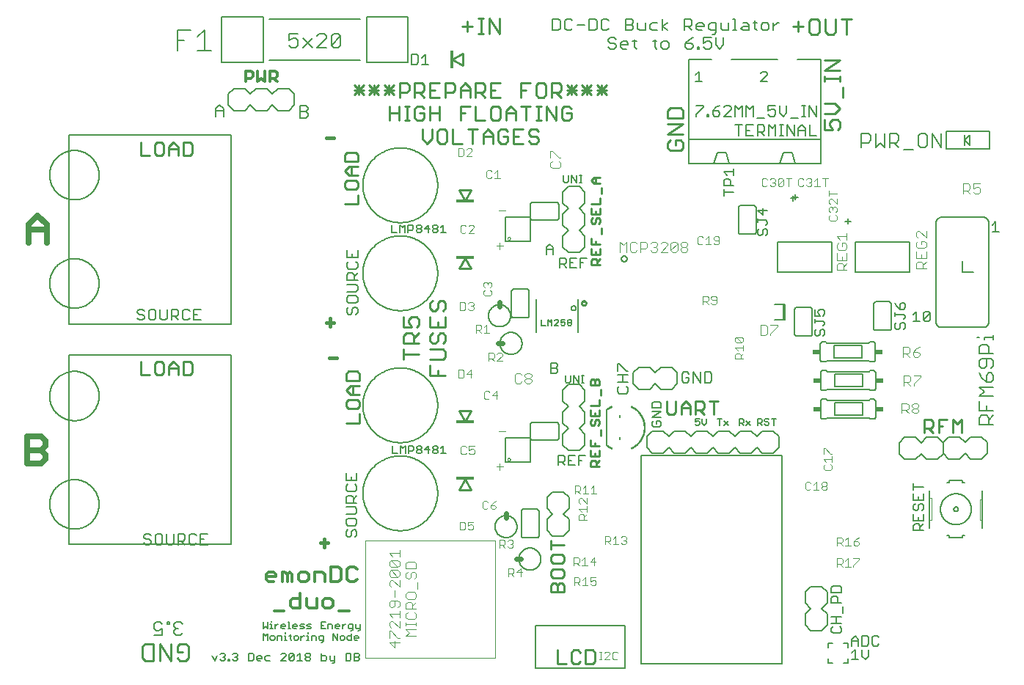
<source format=gto>
G75*
%MOIN*%
%OFA0B0*%
%FSLAX25Y25*%
%IPPOS*%
%LPD*%
%AMOC8*
5,1,8,0,0,1.08239X$1,22.5*
%
%ADD10C,0.02600*%
%ADD11C,0.00700*%
%ADD12C,0.00500*%
%ADD13C,0.00600*%
%ADD14C,0.00900*%
%ADD15C,0.01800*%
%ADD16C,0.01100*%
%ADD17C,0.00400*%
%ADD18C,0.01200*%
%ADD19C,0.01000*%
%ADD20C,0.00800*%
%ADD21C,0.00300*%
%ADD22C,0.02400*%
%ADD23C,0.00394*%
%ADD24R,0.08268X0.01181*%
%ADD25R,0.01181X0.08268*%
%ADD26R,0.03400X0.02400*%
%ADD27C,0.00787*%
%ADD28R,0.01181X0.07087*%
%ADD29C,0.00200*%
%ADD30C,0.00060*%
D10*
X0042719Y0149615D02*
X0048925Y0149615D01*
X0050993Y0151683D01*
X0050993Y0153752D01*
X0048925Y0155820D01*
X0042719Y0155820D01*
X0042719Y0149615D02*
X0042719Y0162025D01*
X0048925Y0162025D01*
X0050993Y0159957D01*
X0050993Y0157889D01*
X0048925Y0155820D01*
X0051609Y0250008D02*
X0051609Y0258282D01*
X0047472Y0262419D01*
X0043335Y0258282D01*
X0043335Y0250008D01*
X0043335Y0256214D02*
X0051609Y0256214D01*
D11*
X0092715Y0219081D02*
X0092715Y0218263D01*
X0093533Y0217446D01*
X0095167Y0217446D01*
X0095985Y0216629D01*
X0095985Y0215811D01*
X0095167Y0214994D01*
X0093533Y0214994D01*
X0092715Y0215811D01*
X0092715Y0219081D02*
X0093533Y0219898D01*
X0095167Y0219898D01*
X0095985Y0219081D01*
X0097872Y0219081D02*
X0097872Y0215811D01*
X0098689Y0214994D01*
X0100324Y0214994D01*
X0101141Y0215811D01*
X0101141Y0219081D01*
X0100324Y0219898D01*
X0098689Y0219898D01*
X0097872Y0219081D01*
X0103028Y0219898D02*
X0103028Y0215811D01*
X0103845Y0214994D01*
X0105480Y0214994D01*
X0106297Y0215811D01*
X0106297Y0219898D01*
X0108184Y0219898D02*
X0110636Y0219898D01*
X0111454Y0219081D01*
X0111454Y0217446D01*
X0110636Y0216629D01*
X0108184Y0216629D01*
X0109819Y0216629D02*
X0111454Y0214994D01*
X0113341Y0215811D02*
X0114158Y0214994D01*
X0115793Y0214994D01*
X0116610Y0215811D01*
X0118497Y0214994D02*
X0121767Y0214994D01*
X0120132Y0217446D02*
X0118497Y0217446D01*
X0118497Y0219898D02*
X0118497Y0214994D01*
X0113341Y0215811D02*
X0113341Y0219081D01*
X0114158Y0219898D01*
X0115793Y0219898D01*
X0116610Y0219081D01*
X0118497Y0219898D02*
X0121767Y0219898D01*
X0108184Y0219898D02*
X0108184Y0214994D01*
X0187978Y0218351D02*
X0188795Y0217533D01*
X0189612Y0217533D01*
X0190430Y0218351D01*
X0190430Y0219985D01*
X0191247Y0220803D01*
X0192064Y0220803D01*
X0192882Y0219985D01*
X0192882Y0218351D01*
X0192064Y0217533D01*
X0187978Y0218351D02*
X0187978Y0219985D01*
X0188795Y0220803D01*
X0188795Y0222690D02*
X0192064Y0222690D01*
X0192882Y0223507D01*
X0192882Y0225142D01*
X0192064Y0225959D01*
X0188795Y0225959D01*
X0187978Y0225142D01*
X0187978Y0223507D01*
X0188795Y0222690D01*
X0187978Y0227846D02*
X0192064Y0227846D01*
X0192882Y0228663D01*
X0192882Y0230298D01*
X0192064Y0231115D01*
X0187978Y0231115D01*
X0187978Y0233002D02*
X0187978Y0235455D01*
X0188795Y0236272D01*
X0190430Y0236272D01*
X0191247Y0235455D01*
X0191247Y0233002D01*
X0192882Y0233002D02*
X0187978Y0233002D01*
X0191247Y0234637D02*
X0192882Y0236272D01*
X0192064Y0238159D02*
X0192882Y0238976D01*
X0192882Y0240611D01*
X0192064Y0241428D01*
X0192882Y0243315D02*
X0187978Y0243315D01*
X0187978Y0246585D01*
X0190430Y0244950D02*
X0190430Y0243315D01*
X0192882Y0243315D02*
X0192882Y0246585D01*
X0188795Y0241428D02*
X0187978Y0240611D01*
X0187978Y0238976D01*
X0188795Y0238159D01*
X0192064Y0238159D01*
X0278518Y0244753D02*
X0278518Y0247956D01*
X0280119Y0249557D01*
X0281721Y0247956D01*
X0281721Y0244753D01*
X0281721Y0247155D02*
X0278518Y0247155D01*
X0280518Y0195557D02*
X0282920Y0195557D01*
X0283721Y0194757D01*
X0283721Y0193956D01*
X0282920Y0193155D01*
X0280518Y0193155D01*
X0280518Y0190753D02*
X0282920Y0190753D01*
X0283721Y0191554D01*
X0283721Y0192355D01*
X0282920Y0193155D01*
X0280518Y0190753D02*
X0280518Y0195557D01*
X0310844Y0195112D02*
X0310844Y0191842D01*
X0310844Y0189955D02*
X0315748Y0189955D01*
X0315748Y0191842D02*
X0314930Y0191842D01*
X0311661Y0195112D01*
X0310844Y0195112D01*
X0313296Y0189955D02*
X0313296Y0186686D01*
X0315748Y0186686D02*
X0310844Y0186686D01*
X0311661Y0184799D02*
X0310844Y0183981D01*
X0310844Y0182347D01*
X0311661Y0181529D01*
X0314930Y0181529D01*
X0315748Y0182347D01*
X0315748Y0183981D01*
X0314930Y0184799D01*
X0326628Y0177120D02*
X0326628Y0175106D01*
X0330656Y0175106D01*
X0330656Y0177120D01*
X0329985Y0177791D01*
X0327300Y0177791D01*
X0326628Y0177120D01*
X0326628Y0173441D02*
X0330656Y0173441D01*
X0326628Y0170756D01*
X0330656Y0170756D01*
X0329985Y0169091D02*
X0328642Y0169091D01*
X0328642Y0167748D01*
X0327300Y0166406D02*
X0329985Y0166406D01*
X0330656Y0167077D01*
X0330656Y0168420D01*
X0329985Y0169091D01*
X0327300Y0169091D02*
X0326628Y0168420D01*
X0326628Y0167077D01*
X0327300Y0166406D01*
X0341036Y0186436D02*
X0340218Y0187253D01*
X0340218Y0190522D01*
X0341036Y0191340D01*
X0342671Y0191340D01*
X0343488Y0190522D01*
X0343488Y0188888D02*
X0341853Y0188888D01*
X0343488Y0188888D02*
X0343488Y0187253D01*
X0342671Y0186436D01*
X0341036Y0186436D01*
X0345375Y0186436D02*
X0345375Y0191340D01*
X0348644Y0186436D01*
X0348644Y0191340D01*
X0350531Y0191340D02*
X0352983Y0191340D01*
X0353801Y0190522D01*
X0353801Y0187253D01*
X0352983Y0186436D01*
X0350531Y0186436D01*
X0350531Y0191340D01*
X0192473Y0145413D02*
X0192473Y0142143D01*
X0187569Y0142143D01*
X0187569Y0145413D01*
X0190021Y0143778D02*
X0190021Y0142143D01*
X0188386Y0140256D02*
X0187569Y0139439D01*
X0187569Y0137804D01*
X0188386Y0136987D01*
X0191656Y0136987D01*
X0192473Y0137804D01*
X0192473Y0139439D01*
X0191656Y0140256D01*
X0192473Y0135100D02*
X0190838Y0133465D01*
X0190838Y0134282D02*
X0190838Y0131830D01*
X0192473Y0131830D02*
X0187569Y0131830D01*
X0187569Y0134282D01*
X0188386Y0135100D01*
X0190021Y0135100D01*
X0190838Y0134282D01*
X0191656Y0129943D02*
X0187569Y0129943D01*
X0187569Y0126674D02*
X0191656Y0126674D01*
X0192473Y0127491D01*
X0192473Y0129126D01*
X0191656Y0129943D01*
X0191656Y0124787D02*
X0188386Y0124787D01*
X0187569Y0123970D01*
X0187569Y0122335D01*
X0188386Y0121518D01*
X0191656Y0121518D01*
X0192473Y0122335D01*
X0192473Y0123970D01*
X0191656Y0124787D01*
X0191656Y0119631D02*
X0192473Y0118813D01*
X0192473Y0117179D01*
X0191656Y0116361D01*
X0190021Y0117179D02*
X0189204Y0116361D01*
X0188386Y0116361D01*
X0187569Y0117179D01*
X0187569Y0118813D01*
X0188386Y0119631D01*
X0190021Y0118813D02*
X0190838Y0119631D01*
X0191656Y0119631D01*
X0190021Y0118813D02*
X0190021Y0117179D01*
X0124760Y0117763D02*
X0121490Y0117763D01*
X0121490Y0112859D01*
X0124760Y0112859D01*
X0123125Y0115311D02*
X0121490Y0115311D01*
X0119603Y0113677D02*
X0118786Y0112859D01*
X0117151Y0112859D01*
X0116334Y0113677D01*
X0116334Y0116946D01*
X0117151Y0117763D01*
X0118786Y0117763D01*
X0119603Y0116946D01*
X0114447Y0116946D02*
X0114447Y0115311D01*
X0113629Y0114494D01*
X0111177Y0114494D01*
X0111177Y0112859D02*
X0111177Y0117763D01*
X0113629Y0117763D01*
X0114447Y0116946D01*
X0112812Y0114494D02*
X0114447Y0112859D01*
X0109290Y0113677D02*
X0109290Y0117763D01*
X0106021Y0117763D02*
X0106021Y0113677D01*
X0106838Y0112859D01*
X0108473Y0112859D01*
X0109290Y0113677D01*
X0104134Y0113677D02*
X0104134Y0116946D01*
X0103317Y0117763D01*
X0101682Y0117763D01*
X0100865Y0116946D01*
X0100865Y0113677D01*
X0101682Y0112859D01*
X0103317Y0112859D01*
X0104134Y0113677D01*
X0098978Y0113677D02*
X0098160Y0112859D01*
X0096525Y0112859D01*
X0095708Y0113677D01*
X0096525Y0115311D02*
X0095708Y0116129D01*
X0095708Y0116946D01*
X0096525Y0117763D01*
X0098160Y0117763D01*
X0098978Y0116946D01*
X0098160Y0115311D02*
X0098978Y0114494D01*
X0098978Y0113677D01*
X0098160Y0115311D02*
X0096525Y0115311D01*
X0366016Y0298802D02*
X0366016Y0303606D01*
X0364415Y0303606D02*
X0367618Y0303606D01*
X0369479Y0303606D02*
X0369479Y0298802D01*
X0372682Y0298802D01*
X0374544Y0298802D02*
X0374544Y0303606D01*
X0376946Y0303606D01*
X0377746Y0302806D01*
X0377746Y0301204D01*
X0376946Y0300403D01*
X0374544Y0300403D01*
X0376145Y0300403D02*
X0377746Y0298802D01*
X0379608Y0298802D02*
X0379608Y0303606D01*
X0381209Y0302005D01*
X0382811Y0303606D01*
X0382811Y0298802D01*
X0384672Y0298802D02*
X0386274Y0298802D01*
X0385473Y0298802D02*
X0385473Y0303606D01*
X0384672Y0303606D02*
X0386274Y0303606D01*
X0388049Y0303606D02*
X0391251Y0298802D01*
X0391251Y0303606D01*
X0393113Y0302005D02*
X0394714Y0303606D01*
X0396316Y0302005D01*
X0396316Y0298802D01*
X0398177Y0298802D02*
X0401380Y0298802D01*
X0398177Y0298802D02*
X0398177Y0303606D01*
X0396316Y0301204D02*
X0393113Y0301204D01*
X0393113Y0302005D02*
X0393113Y0298802D01*
X0388049Y0298802D02*
X0388049Y0303606D01*
X0372682Y0303606D02*
X0369479Y0303606D01*
X0369479Y0301204D02*
X0371081Y0301204D01*
D12*
X0363699Y0283761D02*
X0363699Y0280759D01*
X0363699Y0282260D02*
X0359195Y0282260D01*
X0360696Y0280759D01*
X0359946Y0279157D02*
X0361447Y0279157D01*
X0362198Y0278407D01*
X0362198Y0276155D01*
X0363699Y0276155D02*
X0359195Y0276155D01*
X0359195Y0278407D01*
X0359946Y0279157D01*
X0359195Y0274553D02*
X0359195Y0271551D01*
X0359195Y0273052D02*
X0363699Y0273052D01*
X0374647Y0264899D02*
X0376899Y0262647D01*
X0376899Y0265650D01*
X0379151Y0264899D02*
X0374647Y0264899D01*
X0374647Y0261046D02*
X0374647Y0259545D01*
X0374647Y0260295D02*
X0378401Y0260295D01*
X0379151Y0259545D01*
X0379151Y0258794D01*
X0378401Y0258043D01*
X0378401Y0256442D02*
X0379151Y0255691D01*
X0379151Y0254190D01*
X0378401Y0253439D01*
X0376899Y0254190D02*
X0376899Y0255691D01*
X0377650Y0256442D01*
X0378401Y0256442D01*
X0376899Y0254190D02*
X0376149Y0253439D01*
X0375398Y0253439D01*
X0374647Y0254190D01*
X0374647Y0255691D01*
X0375398Y0256442D01*
X0390789Y0269032D02*
X0390789Y0271532D01*
X0390559Y0270893D02*
X0393059Y0270893D01*
X0392039Y0270282D02*
X0389539Y0270282D01*
X0391809Y0269643D02*
X0391809Y0272143D01*
X0414369Y0259877D02*
X0416869Y0259877D01*
X0415619Y0261127D02*
X0415619Y0258627D01*
X0467678Y0241657D02*
X0467678Y0236657D01*
X0472678Y0236657D01*
X0452927Y0218161D02*
X0452176Y0218911D01*
X0450675Y0218911D01*
X0449924Y0218161D01*
X0449924Y0215158D01*
X0452927Y0218161D01*
X0452927Y0215158D01*
X0452176Y0214407D01*
X0450675Y0214407D01*
X0449924Y0215158D01*
X0448323Y0214407D02*
X0445320Y0214407D01*
X0446821Y0214407D02*
X0446821Y0218911D01*
X0445320Y0217410D01*
X0441589Y0216803D02*
X0440839Y0217554D01*
X0437086Y0217554D01*
X0437086Y0218304D02*
X0437086Y0216803D01*
X0437836Y0213700D02*
X0437086Y0212950D01*
X0437086Y0211449D01*
X0437836Y0210698D01*
X0438587Y0210698D01*
X0439337Y0211449D01*
X0439337Y0212950D01*
X0440088Y0213700D01*
X0440839Y0213700D01*
X0441589Y0212950D01*
X0441589Y0211449D01*
X0440839Y0210698D01*
X0440839Y0215302D02*
X0441589Y0216052D01*
X0441589Y0216803D01*
X0440839Y0219906D02*
X0441589Y0220656D01*
X0441589Y0222158D01*
X0440839Y0222908D01*
X0440088Y0222908D01*
X0439337Y0222158D01*
X0439337Y0219906D01*
X0440839Y0219906D01*
X0439337Y0219906D02*
X0437836Y0221407D01*
X0437086Y0222908D01*
X0405156Y0219158D02*
X0405156Y0217656D01*
X0404406Y0216906D01*
X0402904Y0216906D02*
X0402154Y0218407D01*
X0402154Y0219158D01*
X0402904Y0219908D01*
X0404406Y0219908D01*
X0405156Y0219158D01*
X0402904Y0216906D02*
X0400652Y0216906D01*
X0400652Y0219908D01*
X0400652Y0215304D02*
X0400652Y0213803D01*
X0400652Y0214554D02*
X0404406Y0214554D01*
X0405156Y0213803D01*
X0405156Y0213052D01*
X0404406Y0212302D01*
X0404406Y0210700D02*
X0405156Y0209950D01*
X0405156Y0208449D01*
X0404406Y0207698D01*
X0402904Y0208449D02*
X0402154Y0207698D01*
X0401403Y0207698D01*
X0400652Y0208449D01*
X0400652Y0209950D01*
X0401403Y0210700D01*
X0402904Y0209950D02*
X0403655Y0210700D01*
X0404406Y0210700D01*
X0402904Y0209950D02*
X0402904Y0208449D01*
X0383029Y0170107D02*
X0381027Y0170107D01*
X0382028Y0170107D02*
X0382028Y0167105D01*
X0379806Y0167605D02*
X0379306Y0167105D01*
X0378305Y0167105D01*
X0377805Y0167605D01*
X0378305Y0168606D02*
X0377805Y0169106D01*
X0377805Y0169607D01*
X0378305Y0170107D01*
X0379306Y0170107D01*
X0379806Y0169607D01*
X0379306Y0168606D02*
X0379806Y0168106D01*
X0379806Y0167605D01*
X0379306Y0168606D02*
X0378305Y0168606D01*
X0376584Y0168606D02*
X0376083Y0168106D01*
X0374582Y0168106D01*
X0375583Y0168106D02*
X0376584Y0167105D01*
X0376584Y0168606D02*
X0376584Y0169607D01*
X0376083Y0170107D01*
X0374582Y0170107D01*
X0374582Y0167105D01*
X0371411Y0167059D02*
X0369409Y0169061D01*
X0368188Y0169561D02*
X0368188Y0168561D01*
X0367688Y0168060D01*
X0366187Y0168060D01*
X0367187Y0168060D02*
X0368188Y0167059D01*
X0369409Y0167059D02*
X0371411Y0169061D01*
X0368188Y0169561D02*
X0367688Y0170062D01*
X0366187Y0170062D01*
X0366187Y0167059D01*
X0361406Y0167094D02*
X0359405Y0169096D01*
X0358184Y0170096D02*
X0356182Y0170096D01*
X0357183Y0170096D02*
X0357183Y0167094D01*
X0359405Y0167094D02*
X0361406Y0169096D01*
X0351398Y0168134D02*
X0350397Y0167133D01*
X0349397Y0168134D01*
X0349397Y0170136D01*
X0348175Y0170136D02*
X0346174Y0170136D01*
X0346174Y0168634D01*
X0347175Y0169135D01*
X0347675Y0169135D01*
X0348175Y0168634D01*
X0348175Y0167634D01*
X0347675Y0167133D01*
X0346674Y0167133D01*
X0346174Y0167634D01*
X0351398Y0168134D02*
X0351398Y0170136D01*
X0321828Y0153531D02*
X0321828Y0058649D01*
X0385607Y0058649D01*
X0385607Y0153531D01*
X0321828Y0153531D01*
X0295720Y0186409D02*
X0294553Y0186409D01*
X0295136Y0186409D02*
X0295136Y0189912D01*
X0294553Y0189912D02*
X0295720Y0189912D01*
X0293205Y0189912D02*
X0293205Y0186409D01*
X0290869Y0189912D01*
X0290869Y0186409D01*
X0289522Y0186993D02*
X0289522Y0189912D01*
X0287186Y0189912D02*
X0287186Y0186993D01*
X0287770Y0186409D01*
X0288938Y0186409D01*
X0289522Y0186993D01*
X0231812Y0157789D02*
X0231812Y0154286D01*
X0230644Y0154286D02*
X0232980Y0154286D01*
X0230644Y0156621D02*
X0231812Y0157789D01*
X0229296Y0157205D02*
X0229296Y0156621D01*
X0228713Y0156037D01*
X0227545Y0156037D01*
X0226961Y0156621D01*
X0226961Y0157205D01*
X0227545Y0157789D01*
X0228713Y0157789D01*
X0229296Y0157205D01*
X0228713Y0156037D02*
X0229296Y0155454D01*
X0229296Y0154870D01*
X0228713Y0154286D01*
X0227545Y0154286D01*
X0226961Y0154870D01*
X0226961Y0155454D01*
X0227545Y0156037D01*
X0225613Y0156037D02*
X0223278Y0156037D01*
X0225030Y0157789D01*
X0225030Y0154286D01*
X0221930Y0154870D02*
X0221346Y0154286D01*
X0220179Y0154286D01*
X0219595Y0154870D01*
X0219595Y0155454D01*
X0220179Y0156037D01*
X0221346Y0156037D01*
X0221930Y0155454D01*
X0221930Y0154870D01*
X0221346Y0156037D02*
X0221930Y0156621D01*
X0221930Y0157205D01*
X0221346Y0157789D01*
X0220179Y0157789D01*
X0219595Y0157205D01*
X0219595Y0156621D01*
X0220179Y0156037D01*
X0218247Y0156037D02*
X0217663Y0155454D01*
X0215912Y0155454D01*
X0215912Y0154286D02*
X0215912Y0157789D01*
X0217663Y0157789D01*
X0218247Y0157205D01*
X0218247Y0156037D01*
X0214564Y0157789D02*
X0214564Y0154286D01*
X0212229Y0154286D02*
X0212229Y0157789D01*
X0213396Y0156621D01*
X0214564Y0157789D01*
X0210881Y0154286D02*
X0208545Y0154286D01*
X0208545Y0157789D01*
X0193845Y0076676D02*
X0193845Y0074173D01*
X0193344Y0073673D01*
X0192844Y0073673D01*
X0192344Y0074674D02*
X0193845Y0074674D01*
X0192344Y0074674D02*
X0191843Y0075174D01*
X0191843Y0076676D01*
X0190622Y0076676D02*
X0189121Y0076676D01*
X0188620Y0076175D01*
X0188620Y0075174D01*
X0189121Y0074674D01*
X0190622Y0074674D01*
X0190622Y0074173D02*
X0190622Y0076676D01*
X0190622Y0074173D02*
X0190122Y0073673D01*
X0189621Y0073673D01*
X0190085Y0072426D02*
X0190085Y0069424D01*
X0188584Y0069424D01*
X0188083Y0069924D01*
X0188083Y0070925D01*
X0188584Y0071426D01*
X0190085Y0071426D01*
X0191306Y0070925D02*
X0191806Y0071426D01*
X0192807Y0071426D01*
X0193308Y0070925D01*
X0193308Y0070425D01*
X0191306Y0070425D01*
X0191306Y0070925D02*
X0191306Y0069924D01*
X0191806Y0069424D01*
X0192807Y0069424D01*
X0186862Y0069924D02*
X0186862Y0070925D01*
X0186362Y0071426D01*
X0185361Y0071426D01*
X0184860Y0070925D01*
X0184860Y0069924D01*
X0185361Y0069424D01*
X0186362Y0069424D01*
X0186862Y0069924D01*
X0183639Y0069424D02*
X0183639Y0072426D01*
X0181638Y0072426D02*
X0183639Y0069424D01*
X0181638Y0069424D02*
X0181638Y0072426D01*
X0181491Y0074674D02*
X0181491Y0076175D01*
X0180991Y0076676D01*
X0179489Y0076676D01*
X0179489Y0074674D01*
X0178268Y0074674D02*
X0176266Y0074674D01*
X0176266Y0077676D01*
X0178268Y0077676D01*
X0177267Y0076175D02*
X0176266Y0076175D01*
X0171823Y0076676D02*
X0170321Y0076676D01*
X0169821Y0076175D01*
X0170321Y0075675D01*
X0171322Y0075675D01*
X0171823Y0075174D01*
X0171322Y0074674D01*
X0169821Y0074674D01*
X0168600Y0075174D02*
X0168100Y0075675D01*
X0167099Y0075675D01*
X0166598Y0076175D01*
X0167099Y0076676D01*
X0168600Y0076676D01*
X0168600Y0075174D02*
X0168100Y0074674D01*
X0166598Y0074674D01*
X0165377Y0075675D02*
X0163376Y0075675D01*
X0163376Y0076175D02*
X0163876Y0076676D01*
X0164877Y0076676D01*
X0165377Y0076175D01*
X0165377Y0075675D01*
X0164877Y0074674D02*
X0163876Y0074674D01*
X0163376Y0075174D01*
X0163376Y0076175D01*
X0162228Y0074674D02*
X0161227Y0074674D01*
X0161727Y0074674D02*
X0161727Y0077676D01*
X0161227Y0077676D01*
X0160006Y0076175D02*
X0159506Y0076676D01*
X0158505Y0076676D01*
X0158004Y0076175D01*
X0158004Y0075174D01*
X0158505Y0074674D01*
X0159506Y0074674D01*
X0160006Y0075675D02*
X0158004Y0075675D01*
X0156820Y0076676D02*
X0156319Y0076676D01*
X0155319Y0075675D01*
X0155319Y0074674D02*
X0155319Y0076676D01*
X0153671Y0076676D02*
X0153671Y0074674D01*
X0154171Y0074674D02*
X0153170Y0074674D01*
X0151949Y0074674D02*
X0151949Y0077676D01*
X0153170Y0076676D02*
X0153671Y0076676D01*
X0153671Y0077676D02*
X0153671Y0078177D01*
X0150948Y0075675D02*
X0151949Y0074674D01*
X0150948Y0075675D02*
X0149947Y0074674D01*
X0149947Y0077676D01*
X0160006Y0076175D02*
X0160006Y0075675D01*
X0160116Y0072927D02*
X0160116Y0072426D01*
X0160116Y0071426D02*
X0160116Y0069424D01*
X0159616Y0069424D02*
X0160616Y0069424D01*
X0162265Y0069924D02*
X0162765Y0069424D01*
X0162265Y0069924D02*
X0162265Y0071926D01*
X0161764Y0071426D02*
X0162765Y0071426D01*
X0163913Y0070925D02*
X0163913Y0069924D01*
X0164413Y0069424D01*
X0165414Y0069424D01*
X0165914Y0069924D01*
X0165914Y0070925D01*
X0165414Y0071426D01*
X0164413Y0071426D01*
X0163913Y0070925D01*
X0167135Y0070425D02*
X0168136Y0071426D01*
X0168637Y0071426D01*
X0169821Y0071426D02*
X0170321Y0071426D01*
X0170321Y0069424D01*
X0169821Y0069424D02*
X0170822Y0069424D01*
X0171970Y0069424D02*
X0171970Y0071426D01*
X0173471Y0071426D01*
X0173971Y0070925D01*
X0173971Y0069424D01*
X0175192Y0069924D02*
X0175693Y0069424D01*
X0177194Y0069424D01*
X0177194Y0068923D02*
X0177194Y0071426D01*
X0175693Y0071426D01*
X0175192Y0070925D01*
X0175192Y0069924D01*
X0176193Y0068423D02*
X0176694Y0068423D01*
X0177194Y0068923D01*
X0170321Y0072426D02*
X0170321Y0072927D01*
X0167135Y0071426D02*
X0167135Y0069424D01*
X0160116Y0071426D02*
X0159616Y0071426D01*
X0158395Y0070925D02*
X0158395Y0069424D01*
X0158395Y0070925D02*
X0157894Y0071426D01*
X0156393Y0071426D01*
X0156393Y0069424D01*
X0155172Y0069924D02*
X0155172Y0070925D01*
X0154671Y0071426D01*
X0153671Y0071426D01*
X0153170Y0070925D01*
X0153170Y0069924D01*
X0153671Y0069424D01*
X0154671Y0069424D01*
X0155172Y0069924D01*
X0151949Y0069424D02*
X0151949Y0072426D01*
X0150948Y0071426D01*
X0149947Y0072426D01*
X0149947Y0069424D01*
X0182712Y0075174D02*
X0182712Y0076175D01*
X0183212Y0076676D01*
X0184213Y0076676D01*
X0184714Y0076175D01*
X0184714Y0075675D01*
X0182712Y0075675D01*
X0182712Y0075174D02*
X0183212Y0074674D01*
X0184213Y0074674D01*
X0185935Y0074674D02*
X0185935Y0076676D01*
X0186936Y0076676D02*
X0187436Y0076676D01*
X0186936Y0076676D02*
X0185935Y0075675D01*
X0408117Y0074872D02*
X0408117Y0073371D01*
X0408867Y0072620D01*
X0411870Y0072620D01*
X0412621Y0073371D01*
X0412621Y0074872D01*
X0411870Y0075623D01*
X0412621Y0077224D02*
X0408117Y0077224D01*
X0408867Y0075623D02*
X0408117Y0074872D01*
X0410369Y0077224D02*
X0410369Y0080226D01*
X0408117Y0080226D02*
X0412621Y0080226D01*
X0413371Y0081828D02*
X0413371Y0084830D01*
X0412621Y0086432D02*
X0408117Y0086432D01*
X0408117Y0088684D01*
X0408867Y0089434D01*
X0410369Y0089434D01*
X0411119Y0088684D01*
X0411119Y0086432D01*
X0412621Y0091036D02*
X0412621Y0093288D01*
X0411870Y0094038D01*
X0408867Y0094038D01*
X0408117Y0093288D01*
X0408117Y0091036D01*
X0412621Y0091036D01*
X0418919Y0071373D02*
X0420420Y0069872D01*
X0420420Y0066869D01*
X0422022Y0066869D02*
X0424274Y0066869D01*
X0425024Y0067620D01*
X0425024Y0070622D01*
X0424274Y0071373D01*
X0422022Y0071373D01*
X0422022Y0066869D01*
X0422049Y0065240D02*
X0422049Y0062238D01*
X0423550Y0060736D01*
X0425051Y0062238D01*
X0425051Y0065240D01*
X0427376Y0066869D02*
X0428878Y0066869D01*
X0429628Y0067620D01*
X0427376Y0066869D02*
X0426626Y0067620D01*
X0426626Y0070622D01*
X0427376Y0071373D01*
X0428878Y0071373D01*
X0429628Y0070622D01*
X0420420Y0069121D02*
X0417418Y0069121D01*
X0417418Y0069872D02*
X0417418Y0066869D01*
X0418946Y0065240D02*
X0418946Y0060736D01*
X0417445Y0060736D02*
X0420447Y0060736D01*
X0417445Y0063739D02*
X0418946Y0065240D01*
X0417418Y0069872D02*
X0418919Y0071373D01*
X0445475Y0119281D02*
X0445475Y0121533D01*
X0446226Y0122284D01*
X0447727Y0122284D01*
X0448478Y0121533D01*
X0448478Y0119281D01*
X0449979Y0119281D02*
X0445475Y0119281D01*
X0448478Y0120783D02*
X0449979Y0122284D01*
X0449979Y0123885D02*
X0449979Y0126888D01*
X0449228Y0128489D02*
X0449979Y0129240D01*
X0449979Y0130741D01*
X0449228Y0131492D01*
X0448478Y0131492D01*
X0447727Y0130741D01*
X0447727Y0129240D01*
X0446977Y0128489D01*
X0446226Y0128489D01*
X0445475Y0129240D01*
X0445475Y0130741D01*
X0446226Y0131492D01*
X0445475Y0133093D02*
X0449979Y0133093D01*
X0449979Y0136096D01*
X0447727Y0134594D02*
X0447727Y0133093D01*
X0445475Y0133093D02*
X0445475Y0136096D01*
X0445475Y0137697D02*
X0445475Y0140700D01*
X0445475Y0139198D02*
X0449979Y0139198D01*
X0445475Y0126888D02*
X0445475Y0123885D01*
X0449979Y0123885D01*
X0447727Y0123885D02*
X0447727Y0125387D01*
X0481328Y0255107D02*
X0484331Y0255107D01*
X0482829Y0255107D02*
X0482829Y0259611D01*
X0481328Y0258110D01*
X0378982Y0323281D02*
X0375979Y0323281D01*
X0378982Y0326284D01*
X0378982Y0327035D01*
X0378231Y0327785D01*
X0376730Y0327785D01*
X0375979Y0327035D01*
X0349482Y0323281D02*
X0346479Y0323281D01*
X0347980Y0323281D02*
X0347980Y0327785D01*
X0346479Y0326284D01*
X0294814Y0280846D02*
X0293646Y0280846D01*
X0294230Y0280846D02*
X0294230Y0277343D01*
X0293646Y0277343D02*
X0294814Y0277343D01*
X0292299Y0277343D02*
X0292299Y0280846D01*
X0289963Y0280846D02*
X0292299Y0277343D01*
X0289963Y0277343D02*
X0289963Y0280846D01*
X0288615Y0280846D02*
X0288615Y0277927D01*
X0288032Y0277343D01*
X0286864Y0277343D01*
X0286280Y0277927D01*
X0286280Y0280846D01*
X0231726Y0258176D02*
X0231726Y0254673D01*
X0232893Y0254673D02*
X0230558Y0254673D01*
X0229210Y0255256D02*
X0228626Y0254673D01*
X0227459Y0254673D01*
X0226875Y0255256D01*
X0226875Y0255840D01*
X0227459Y0256424D01*
X0228626Y0256424D01*
X0229210Y0255840D01*
X0229210Y0255256D01*
X0228626Y0256424D02*
X0229210Y0257008D01*
X0229210Y0257592D01*
X0228626Y0258176D01*
X0227459Y0258176D01*
X0226875Y0257592D01*
X0226875Y0257008D01*
X0227459Y0256424D01*
X0225527Y0256424D02*
X0223192Y0256424D01*
X0224943Y0258176D01*
X0224943Y0254673D01*
X0221844Y0255256D02*
X0221260Y0254673D01*
X0220092Y0254673D01*
X0219509Y0255256D01*
X0219509Y0255840D01*
X0220092Y0256424D01*
X0221260Y0256424D01*
X0221844Y0255840D01*
X0221844Y0255256D01*
X0221260Y0256424D02*
X0221844Y0257008D01*
X0221844Y0257592D01*
X0221260Y0258176D01*
X0220092Y0258176D01*
X0219509Y0257592D01*
X0219509Y0257008D01*
X0220092Y0256424D01*
X0218161Y0256424D02*
X0217577Y0255840D01*
X0215825Y0255840D01*
X0215825Y0254673D02*
X0215825Y0258176D01*
X0217577Y0258176D01*
X0218161Y0257592D01*
X0218161Y0256424D01*
X0214478Y0258176D02*
X0214478Y0254673D01*
X0212142Y0254673D02*
X0212142Y0258176D01*
X0213310Y0257008D01*
X0214478Y0258176D01*
X0210795Y0254673D02*
X0208459Y0254673D01*
X0208459Y0258176D01*
X0230558Y0257008D02*
X0231726Y0258176D01*
X0170421Y0307829D02*
X0169503Y0306912D01*
X0166751Y0306912D01*
X0166751Y0312416D01*
X0169503Y0312416D01*
X0170421Y0311499D01*
X0170421Y0310581D01*
X0169503Y0309664D01*
X0166751Y0309664D01*
X0169503Y0309664D02*
X0170421Y0308747D01*
X0170421Y0307829D01*
X0131977Y0307279D02*
X0131977Y0310949D01*
X0130142Y0312784D01*
X0128307Y0310949D01*
X0128307Y0307279D01*
X0128307Y0310032D02*
X0131977Y0310032D01*
X0131156Y0332184D02*
X0150053Y0332184D01*
X0150053Y0352657D01*
X0131156Y0352657D01*
X0131156Y0332184D01*
X0152809Y0332972D02*
X0194148Y0332972D01*
X0196904Y0332184D02*
X0215801Y0332184D01*
X0215801Y0352657D01*
X0196904Y0352657D01*
X0196904Y0332184D01*
X0217427Y0331203D02*
X0219679Y0331203D01*
X0220430Y0331954D01*
X0220430Y0334956D01*
X0219679Y0335707D01*
X0217427Y0335707D01*
X0217427Y0331203D01*
X0222031Y0331203D02*
X0225034Y0331203D01*
X0223532Y0331203D02*
X0223532Y0335707D01*
X0222031Y0334206D01*
X0194148Y0351869D02*
X0152809Y0351869D01*
D13*
X0161529Y0345237D02*
X0161529Y0342034D01*
X0163664Y0343102D01*
X0164732Y0343102D01*
X0165799Y0342034D01*
X0165799Y0339899D01*
X0164732Y0338831D01*
X0162597Y0338831D01*
X0161529Y0339899D01*
X0161529Y0345237D02*
X0165799Y0345237D01*
X0167975Y0343102D02*
X0172245Y0338831D01*
X0174420Y0338831D02*
X0178690Y0343102D01*
X0178690Y0344169D01*
X0177623Y0345237D01*
X0175488Y0345237D01*
X0174420Y0344169D01*
X0172245Y0343102D02*
X0167975Y0338831D01*
X0174420Y0338831D02*
X0178690Y0338831D01*
X0180866Y0339899D02*
X0181933Y0338831D01*
X0184068Y0338831D01*
X0185136Y0339899D01*
X0185136Y0344169D01*
X0180866Y0339899D01*
X0180866Y0344169D01*
X0181933Y0345237D01*
X0184068Y0345237D01*
X0185136Y0344169D01*
X0052915Y0280815D02*
X0052918Y0281090D01*
X0052929Y0281366D01*
X0052945Y0281640D01*
X0052969Y0281915D01*
X0052999Y0282188D01*
X0053036Y0282461D01*
X0053080Y0282733D01*
X0053131Y0283004D01*
X0053188Y0283273D01*
X0053251Y0283541D01*
X0053321Y0283808D01*
X0053398Y0284072D01*
X0053481Y0284335D01*
X0053571Y0284595D01*
X0053667Y0284853D01*
X0053769Y0285109D01*
X0053878Y0285362D01*
X0053992Y0285612D01*
X0054113Y0285860D01*
X0054240Y0286104D01*
X0054373Y0286345D01*
X0054511Y0286583D01*
X0054656Y0286818D01*
X0054806Y0287048D01*
X0054962Y0287276D01*
X0055123Y0287499D01*
X0055290Y0287718D01*
X0055462Y0287933D01*
X0055639Y0288144D01*
X0055822Y0288350D01*
X0056009Y0288552D01*
X0056201Y0288749D01*
X0056398Y0288941D01*
X0056600Y0289128D01*
X0056806Y0289311D01*
X0057017Y0289488D01*
X0057232Y0289660D01*
X0057451Y0289827D01*
X0057674Y0289988D01*
X0057902Y0290144D01*
X0058132Y0290294D01*
X0058367Y0290439D01*
X0058605Y0290577D01*
X0058846Y0290710D01*
X0059090Y0290837D01*
X0059338Y0290958D01*
X0059588Y0291072D01*
X0059841Y0291181D01*
X0060097Y0291283D01*
X0060355Y0291379D01*
X0060615Y0291469D01*
X0060878Y0291552D01*
X0061142Y0291629D01*
X0061409Y0291699D01*
X0061677Y0291762D01*
X0061946Y0291819D01*
X0062217Y0291870D01*
X0062489Y0291914D01*
X0062762Y0291951D01*
X0063035Y0291981D01*
X0063310Y0292005D01*
X0063584Y0292021D01*
X0063860Y0292032D01*
X0064135Y0292035D01*
X0064410Y0292032D01*
X0064686Y0292021D01*
X0064960Y0292005D01*
X0065235Y0291981D01*
X0065508Y0291951D01*
X0065781Y0291914D01*
X0066053Y0291870D01*
X0066324Y0291819D01*
X0066593Y0291762D01*
X0066861Y0291699D01*
X0067128Y0291629D01*
X0067392Y0291552D01*
X0067655Y0291469D01*
X0067915Y0291379D01*
X0068173Y0291283D01*
X0068429Y0291181D01*
X0068682Y0291072D01*
X0068932Y0290958D01*
X0069180Y0290837D01*
X0069424Y0290710D01*
X0069665Y0290577D01*
X0069903Y0290439D01*
X0070138Y0290294D01*
X0070368Y0290144D01*
X0070596Y0289988D01*
X0070819Y0289827D01*
X0071038Y0289660D01*
X0071253Y0289488D01*
X0071464Y0289311D01*
X0071670Y0289128D01*
X0071872Y0288941D01*
X0072069Y0288749D01*
X0072261Y0288552D01*
X0072448Y0288350D01*
X0072631Y0288144D01*
X0072808Y0287933D01*
X0072980Y0287718D01*
X0073147Y0287499D01*
X0073308Y0287276D01*
X0073464Y0287048D01*
X0073614Y0286818D01*
X0073759Y0286583D01*
X0073897Y0286345D01*
X0074030Y0286104D01*
X0074157Y0285860D01*
X0074278Y0285612D01*
X0074392Y0285362D01*
X0074501Y0285109D01*
X0074603Y0284853D01*
X0074699Y0284595D01*
X0074789Y0284335D01*
X0074872Y0284072D01*
X0074949Y0283808D01*
X0075019Y0283541D01*
X0075082Y0283273D01*
X0075139Y0283004D01*
X0075190Y0282733D01*
X0075234Y0282461D01*
X0075271Y0282188D01*
X0075301Y0281915D01*
X0075325Y0281640D01*
X0075341Y0281366D01*
X0075352Y0281090D01*
X0075355Y0280815D01*
X0075352Y0280540D01*
X0075341Y0280264D01*
X0075325Y0279990D01*
X0075301Y0279715D01*
X0075271Y0279442D01*
X0075234Y0279169D01*
X0075190Y0278897D01*
X0075139Y0278626D01*
X0075082Y0278357D01*
X0075019Y0278089D01*
X0074949Y0277822D01*
X0074872Y0277558D01*
X0074789Y0277295D01*
X0074699Y0277035D01*
X0074603Y0276777D01*
X0074501Y0276521D01*
X0074392Y0276268D01*
X0074278Y0276018D01*
X0074157Y0275770D01*
X0074030Y0275526D01*
X0073897Y0275285D01*
X0073759Y0275047D01*
X0073614Y0274812D01*
X0073464Y0274582D01*
X0073308Y0274354D01*
X0073147Y0274131D01*
X0072980Y0273912D01*
X0072808Y0273697D01*
X0072631Y0273486D01*
X0072448Y0273280D01*
X0072261Y0273078D01*
X0072069Y0272881D01*
X0071872Y0272689D01*
X0071670Y0272502D01*
X0071464Y0272319D01*
X0071253Y0272142D01*
X0071038Y0271970D01*
X0070819Y0271803D01*
X0070596Y0271642D01*
X0070368Y0271486D01*
X0070138Y0271336D01*
X0069903Y0271191D01*
X0069665Y0271053D01*
X0069424Y0270920D01*
X0069180Y0270793D01*
X0068932Y0270672D01*
X0068682Y0270558D01*
X0068429Y0270449D01*
X0068173Y0270347D01*
X0067915Y0270251D01*
X0067655Y0270161D01*
X0067392Y0270078D01*
X0067128Y0270001D01*
X0066861Y0269931D01*
X0066593Y0269868D01*
X0066324Y0269811D01*
X0066053Y0269760D01*
X0065781Y0269716D01*
X0065508Y0269679D01*
X0065235Y0269649D01*
X0064960Y0269625D01*
X0064686Y0269609D01*
X0064410Y0269598D01*
X0064135Y0269595D01*
X0063860Y0269598D01*
X0063584Y0269609D01*
X0063310Y0269625D01*
X0063035Y0269649D01*
X0062762Y0269679D01*
X0062489Y0269716D01*
X0062217Y0269760D01*
X0061946Y0269811D01*
X0061677Y0269868D01*
X0061409Y0269931D01*
X0061142Y0270001D01*
X0060878Y0270078D01*
X0060615Y0270161D01*
X0060355Y0270251D01*
X0060097Y0270347D01*
X0059841Y0270449D01*
X0059588Y0270558D01*
X0059338Y0270672D01*
X0059090Y0270793D01*
X0058846Y0270920D01*
X0058605Y0271053D01*
X0058367Y0271191D01*
X0058132Y0271336D01*
X0057902Y0271486D01*
X0057674Y0271642D01*
X0057451Y0271803D01*
X0057232Y0271970D01*
X0057017Y0272142D01*
X0056806Y0272319D01*
X0056600Y0272502D01*
X0056398Y0272689D01*
X0056201Y0272881D01*
X0056009Y0273078D01*
X0055822Y0273280D01*
X0055639Y0273486D01*
X0055462Y0273697D01*
X0055290Y0273912D01*
X0055123Y0274131D01*
X0054962Y0274354D01*
X0054806Y0274582D01*
X0054656Y0274812D01*
X0054511Y0275047D01*
X0054373Y0275285D01*
X0054240Y0275526D01*
X0054113Y0275770D01*
X0053992Y0276018D01*
X0053878Y0276268D01*
X0053769Y0276521D01*
X0053667Y0276777D01*
X0053571Y0277035D01*
X0053481Y0277295D01*
X0053398Y0277558D01*
X0053321Y0277822D01*
X0053251Y0278089D01*
X0053188Y0278357D01*
X0053131Y0278626D01*
X0053080Y0278897D01*
X0053036Y0279169D01*
X0052999Y0279442D01*
X0052969Y0279715D01*
X0052945Y0279990D01*
X0052929Y0280264D01*
X0052918Y0280540D01*
X0052915Y0280815D01*
X0052915Y0231602D02*
X0052918Y0231877D01*
X0052929Y0232153D01*
X0052945Y0232427D01*
X0052969Y0232702D01*
X0052999Y0232975D01*
X0053036Y0233248D01*
X0053080Y0233520D01*
X0053131Y0233791D01*
X0053188Y0234060D01*
X0053251Y0234328D01*
X0053321Y0234595D01*
X0053398Y0234859D01*
X0053481Y0235122D01*
X0053571Y0235382D01*
X0053667Y0235640D01*
X0053769Y0235896D01*
X0053878Y0236149D01*
X0053992Y0236399D01*
X0054113Y0236647D01*
X0054240Y0236891D01*
X0054373Y0237132D01*
X0054511Y0237370D01*
X0054656Y0237605D01*
X0054806Y0237835D01*
X0054962Y0238063D01*
X0055123Y0238286D01*
X0055290Y0238505D01*
X0055462Y0238720D01*
X0055639Y0238931D01*
X0055822Y0239137D01*
X0056009Y0239339D01*
X0056201Y0239536D01*
X0056398Y0239728D01*
X0056600Y0239915D01*
X0056806Y0240098D01*
X0057017Y0240275D01*
X0057232Y0240447D01*
X0057451Y0240614D01*
X0057674Y0240775D01*
X0057902Y0240931D01*
X0058132Y0241081D01*
X0058367Y0241226D01*
X0058605Y0241364D01*
X0058846Y0241497D01*
X0059090Y0241624D01*
X0059338Y0241745D01*
X0059588Y0241859D01*
X0059841Y0241968D01*
X0060097Y0242070D01*
X0060355Y0242166D01*
X0060615Y0242256D01*
X0060878Y0242339D01*
X0061142Y0242416D01*
X0061409Y0242486D01*
X0061677Y0242549D01*
X0061946Y0242606D01*
X0062217Y0242657D01*
X0062489Y0242701D01*
X0062762Y0242738D01*
X0063035Y0242768D01*
X0063310Y0242792D01*
X0063584Y0242808D01*
X0063860Y0242819D01*
X0064135Y0242822D01*
X0064410Y0242819D01*
X0064686Y0242808D01*
X0064960Y0242792D01*
X0065235Y0242768D01*
X0065508Y0242738D01*
X0065781Y0242701D01*
X0066053Y0242657D01*
X0066324Y0242606D01*
X0066593Y0242549D01*
X0066861Y0242486D01*
X0067128Y0242416D01*
X0067392Y0242339D01*
X0067655Y0242256D01*
X0067915Y0242166D01*
X0068173Y0242070D01*
X0068429Y0241968D01*
X0068682Y0241859D01*
X0068932Y0241745D01*
X0069180Y0241624D01*
X0069424Y0241497D01*
X0069665Y0241364D01*
X0069903Y0241226D01*
X0070138Y0241081D01*
X0070368Y0240931D01*
X0070596Y0240775D01*
X0070819Y0240614D01*
X0071038Y0240447D01*
X0071253Y0240275D01*
X0071464Y0240098D01*
X0071670Y0239915D01*
X0071872Y0239728D01*
X0072069Y0239536D01*
X0072261Y0239339D01*
X0072448Y0239137D01*
X0072631Y0238931D01*
X0072808Y0238720D01*
X0072980Y0238505D01*
X0073147Y0238286D01*
X0073308Y0238063D01*
X0073464Y0237835D01*
X0073614Y0237605D01*
X0073759Y0237370D01*
X0073897Y0237132D01*
X0074030Y0236891D01*
X0074157Y0236647D01*
X0074278Y0236399D01*
X0074392Y0236149D01*
X0074501Y0235896D01*
X0074603Y0235640D01*
X0074699Y0235382D01*
X0074789Y0235122D01*
X0074872Y0234859D01*
X0074949Y0234595D01*
X0075019Y0234328D01*
X0075082Y0234060D01*
X0075139Y0233791D01*
X0075190Y0233520D01*
X0075234Y0233248D01*
X0075271Y0232975D01*
X0075301Y0232702D01*
X0075325Y0232427D01*
X0075341Y0232153D01*
X0075352Y0231877D01*
X0075355Y0231602D01*
X0075352Y0231327D01*
X0075341Y0231051D01*
X0075325Y0230777D01*
X0075301Y0230502D01*
X0075271Y0230229D01*
X0075234Y0229956D01*
X0075190Y0229684D01*
X0075139Y0229413D01*
X0075082Y0229144D01*
X0075019Y0228876D01*
X0074949Y0228609D01*
X0074872Y0228345D01*
X0074789Y0228082D01*
X0074699Y0227822D01*
X0074603Y0227564D01*
X0074501Y0227308D01*
X0074392Y0227055D01*
X0074278Y0226805D01*
X0074157Y0226557D01*
X0074030Y0226313D01*
X0073897Y0226072D01*
X0073759Y0225834D01*
X0073614Y0225599D01*
X0073464Y0225369D01*
X0073308Y0225141D01*
X0073147Y0224918D01*
X0072980Y0224699D01*
X0072808Y0224484D01*
X0072631Y0224273D01*
X0072448Y0224067D01*
X0072261Y0223865D01*
X0072069Y0223668D01*
X0071872Y0223476D01*
X0071670Y0223289D01*
X0071464Y0223106D01*
X0071253Y0222929D01*
X0071038Y0222757D01*
X0070819Y0222590D01*
X0070596Y0222429D01*
X0070368Y0222273D01*
X0070138Y0222123D01*
X0069903Y0221978D01*
X0069665Y0221840D01*
X0069424Y0221707D01*
X0069180Y0221580D01*
X0068932Y0221459D01*
X0068682Y0221345D01*
X0068429Y0221236D01*
X0068173Y0221134D01*
X0067915Y0221038D01*
X0067655Y0220948D01*
X0067392Y0220865D01*
X0067128Y0220788D01*
X0066861Y0220718D01*
X0066593Y0220655D01*
X0066324Y0220598D01*
X0066053Y0220547D01*
X0065781Y0220503D01*
X0065508Y0220466D01*
X0065235Y0220436D01*
X0064960Y0220412D01*
X0064686Y0220396D01*
X0064410Y0220385D01*
X0064135Y0220382D01*
X0063860Y0220385D01*
X0063584Y0220396D01*
X0063310Y0220412D01*
X0063035Y0220436D01*
X0062762Y0220466D01*
X0062489Y0220503D01*
X0062217Y0220547D01*
X0061946Y0220598D01*
X0061677Y0220655D01*
X0061409Y0220718D01*
X0061142Y0220788D01*
X0060878Y0220865D01*
X0060615Y0220948D01*
X0060355Y0221038D01*
X0060097Y0221134D01*
X0059841Y0221236D01*
X0059588Y0221345D01*
X0059338Y0221459D01*
X0059090Y0221580D01*
X0058846Y0221707D01*
X0058605Y0221840D01*
X0058367Y0221978D01*
X0058132Y0222123D01*
X0057902Y0222273D01*
X0057674Y0222429D01*
X0057451Y0222590D01*
X0057232Y0222757D01*
X0057017Y0222929D01*
X0056806Y0223106D01*
X0056600Y0223289D01*
X0056398Y0223476D01*
X0056201Y0223668D01*
X0056009Y0223865D01*
X0055822Y0224067D01*
X0055639Y0224273D01*
X0055462Y0224484D01*
X0055290Y0224699D01*
X0055123Y0224918D01*
X0054962Y0225141D01*
X0054806Y0225369D01*
X0054656Y0225599D01*
X0054511Y0225834D01*
X0054373Y0226072D01*
X0054240Y0226313D01*
X0054113Y0226557D01*
X0053992Y0226805D01*
X0053878Y0227055D01*
X0053769Y0227308D01*
X0053667Y0227564D01*
X0053571Y0227822D01*
X0053481Y0228082D01*
X0053398Y0228345D01*
X0053321Y0228609D01*
X0053251Y0228876D01*
X0053188Y0229144D01*
X0053131Y0229413D01*
X0053080Y0229684D01*
X0053036Y0229956D01*
X0052999Y0230229D01*
X0052969Y0230502D01*
X0052945Y0230777D01*
X0052929Y0231051D01*
X0052918Y0231327D01*
X0052915Y0231602D01*
X0052915Y0180421D02*
X0052918Y0180696D01*
X0052929Y0180972D01*
X0052945Y0181246D01*
X0052969Y0181521D01*
X0052999Y0181794D01*
X0053036Y0182067D01*
X0053080Y0182339D01*
X0053131Y0182610D01*
X0053188Y0182879D01*
X0053251Y0183147D01*
X0053321Y0183414D01*
X0053398Y0183678D01*
X0053481Y0183941D01*
X0053571Y0184201D01*
X0053667Y0184459D01*
X0053769Y0184715D01*
X0053878Y0184968D01*
X0053992Y0185218D01*
X0054113Y0185466D01*
X0054240Y0185710D01*
X0054373Y0185951D01*
X0054511Y0186189D01*
X0054656Y0186424D01*
X0054806Y0186654D01*
X0054962Y0186882D01*
X0055123Y0187105D01*
X0055290Y0187324D01*
X0055462Y0187539D01*
X0055639Y0187750D01*
X0055822Y0187956D01*
X0056009Y0188158D01*
X0056201Y0188355D01*
X0056398Y0188547D01*
X0056600Y0188734D01*
X0056806Y0188917D01*
X0057017Y0189094D01*
X0057232Y0189266D01*
X0057451Y0189433D01*
X0057674Y0189594D01*
X0057902Y0189750D01*
X0058132Y0189900D01*
X0058367Y0190045D01*
X0058605Y0190183D01*
X0058846Y0190316D01*
X0059090Y0190443D01*
X0059338Y0190564D01*
X0059588Y0190678D01*
X0059841Y0190787D01*
X0060097Y0190889D01*
X0060355Y0190985D01*
X0060615Y0191075D01*
X0060878Y0191158D01*
X0061142Y0191235D01*
X0061409Y0191305D01*
X0061677Y0191368D01*
X0061946Y0191425D01*
X0062217Y0191476D01*
X0062489Y0191520D01*
X0062762Y0191557D01*
X0063035Y0191587D01*
X0063310Y0191611D01*
X0063584Y0191627D01*
X0063860Y0191638D01*
X0064135Y0191641D01*
X0064410Y0191638D01*
X0064686Y0191627D01*
X0064960Y0191611D01*
X0065235Y0191587D01*
X0065508Y0191557D01*
X0065781Y0191520D01*
X0066053Y0191476D01*
X0066324Y0191425D01*
X0066593Y0191368D01*
X0066861Y0191305D01*
X0067128Y0191235D01*
X0067392Y0191158D01*
X0067655Y0191075D01*
X0067915Y0190985D01*
X0068173Y0190889D01*
X0068429Y0190787D01*
X0068682Y0190678D01*
X0068932Y0190564D01*
X0069180Y0190443D01*
X0069424Y0190316D01*
X0069665Y0190183D01*
X0069903Y0190045D01*
X0070138Y0189900D01*
X0070368Y0189750D01*
X0070596Y0189594D01*
X0070819Y0189433D01*
X0071038Y0189266D01*
X0071253Y0189094D01*
X0071464Y0188917D01*
X0071670Y0188734D01*
X0071872Y0188547D01*
X0072069Y0188355D01*
X0072261Y0188158D01*
X0072448Y0187956D01*
X0072631Y0187750D01*
X0072808Y0187539D01*
X0072980Y0187324D01*
X0073147Y0187105D01*
X0073308Y0186882D01*
X0073464Y0186654D01*
X0073614Y0186424D01*
X0073759Y0186189D01*
X0073897Y0185951D01*
X0074030Y0185710D01*
X0074157Y0185466D01*
X0074278Y0185218D01*
X0074392Y0184968D01*
X0074501Y0184715D01*
X0074603Y0184459D01*
X0074699Y0184201D01*
X0074789Y0183941D01*
X0074872Y0183678D01*
X0074949Y0183414D01*
X0075019Y0183147D01*
X0075082Y0182879D01*
X0075139Y0182610D01*
X0075190Y0182339D01*
X0075234Y0182067D01*
X0075271Y0181794D01*
X0075301Y0181521D01*
X0075325Y0181246D01*
X0075341Y0180972D01*
X0075352Y0180696D01*
X0075355Y0180421D01*
X0075352Y0180146D01*
X0075341Y0179870D01*
X0075325Y0179596D01*
X0075301Y0179321D01*
X0075271Y0179048D01*
X0075234Y0178775D01*
X0075190Y0178503D01*
X0075139Y0178232D01*
X0075082Y0177963D01*
X0075019Y0177695D01*
X0074949Y0177428D01*
X0074872Y0177164D01*
X0074789Y0176901D01*
X0074699Y0176641D01*
X0074603Y0176383D01*
X0074501Y0176127D01*
X0074392Y0175874D01*
X0074278Y0175624D01*
X0074157Y0175376D01*
X0074030Y0175132D01*
X0073897Y0174891D01*
X0073759Y0174653D01*
X0073614Y0174418D01*
X0073464Y0174188D01*
X0073308Y0173960D01*
X0073147Y0173737D01*
X0072980Y0173518D01*
X0072808Y0173303D01*
X0072631Y0173092D01*
X0072448Y0172886D01*
X0072261Y0172684D01*
X0072069Y0172487D01*
X0071872Y0172295D01*
X0071670Y0172108D01*
X0071464Y0171925D01*
X0071253Y0171748D01*
X0071038Y0171576D01*
X0070819Y0171409D01*
X0070596Y0171248D01*
X0070368Y0171092D01*
X0070138Y0170942D01*
X0069903Y0170797D01*
X0069665Y0170659D01*
X0069424Y0170526D01*
X0069180Y0170399D01*
X0068932Y0170278D01*
X0068682Y0170164D01*
X0068429Y0170055D01*
X0068173Y0169953D01*
X0067915Y0169857D01*
X0067655Y0169767D01*
X0067392Y0169684D01*
X0067128Y0169607D01*
X0066861Y0169537D01*
X0066593Y0169474D01*
X0066324Y0169417D01*
X0066053Y0169366D01*
X0065781Y0169322D01*
X0065508Y0169285D01*
X0065235Y0169255D01*
X0064960Y0169231D01*
X0064686Y0169215D01*
X0064410Y0169204D01*
X0064135Y0169201D01*
X0063860Y0169204D01*
X0063584Y0169215D01*
X0063310Y0169231D01*
X0063035Y0169255D01*
X0062762Y0169285D01*
X0062489Y0169322D01*
X0062217Y0169366D01*
X0061946Y0169417D01*
X0061677Y0169474D01*
X0061409Y0169537D01*
X0061142Y0169607D01*
X0060878Y0169684D01*
X0060615Y0169767D01*
X0060355Y0169857D01*
X0060097Y0169953D01*
X0059841Y0170055D01*
X0059588Y0170164D01*
X0059338Y0170278D01*
X0059090Y0170399D01*
X0058846Y0170526D01*
X0058605Y0170659D01*
X0058367Y0170797D01*
X0058132Y0170942D01*
X0057902Y0171092D01*
X0057674Y0171248D01*
X0057451Y0171409D01*
X0057232Y0171576D01*
X0057017Y0171748D01*
X0056806Y0171925D01*
X0056600Y0172108D01*
X0056398Y0172295D01*
X0056201Y0172487D01*
X0056009Y0172684D01*
X0055822Y0172886D01*
X0055639Y0173092D01*
X0055462Y0173303D01*
X0055290Y0173518D01*
X0055123Y0173737D01*
X0054962Y0173960D01*
X0054806Y0174188D01*
X0054656Y0174418D01*
X0054511Y0174653D01*
X0054373Y0174891D01*
X0054240Y0175132D01*
X0054113Y0175376D01*
X0053992Y0175624D01*
X0053878Y0175874D01*
X0053769Y0176127D01*
X0053667Y0176383D01*
X0053571Y0176641D01*
X0053481Y0176901D01*
X0053398Y0177164D01*
X0053321Y0177428D01*
X0053251Y0177695D01*
X0053188Y0177963D01*
X0053131Y0178232D01*
X0053080Y0178503D01*
X0053036Y0178775D01*
X0052999Y0179048D01*
X0052969Y0179321D01*
X0052945Y0179596D01*
X0052929Y0179870D01*
X0052918Y0180146D01*
X0052915Y0180421D01*
X0052915Y0131208D02*
X0052918Y0131483D01*
X0052929Y0131759D01*
X0052945Y0132033D01*
X0052969Y0132308D01*
X0052999Y0132581D01*
X0053036Y0132854D01*
X0053080Y0133126D01*
X0053131Y0133397D01*
X0053188Y0133666D01*
X0053251Y0133934D01*
X0053321Y0134201D01*
X0053398Y0134465D01*
X0053481Y0134728D01*
X0053571Y0134988D01*
X0053667Y0135246D01*
X0053769Y0135502D01*
X0053878Y0135755D01*
X0053992Y0136005D01*
X0054113Y0136253D01*
X0054240Y0136497D01*
X0054373Y0136738D01*
X0054511Y0136976D01*
X0054656Y0137211D01*
X0054806Y0137441D01*
X0054962Y0137669D01*
X0055123Y0137892D01*
X0055290Y0138111D01*
X0055462Y0138326D01*
X0055639Y0138537D01*
X0055822Y0138743D01*
X0056009Y0138945D01*
X0056201Y0139142D01*
X0056398Y0139334D01*
X0056600Y0139521D01*
X0056806Y0139704D01*
X0057017Y0139881D01*
X0057232Y0140053D01*
X0057451Y0140220D01*
X0057674Y0140381D01*
X0057902Y0140537D01*
X0058132Y0140687D01*
X0058367Y0140832D01*
X0058605Y0140970D01*
X0058846Y0141103D01*
X0059090Y0141230D01*
X0059338Y0141351D01*
X0059588Y0141465D01*
X0059841Y0141574D01*
X0060097Y0141676D01*
X0060355Y0141772D01*
X0060615Y0141862D01*
X0060878Y0141945D01*
X0061142Y0142022D01*
X0061409Y0142092D01*
X0061677Y0142155D01*
X0061946Y0142212D01*
X0062217Y0142263D01*
X0062489Y0142307D01*
X0062762Y0142344D01*
X0063035Y0142374D01*
X0063310Y0142398D01*
X0063584Y0142414D01*
X0063860Y0142425D01*
X0064135Y0142428D01*
X0064410Y0142425D01*
X0064686Y0142414D01*
X0064960Y0142398D01*
X0065235Y0142374D01*
X0065508Y0142344D01*
X0065781Y0142307D01*
X0066053Y0142263D01*
X0066324Y0142212D01*
X0066593Y0142155D01*
X0066861Y0142092D01*
X0067128Y0142022D01*
X0067392Y0141945D01*
X0067655Y0141862D01*
X0067915Y0141772D01*
X0068173Y0141676D01*
X0068429Y0141574D01*
X0068682Y0141465D01*
X0068932Y0141351D01*
X0069180Y0141230D01*
X0069424Y0141103D01*
X0069665Y0140970D01*
X0069903Y0140832D01*
X0070138Y0140687D01*
X0070368Y0140537D01*
X0070596Y0140381D01*
X0070819Y0140220D01*
X0071038Y0140053D01*
X0071253Y0139881D01*
X0071464Y0139704D01*
X0071670Y0139521D01*
X0071872Y0139334D01*
X0072069Y0139142D01*
X0072261Y0138945D01*
X0072448Y0138743D01*
X0072631Y0138537D01*
X0072808Y0138326D01*
X0072980Y0138111D01*
X0073147Y0137892D01*
X0073308Y0137669D01*
X0073464Y0137441D01*
X0073614Y0137211D01*
X0073759Y0136976D01*
X0073897Y0136738D01*
X0074030Y0136497D01*
X0074157Y0136253D01*
X0074278Y0136005D01*
X0074392Y0135755D01*
X0074501Y0135502D01*
X0074603Y0135246D01*
X0074699Y0134988D01*
X0074789Y0134728D01*
X0074872Y0134465D01*
X0074949Y0134201D01*
X0075019Y0133934D01*
X0075082Y0133666D01*
X0075139Y0133397D01*
X0075190Y0133126D01*
X0075234Y0132854D01*
X0075271Y0132581D01*
X0075301Y0132308D01*
X0075325Y0132033D01*
X0075341Y0131759D01*
X0075352Y0131483D01*
X0075355Y0131208D01*
X0075352Y0130933D01*
X0075341Y0130657D01*
X0075325Y0130383D01*
X0075301Y0130108D01*
X0075271Y0129835D01*
X0075234Y0129562D01*
X0075190Y0129290D01*
X0075139Y0129019D01*
X0075082Y0128750D01*
X0075019Y0128482D01*
X0074949Y0128215D01*
X0074872Y0127951D01*
X0074789Y0127688D01*
X0074699Y0127428D01*
X0074603Y0127170D01*
X0074501Y0126914D01*
X0074392Y0126661D01*
X0074278Y0126411D01*
X0074157Y0126163D01*
X0074030Y0125919D01*
X0073897Y0125678D01*
X0073759Y0125440D01*
X0073614Y0125205D01*
X0073464Y0124975D01*
X0073308Y0124747D01*
X0073147Y0124524D01*
X0072980Y0124305D01*
X0072808Y0124090D01*
X0072631Y0123879D01*
X0072448Y0123673D01*
X0072261Y0123471D01*
X0072069Y0123274D01*
X0071872Y0123082D01*
X0071670Y0122895D01*
X0071464Y0122712D01*
X0071253Y0122535D01*
X0071038Y0122363D01*
X0070819Y0122196D01*
X0070596Y0122035D01*
X0070368Y0121879D01*
X0070138Y0121729D01*
X0069903Y0121584D01*
X0069665Y0121446D01*
X0069424Y0121313D01*
X0069180Y0121186D01*
X0068932Y0121065D01*
X0068682Y0120951D01*
X0068429Y0120842D01*
X0068173Y0120740D01*
X0067915Y0120644D01*
X0067655Y0120554D01*
X0067392Y0120471D01*
X0067128Y0120394D01*
X0066861Y0120324D01*
X0066593Y0120261D01*
X0066324Y0120204D01*
X0066053Y0120153D01*
X0065781Y0120109D01*
X0065508Y0120072D01*
X0065235Y0120042D01*
X0064960Y0120018D01*
X0064686Y0120002D01*
X0064410Y0119991D01*
X0064135Y0119988D01*
X0063860Y0119991D01*
X0063584Y0120002D01*
X0063310Y0120018D01*
X0063035Y0120042D01*
X0062762Y0120072D01*
X0062489Y0120109D01*
X0062217Y0120153D01*
X0061946Y0120204D01*
X0061677Y0120261D01*
X0061409Y0120324D01*
X0061142Y0120394D01*
X0060878Y0120471D01*
X0060615Y0120554D01*
X0060355Y0120644D01*
X0060097Y0120740D01*
X0059841Y0120842D01*
X0059588Y0120951D01*
X0059338Y0121065D01*
X0059090Y0121186D01*
X0058846Y0121313D01*
X0058605Y0121446D01*
X0058367Y0121584D01*
X0058132Y0121729D01*
X0057902Y0121879D01*
X0057674Y0122035D01*
X0057451Y0122196D01*
X0057232Y0122363D01*
X0057017Y0122535D01*
X0056806Y0122712D01*
X0056600Y0122895D01*
X0056398Y0123082D01*
X0056201Y0123274D01*
X0056009Y0123471D01*
X0055822Y0123673D01*
X0055639Y0123879D01*
X0055462Y0124090D01*
X0055290Y0124305D01*
X0055123Y0124524D01*
X0054962Y0124747D01*
X0054806Y0124975D01*
X0054656Y0125205D01*
X0054511Y0125440D01*
X0054373Y0125678D01*
X0054240Y0125919D01*
X0054113Y0126163D01*
X0053992Y0126411D01*
X0053878Y0126661D01*
X0053769Y0126914D01*
X0053667Y0127170D01*
X0053571Y0127428D01*
X0053481Y0127688D01*
X0053398Y0127951D01*
X0053321Y0128215D01*
X0053251Y0128482D01*
X0053188Y0128750D01*
X0053131Y0129019D01*
X0053080Y0129290D01*
X0053036Y0129562D01*
X0052999Y0129835D01*
X0052969Y0130108D01*
X0052945Y0130383D01*
X0052929Y0130657D01*
X0052918Y0130933D01*
X0052915Y0131208D01*
X0126781Y0062357D02*
X0127915Y0060089D01*
X0129049Y0062357D01*
X0130464Y0062924D02*
X0131031Y0063492D01*
X0132165Y0063492D01*
X0132733Y0062924D01*
X0132733Y0062357D01*
X0132165Y0061790D01*
X0132733Y0061223D01*
X0132733Y0060656D01*
X0132165Y0060089D01*
X0131031Y0060089D01*
X0130464Y0060656D01*
X0131598Y0061790D02*
X0132165Y0061790D01*
X0134147Y0060656D02*
X0134714Y0060656D01*
X0134714Y0060089D01*
X0134147Y0060089D01*
X0134147Y0060656D01*
X0135989Y0060656D02*
X0136556Y0060089D01*
X0137690Y0060089D01*
X0138257Y0060656D01*
X0138257Y0061223D01*
X0137690Y0061790D01*
X0137123Y0061790D01*
X0137690Y0061790D02*
X0138257Y0062357D01*
X0138257Y0062924D01*
X0137690Y0063492D01*
X0136556Y0063492D01*
X0135989Y0062924D01*
X0143355Y0063492D02*
X0143355Y0060089D01*
X0145056Y0060089D01*
X0145624Y0060656D01*
X0145624Y0062924D01*
X0145056Y0063492D01*
X0143355Y0063492D01*
X0147038Y0061790D02*
X0147605Y0062357D01*
X0148740Y0062357D01*
X0149307Y0061790D01*
X0149307Y0061223D01*
X0147038Y0061223D01*
X0147038Y0060656D02*
X0147038Y0061790D01*
X0147038Y0060656D02*
X0147605Y0060089D01*
X0148740Y0060089D01*
X0150721Y0060656D02*
X0151288Y0060089D01*
X0152990Y0060089D01*
X0152990Y0062357D02*
X0151288Y0062357D01*
X0150721Y0061790D01*
X0150721Y0060656D01*
X0158088Y0060089D02*
X0160356Y0062357D01*
X0160356Y0062924D01*
X0159789Y0063492D01*
X0158655Y0063492D01*
X0158088Y0062924D01*
X0158088Y0060089D02*
X0160356Y0060089D01*
X0161771Y0060656D02*
X0164039Y0062924D01*
X0164039Y0060656D01*
X0163472Y0060089D01*
X0162338Y0060089D01*
X0161771Y0060656D01*
X0161771Y0062924D01*
X0162338Y0063492D01*
X0163472Y0063492D01*
X0164039Y0062924D01*
X0165454Y0062357D02*
X0166588Y0063492D01*
X0166588Y0060089D01*
X0165454Y0060089D02*
X0167723Y0060089D01*
X0169137Y0060656D02*
X0169137Y0061223D01*
X0169704Y0061790D01*
X0170838Y0061790D01*
X0171406Y0061223D01*
X0171406Y0060656D01*
X0170838Y0060089D01*
X0169704Y0060089D01*
X0169137Y0060656D01*
X0169704Y0061790D02*
X0169137Y0062357D01*
X0169137Y0062924D01*
X0169704Y0063492D01*
X0170838Y0063492D01*
X0171406Y0062924D01*
X0171406Y0062357D01*
X0170838Y0061790D01*
X0176503Y0062357D02*
X0178205Y0062357D01*
X0178772Y0061790D01*
X0178772Y0060656D01*
X0178205Y0060089D01*
X0176503Y0060089D01*
X0176503Y0063492D01*
X0180186Y0062357D02*
X0180186Y0060656D01*
X0180754Y0060089D01*
X0182455Y0060089D01*
X0182455Y0059522D02*
X0181888Y0058954D01*
X0181321Y0058954D01*
X0182455Y0059522D02*
X0182455Y0062357D01*
X0187553Y0063492D02*
X0187553Y0060089D01*
X0189254Y0060089D01*
X0189821Y0060656D01*
X0189821Y0062924D01*
X0189254Y0063492D01*
X0187553Y0063492D01*
X0191236Y0063492D02*
X0192937Y0063492D01*
X0193505Y0062924D01*
X0193505Y0062357D01*
X0192937Y0061790D01*
X0191236Y0061790D01*
X0191236Y0060089D02*
X0192937Y0060089D01*
X0193505Y0060656D01*
X0193505Y0061223D01*
X0192937Y0061790D01*
X0191236Y0060089D02*
X0191236Y0063492D01*
X0266133Y0106372D02*
X0266135Y0106513D01*
X0266141Y0106654D01*
X0266151Y0106794D01*
X0266165Y0106934D01*
X0266183Y0107074D01*
X0266204Y0107213D01*
X0266230Y0107352D01*
X0266259Y0107490D01*
X0266293Y0107626D01*
X0266330Y0107762D01*
X0266371Y0107897D01*
X0266416Y0108031D01*
X0266465Y0108163D01*
X0266517Y0108294D01*
X0266573Y0108423D01*
X0266633Y0108550D01*
X0266696Y0108676D01*
X0266762Y0108800D01*
X0266833Y0108923D01*
X0266906Y0109043D01*
X0266983Y0109161D01*
X0267063Y0109277D01*
X0267147Y0109390D01*
X0267233Y0109501D01*
X0267323Y0109610D01*
X0267416Y0109716D01*
X0267511Y0109819D01*
X0267610Y0109920D01*
X0267711Y0110018D01*
X0267815Y0110113D01*
X0267922Y0110205D01*
X0268031Y0110294D01*
X0268143Y0110379D01*
X0268257Y0110462D01*
X0268373Y0110542D01*
X0268492Y0110618D01*
X0268613Y0110690D01*
X0268735Y0110760D01*
X0268860Y0110825D01*
X0268986Y0110888D01*
X0269114Y0110946D01*
X0269244Y0111001D01*
X0269375Y0111053D01*
X0269508Y0111100D01*
X0269642Y0111144D01*
X0269777Y0111185D01*
X0269913Y0111221D01*
X0270050Y0111253D01*
X0270188Y0111282D01*
X0270326Y0111307D01*
X0270466Y0111327D01*
X0270606Y0111344D01*
X0270746Y0111357D01*
X0270887Y0111366D01*
X0271027Y0111371D01*
X0271168Y0111372D01*
X0271309Y0111369D01*
X0271450Y0111362D01*
X0271590Y0111351D01*
X0271730Y0111336D01*
X0271870Y0111317D01*
X0272009Y0111295D01*
X0272147Y0111268D01*
X0272285Y0111238D01*
X0272421Y0111203D01*
X0272557Y0111165D01*
X0272691Y0111123D01*
X0272825Y0111077D01*
X0272957Y0111028D01*
X0273087Y0110974D01*
X0273216Y0110917D01*
X0273343Y0110857D01*
X0273469Y0110793D01*
X0273592Y0110725D01*
X0273714Y0110654D01*
X0273834Y0110580D01*
X0273951Y0110502D01*
X0274066Y0110421D01*
X0274179Y0110337D01*
X0274290Y0110250D01*
X0274398Y0110159D01*
X0274503Y0110066D01*
X0274606Y0109969D01*
X0274706Y0109870D01*
X0274803Y0109768D01*
X0274897Y0109663D01*
X0274988Y0109556D01*
X0275076Y0109446D01*
X0275161Y0109334D01*
X0275243Y0109219D01*
X0275322Y0109102D01*
X0275397Y0108983D01*
X0275469Y0108862D01*
X0275537Y0108739D01*
X0275602Y0108614D01*
X0275664Y0108487D01*
X0275721Y0108358D01*
X0275776Y0108228D01*
X0275826Y0108097D01*
X0275873Y0107964D01*
X0275916Y0107830D01*
X0275955Y0107694D01*
X0275990Y0107558D01*
X0276022Y0107421D01*
X0276049Y0107283D01*
X0276073Y0107144D01*
X0276093Y0107004D01*
X0276109Y0106864D01*
X0276121Y0106724D01*
X0276129Y0106583D01*
X0276133Y0106442D01*
X0276133Y0106302D01*
X0276129Y0106161D01*
X0276121Y0106020D01*
X0276109Y0105880D01*
X0276093Y0105740D01*
X0276073Y0105600D01*
X0276049Y0105461D01*
X0276022Y0105323D01*
X0275990Y0105186D01*
X0275955Y0105050D01*
X0275916Y0104914D01*
X0275873Y0104780D01*
X0275826Y0104647D01*
X0275776Y0104516D01*
X0275721Y0104386D01*
X0275664Y0104257D01*
X0275602Y0104130D01*
X0275537Y0104005D01*
X0275469Y0103882D01*
X0275397Y0103761D01*
X0275322Y0103642D01*
X0275243Y0103525D01*
X0275161Y0103410D01*
X0275076Y0103298D01*
X0274988Y0103188D01*
X0274897Y0103081D01*
X0274803Y0102976D01*
X0274706Y0102874D01*
X0274606Y0102775D01*
X0274503Y0102678D01*
X0274398Y0102585D01*
X0274290Y0102494D01*
X0274179Y0102407D01*
X0274066Y0102323D01*
X0273951Y0102242D01*
X0273834Y0102164D01*
X0273714Y0102090D01*
X0273592Y0102019D01*
X0273469Y0101951D01*
X0273343Y0101887D01*
X0273216Y0101827D01*
X0273087Y0101770D01*
X0272957Y0101716D01*
X0272825Y0101667D01*
X0272691Y0101621D01*
X0272557Y0101579D01*
X0272421Y0101541D01*
X0272285Y0101506D01*
X0272147Y0101476D01*
X0272009Y0101449D01*
X0271870Y0101427D01*
X0271730Y0101408D01*
X0271590Y0101393D01*
X0271450Y0101382D01*
X0271309Y0101375D01*
X0271168Y0101372D01*
X0271027Y0101373D01*
X0270887Y0101378D01*
X0270746Y0101387D01*
X0270606Y0101400D01*
X0270466Y0101417D01*
X0270326Y0101437D01*
X0270188Y0101462D01*
X0270050Y0101491D01*
X0269913Y0101523D01*
X0269777Y0101559D01*
X0269642Y0101600D01*
X0269508Y0101644D01*
X0269375Y0101691D01*
X0269244Y0101743D01*
X0269114Y0101798D01*
X0268986Y0101856D01*
X0268860Y0101919D01*
X0268735Y0101984D01*
X0268613Y0102054D01*
X0268492Y0102126D01*
X0268373Y0102202D01*
X0268257Y0102282D01*
X0268143Y0102365D01*
X0268031Y0102450D01*
X0267922Y0102539D01*
X0267815Y0102631D01*
X0267711Y0102726D01*
X0267610Y0102824D01*
X0267511Y0102925D01*
X0267416Y0103028D01*
X0267323Y0103134D01*
X0267233Y0103243D01*
X0267147Y0103354D01*
X0267063Y0103467D01*
X0266983Y0103583D01*
X0266906Y0103701D01*
X0266833Y0103821D01*
X0266762Y0103944D01*
X0266696Y0104068D01*
X0266633Y0104194D01*
X0266573Y0104321D01*
X0266517Y0104450D01*
X0266465Y0104581D01*
X0266416Y0104713D01*
X0266371Y0104847D01*
X0266330Y0104982D01*
X0266293Y0105118D01*
X0266259Y0105254D01*
X0266230Y0105392D01*
X0266204Y0105531D01*
X0266183Y0105670D01*
X0266165Y0105810D01*
X0266151Y0105950D01*
X0266141Y0106090D01*
X0266135Y0106231D01*
X0266133Y0106372D01*
X0255275Y0121102D02*
X0255277Y0121243D01*
X0255283Y0121384D01*
X0255293Y0121524D01*
X0255307Y0121664D01*
X0255325Y0121804D01*
X0255346Y0121943D01*
X0255372Y0122082D01*
X0255401Y0122220D01*
X0255435Y0122356D01*
X0255472Y0122492D01*
X0255513Y0122627D01*
X0255558Y0122761D01*
X0255607Y0122893D01*
X0255659Y0123024D01*
X0255715Y0123153D01*
X0255775Y0123280D01*
X0255838Y0123406D01*
X0255904Y0123530D01*
X0255975Y0123653D01*
X0256048Y0123773D01*
X0256125Y0123891D01*
X0256205Y0124007D01*
X0256289Y0124120D01*
X0256375Y0124231D01*
X0256465Y0124340D01*
X0256558Y0124446D01*
X0256653Y0124549D01*
X0256752Y0124650D01*
X0256853Y0124748D01*
X0256957Y0124843D01*
X0257064Y0124935D01*
X0257173Y0125024D01*
X0257285Y0125109D01*
X0257399Y0125192D01*
X0257515Y0125272D01*
X0257634Y0125348D01*
X0257755Y0125420D01*
X0257877Y0125490D01*
X0258002Y0125555D01*
X0258128Y0125618D01*
X0258256Y0125676D01*
X0258386Y0125731D01*
X0258517Y0125783D01*
X0258650Y0125830D01*
X0258784Y0125874D01*
X0258919Y0125915D01*
X0259055Y0125951D01*
X0259192Y0125983D01*
X0259330Y0126012D01*
X0259468Y0126037D01*
X0259608Y0126057D01*
X0259748Y0126074D01*
X0259888Y0126087D01*
X0260029Y0126096D01*
X0260169Y0126101D01*
X0260310Y0126102D01*
X0260451Y0126099D01*
X0260592Y0126092D01*
X0260732Y0126081D01*
X0260872Y0126066D01*
X0261012Y0126047D01*
X0261151Y0126025D01*
X0261289Y0125998D01*
X0261427Y0125968D01*
X0261563Y0125933D01*
X0261699Y0125895D01*
X0261833Y0125853D01*
X0261967Y0125807D01*
X0262099Y0125758D01*
X0262229Y0125704D01*
X0262358Y0125647D01*
X0262485Y0125587D01*
X0262611Y0125523D01*
X0262734Y0125455D01*
X0262856Y0125384D01*
X0262976Y0125310D01*
X0263093Y0125232D01*
X0263208Y0125151D01*
X0263321Y0125067D01*
X0263432Y0124980D01*
X0263540Y0124889D01*
X0263645Y0124796D01*
X0263748Y0124699D01*
X0263848Y0124600D01*
X0263945Y0124498D01*
X0264039Y0124393D01*
X0264130Y0124286D01*
X0264218Y0124176D01*
X0264303Y0124064D01*
X0264385Y0123949D01*
X0264464Y0123832D01*
X0264539Y0123713D01*
X0264611Y0123592D01*
X0264679Y0123469D01*
X0264744Y0123344D01*
X0264806Y0123217D01*
X0264863Y0123088D01*
X0264918Y0122958D01*
X0264968Y0122827D01*
X0265015Y0122694D01*
X0265058Y0122560D01*
X0265097Y0122424D01*
X0265132Y0122288D01*
X0265164Y0122151D01*
X0265191Y0122013D01*
X0265215Y0121874D01*
X0265235Y0121734D01*
X0265251Y0121594D01*
X0265263Y0121454D01*
X0265271Y0121313D01*
X0265275Y0121172D01*
X0265275Y0121032D01*
X0265271Y0120891D01*
X0265263Y0120750D01*
X0265251Y0120610D01*
X0265235Y0120470D01*
X0265215Y0120330D01*
X0265191Y0120191D01*
X0265164Y0120053D01*
X0265132Y0119916D01*
X0265097Y0119780D01*
X0265058Y0119644D01*
X0265015Y0119510D01*
X0264968Y0119377D01*
X0264918Y0119246D01*
X0264863Y0119116D01*
X0264806Y0118987D01*
X0264744Y0118860D01*
X0264679Y0118735D01*
X0264611Y0118612D01*
X0264539Y0118491D01*
X0264464Y0118372D01*
X0264385Y0118255D01*
X0264303Y0118140D01*
X0264218Y0118028D01*
X0264130Y0117918D01*
X0264039Y0117811D01*
X0263945Y0117706D01*
X0263848Y0117604D01*
X0263748Y0117505D01*
X0263645Y0117408D01*
X0263540Y0117315D01*
X0263432Y0117224D01*
X0263321Y0117137D01*
X0263208Y0117053D01*
X0263093Y0116972D01*
X0262976Y0116894D01*
X0262856Y0116820D01*
X0262734Y0116749D01*
X0262611Y0116681D01*
X0262485Y0116617D01*
X0262358Y0116557D01*
X0262229Y0116500D01*
X0262099Y0116446D01*
X0261967Y0116397D01*
X0261833Y0116351D01*
X0261699Y0116309D01*
X0261563Y0116271D01*
X0261427Y0116236D01*
X0261289Y0116206D01*
X0261151Y0116179D01*
X0261012Y0116157D01*
X0260872Y0116138D01*
X0260732Y0116123D01*
X0260592Y0116112D01*
X0260451Y0116105D01*
X0260310Y0116102D01*
X0260169Y0116103D01*
X0260029Y0116108D01*
X0259888Y0116117D01*
X0259748Y0116130D01*
X0259608Y0116147D01*
X0259468Y0116167D01*
X0259330Y0116192D01*
X0259192Y0116221D01*
X0259055Y0116253D01*
X0258919Y0116289D01*
X0258784Y0116330D01*
X0258650Y0116374D01*
X0258517Y0116421D01*
X0258386Y0116473D01*
X0258256Y0116528D01*
X0258128Y0116586D01*
X0258002Y0116649D01*
X0257877Y0116714D01*
X0257755Y0116784D01*
X0257634Y0116856D01*
X0257515Y0116932D01*
X0257399Y0117012D01*
X0257285Y0117095D01*
X0257173Y0117180D01*
X0257064Y0117269D01*
X0256957Y0117361D01*
X0256853Y0117456D01*
X0256752Y0117554D01*
X0256653Y0117655D01*
X0256558Y0117758D01*
X0256465Y0117864D01*
X0256375Y0117973D01*
X0256289Y0118084D01*
X0256205Y0118197D01*
X0256125Y0118313D01*
X0256048Y0118431D01*
X0255975Y0118551D01*
X0255904Y0118674D01*
X0255838Y0118798D01*
X0255775Y0118924D01*
X0255715Y0119051D01*
X0255659Y0119180D01*
X0255607Y0119311D01*
X0255558Y0119443D01*
X0255513Y0119577D01*
X0255472Y0119712D01*
X0255435Y0119848D01*
X0255401Y0119984D01*
X0255372Y0120122D01*
X0255346Y0120261D01*
X0255325Y0120400D01*
X0255307Y0120540D01*
X0255293Y0120680D01*
X0255283Y0120820D01*
X0255277Y0120961D01*
X0255275Y0121102D01*
X0195229Y0136208D02*
X0195234Y0136625D01*
X0195249Y0137042D01*
X0195275Y0137459D01*
X0195311Y0137874D01*
X0195357Y0138289D01*
X0195413Y0138702D01*
X0195479Y0139114D01*
X0195556Y0139525D01*
X0195642Y0139933D01*
X0195738Y0140339D01*
X0195845Y0140742D01*
X0195961Y0141143D01*
X0196087Y0141541D01*
X0196223Y0141935D01*
X0196368Y0142326D01*
X0196523Y0142714D01*
X0196687Y0143097D01*
X0196861Y0143476D01*
X0197044Y0143851D01*
X0197236Y0144222D01*
X0197438Y0144587D01*
X0197648Y0144948D01*
X0197866Y0145303D01*
X0198094Y0145653D01*
X0198330Y0145997D01*
X0198574Y0146335D01*
X0198827Y0146667D01*
X0199088Y0146993D01*
X0199356Y0147312D01*
X0199633Y0147625D01*
X0199917Y0147930D01*
X0200208Y0148229D01*
X0200507Y0148520D01*
X0200812Y0148804D01*
X0201125Y0149081D01*
X0201444Y0149349D01*
X0201770Y0149610D01*
X0202102Y0149863D01*
X0202440Y0150107D01*
X0202784Y0150343D01*
X0203134Y0150571D01*
X0203489Y0150789D01*
X0203850Y0150999D01*
X0204215Y0151201D01*
X0204586Y0151393D01*
X0204961Y0151576D01*
X0205340Y0151750D01*
X0205723Y0151914D01*
X0206111Y0152069D01*
X0206502Y0152214D01*
X0206896Y0152350D01*
X0207294Y0152476D01*
X0207695Y0152592D01*
X0208098Y0152699D01*
X0208504Y0152795D01*
X0208912Y0152881D01*
X0209323Y0152958D01*
X0209735Y0153024D01*
X0210148Y0153080D01*
X0210563Y0153126D01*
X0210978Y0153162D01*
X0211395Y0153188D01*
X0211812Y0153203D01*
X0212229Y0153208D01*
X0212646Y0153203D01*
X0213063Y0153188D01*
X0213480Y0153162D01*
X0213895Y0153126D01*
X0214310Y0153080D01*
X0214723Y0153024D01*
X0215135Y0152958D01*
X0215546Y0152881D01*
X0215954Y0152795D01*
X0216360Y0152699D01*
X0216763Y0152592D01*
X0217164Y0152476D01*
X0217562Y0152350D01*
X0217956Y0152214D01*
X0218347Y0152069D01*
X0218735Y0151914D01*
X0219118Y0151750D01*
X0219497Y0151576D01*
X0219872Y0151393D01*
X0220243Y0151201D01*
X0220608Y0150999D01*
X0220969Y0150789D01*
X0221324Y0150571D01*
X0221674Y0150343D01*
X0222018Y0150107D01*
X0222356Y0149863D01*
X0222688Y0149610D01*
X0223014Y0149349D01*
X0223333Y0149081D01*
X0223646Y0148804D01*
X0223951Y0148520D01*
X0224250Y0148229D01*
X0224541Y0147930D01*
X0224825Y0147625D01*
X0225102Y0147312D01*
X0225370Y0146993D01*
X0225631Y0146667D01*
X0225884Y0146335D01*
X0226128Y0145997D01*
X0226364Y0145653D01*
X0226592Y0145303D01*
X0226810Y0144948D01*
X0227020Y0144587D01*
X0227222Y0144222D01*
X0227414Y0143851D01*
X0227597Y0143476D01*
X0227771Y0143097D01*
X0227935Y0142714D01*
X0228090Y0142326D01*
X0228235Y0141935D01*
X0228371Y0141541D01*
X0228497Y0141143D01*
X0228613Y0140742D01*
X0228720Y0140339D01*
X0228816Y0139933D01*
X0228902Y0139525D01*
X0228979Y0139114D01*
X0229045Y0138702D01*
X0229101Y0138289D01*
X0229147Y0137874D01*
X0229183Y0137459D01*
X0229209Y0137042D01*
X0229224Y0136625D01*
X0229229Y0136208D01*
X0229224Y0135791D01*
X0229209Y0135374D01*
X0229183Y0134957D01*
X0229147Y0134542D01*
X0229101Y0134127D01*
X0229045Y0133714D01*
X0228979Y0133302D01*
X0228902Y0132891D01*
X0228816Y0132483D01*
X0228720Y0132077D01*
X0228613Y0131674D01*
X0228497Y0131273D01*
X0228371Y0130875D01*
X0228235Y0130481D01*
X0228090Y0130090D01*
X0227935Y0129702D01*
X0227771Y0129319D01*
X0227597Y0128940D01*
X0227414Y0128565D01*
X0227222Y0128194D01*
X0227020Y0127829D01*
X0226810Y0127468D01*
X0226592Y0127113D01*
X0226364Y0126763D01*
X0226128Y0126419D01*
X0225884Y0126081D01*
X0225631Y0125749D01*
X0225370Y0125423D01*
X0225102Y0125104D01*
X0224825Y0124791D01*
X0224541Y0124486D01*
X0224250Y0124187D01*
X0223951Y0123896D01*
X0223646Y0123612D01*
X0223333Y0123335D01*
X0223014Y0123067D01*
X0222688Y0122806D01*
X0222356Y0122553D01*
X0222018Y0122309D01*
X0221674Y0122073D01*
X0221324Y0121845D01*
X0220969Y0121627D01*
X0220608Y0121417D01*
X0220243Y0121215D01*
X0219872Y0121023D01*
X0219497Y0120840D01*
X0219118Y0120666D01*
X0218735Y0120502D01*
X0218347Y0120347D01*
X0217956Y0120202D01*
X0217562Y0120066D01*
X0217164Y0119940D01*
X0216763Y0119824D01*
X0216360Y0119717D01*
X0215954Y0119621D01*
X0215546Y0119535D01*
X0215135Y0119458D01*
X0214723Y0119392D01*
X0214310Y0119336D01*
X0213895Y0119290D01*
X0213480Y0119254D01*
X0213063Y0119228D01*
X0212646Y0119213D01*
X0212229Y0119208D01*
X0211812Y0119213D01*
X0211395Y0119228D01*
X0210978Y0119254D01*
X0210563Y0119290D01*
X0210148Y0119336D01*
X0209735Y0119392D01*
X0209323Y0119458D01*
X0208912Y0119535D01*
X0208504Y0119621D01*
X0208098Y0119717D01*
X0207695Y0119824D01*
X0207294Y0119940D01*
X0206896Y0120066D01*
X0206502Y0120202D01*
X0206111Y0120347D01*
X0205723Y0120502D01*
X0205340Y0120666D01*
X0204961Y0120840D01*
X0204586Y0121023D01*
X0204215Y0121215D01*
X0203850Y0121417D01*
X0203489Y0121627D01*
X0203134Y0121845D01*
X0202784Y0122073D01*
X0202440Y0122309D01*
X0202102Y0122553D01*
X0201770Y0122806D01*
X0201444Y0123067D01*
X0201125Y0123335D01*
X0200812Y0123612D01*
X0200507Y0123896D01*
X0200208Y0124187D01*
X0199917Y0124486D01*
X0199633Y0124791D01*
X0199356Y0125104D01*
X0199088Y0125423D01*
X0198827Y0125749D01*
X0198574Y0126081D01*
X0198330Y0126419D01*
X0198094Y0126763D01*
X0197866Y0127113D01*
X0197648Y0127468D01*
X0197438Y0127829D01*
X0197236Y0128194D01*
X0197044Y0128565D01*
X0196861Y0128940D01*
X0196687Y0129319D01*
X0196523Y0129702D01*
X0196368Y0130090D01*
X0196223Y0130481D01*
X0196087Y0130875D01*
X0195961Y0131273D01*
X0195845Y0131674D01*
X0195738Y0132077D01*
X0195642Y0132483D01*
X0195556Y0132891D01*
X0195479Y0133302D01*
X0195413Y0133714D01*
X0195357Y0134127D01*
X0195311Y0134542D01*
X0195275Y0134957D01*
X0195249Y0135374D01*
X0195234Y0135791D01*
X0195229Y0136208D01*
X0195229Y0176208D02*
X0195234Y0176625D01*
X0195249Y0177042D01*
X0195275Y0177459D01*
X0195311Y0177874D01*
X0195357Y0178289D01*
X0195413Y0178702D01*
X0195479Y0179114D01*
X0195556Y0179525D01*
X0195642Y0179933D01*
X0195738Y0180339D01*
X0195845Y0180742D01*
X0195961Y0181143D01*
X0196087Y0181541D01*
X0196223Y0181935D01*
X0196368Y0182326D01*
X0196523Y0182714D01*
X0196687Y0183097D01*
X0196861Y0183476D01*
X0197044Y0183851D01*
X0197236Y0184222D01*
X0197438Y0184587D01*
X0197648Y0184948D01*
X0197866Y0185303D01*
X0198094Y0185653D01*
X0198330Y0185997D01*
X0198574Y0186335D01*
X0198827Y0186667D01*
X0199088Y0186993D01*
X0199356Y0187312D01*
X0199633Y0187625D01*
X0199917Y0187930D01*
X0200208Y0188229D01*
X0200507Y0188520D01*
X0200812Y0188804D01*
X0201125Y0189081D01*
X0201444Y0189349D01*
X0201770Y0189610D01*
X0202102Y0189863D01*
X0202440Y0190107D01*
X0202784Y0190343D01*
X0203134Y0190571D01*
X0203489Y0190789D01*
X0203850Y0190999D01*
X0204215Y0191201D01*
X0204586Y0191393D01*
X0204961Y0191576D01*
X0205340Y0191750D01*
X0205723Y0191914D01*
X0206111Y0192069D01*
X0206502Y0192214D01*
X0206896Y0192350D01*
X0207294Y0192476D01*
X0207695Y0192592D01*
X0208098Y0192699D01*
X0208504Y0192795D01*
X0208912Y0192881D01*
X0209323Y0192958D01*
X0209735Y0193024D01*
X0210148Y0193080D01*
X0210563Y0193126D01*
X0210978Y0193162D01*
X0211395Y0193188D01*
X0211812Y0193203D01*
X0212229Y0193208D01*
X0212646Y0193203D01*
X0213063Y0193188D01*
X0213480Y0193162D01*
X0213895Y0193126D01*
X0214310Y0193080D01*
X0214723Y0193024D01*
X0215135Y0192958D01*
X0215546Y0192881D01*
X0215954Y0192795D01*
X0216360Y0192699D01*
X0216763Y0192592D01*
X0217164Y0192476D01*
X0217562Y0192350D01*
X0217956Y0192214D01*
X0218347Y0192069D01*
X0218735Y0191914D01*
X0219118Y0191750D01*
X0219497Y0191576D01*
X0219872Y0191393D01*
X0220243Y0191201D01*
X0220608Y0190999D01*
X0220969Y0190789D01*
X0221324Y0190571D01*
X0221674Y0190343D01*
X0222018Y0190107D01*
X0222356Y0189863D01*
X0222688Y0189610D01*
X0223014Y0189349D01*
X0223333Y0189081D01*
X0223646Y0188804D01*
X0223951Y0188520D01*
X0224250Y0188229D01*
X0224541Y0187930D01*
X0224825Y0187625D01*
X0225102Y0187312D01*
X0225370Y0186993D01*
X0225631Y0186667D01*
X0225884Y0186335D01*
X0226128Y0185997D01*
X0226364Y0185653D01*
X0226592Y0185303D01*
X0226810Y0184948D01*
X0227020Y0184587D01*
X0227222Y0184222D01*
X0227414Y0183851D01*
X0227597Y0183476D01*
X0227771Y0183097D01*
X0227935Y0182714D01*
X0228090Y0182326D01*
X0228235Y0181935D01*
X0228371Y0181541D01*
X0228497Y0181143D01*
X0228613Y0180742D01*
X0228720Y0180339D01*
X0228816Y0179933D01*
X0228902Y0179525D01*
X0228979Y0179114D01*
X0229045Y0178702D01*
X0229101Y0178289D01*
X0229147Y0177874D01*
X0229183Y0177459D01*
X0229209Y0177042D01*
X0229224Y0176625D01*
X0229229Y0176208D01*
X0229224Y0175791D01*
X0229209Y0175374D01*
X0229183Y0174957D01*
X0229147Y0174542D01*
X0229101Y0174127D01*
X0229045Y0173714D01*
X0228979Y0173302D01*
X0228902Y0172891D01*
X0228816Y0172483D01*
X0228720Y0172077D01*
X0228613Y0171674D01*
X0228497Y0171273D01*
X0228371Y0170875D01*
X0228235Y0170481D01*
X0228090Y0170090D01*
X0227935Y0169702D01*
X0227771Y0169319D01*
X0227597Y0168940D01*
X0227414Y0168565D01*
X0227222Y0168194D01*
X0227020Y0167829D01*
X0226810Y0167468D01*
X0226592Y0167113D01*
X0226364Y0166763D01*
X0226128Y0166419D01*
X0225884Y0166081D01*
X0225631Y0165749D01*
X0225370Y0165423D01*
X0225102Y0165104D01*
X0224825Y0164791D01*
X0224541Y0164486D01*
X0224250Y0164187D01*
X0223951Y0163896D01*
X0223646Y0163612D01*
X0223333Y0163335D01*
X0223014Y0163067D01*
X0222688Y0162806D01*
X0222356Y0162553D01*
X0222018Y0162309D01*
X0221674Y0162073D01*
X0221324Y0161845D01*
X0220969Y0161627D01*
X0220608Y0161417D01*
X0220243Y0161215D01*
X0219872Y0161023D01*
X0219497Y0160840D01*
X0219118Y0160666D01*
X0218735Y0160502D01*
X0218347Y0160347D01*
X0217956Y0160202D01*
X0217562Y0160066D01*
X0217164Y0159940D01*
X0216763Y0159824D01*
X0216360Y0159717D01*
X0215954Y0159621D01*
X0215546Y0159535D01*
X0215135Y0159458D01*
X0214723Y0159392D01*
X0214310Y0159336D01*
X0213895Y0159290D01*
X0213480Y0159254D01*
X0213063Y0159228D01*
X0212646Y0159213D01*
X0212229Y0159208D01*
X0211812Y0159213D01*
X0211395Y0159228D01*
X0210978Y0159254D01*
X0210563Y0159290D01*
X0210148Y0159336D01*
X0209735Y0159392D01*
X0209323Y0159458D01*
X0208912Y0159535D01*
X0208504Y0159621D01*
X0208098Y0159717D01*
X0207695Y0159824D01*
X0207294Y0159940D01*
X0206896Y0160066D01*
X0206502Y0160202D01*
X0206111Y0160347D01*
X0205723Y0160502D01*
X0205340Y0160666D01*
X0204961Y0160840D01*
X0204586Y0161023D01*
X0204215Y0161215D01*
X0203850Y0161417D01*
X0203489Y0161627D01*
X0203134Y0161845D01*
X0202784Y0162073D01*
X0202440Y0162309D01*
X0202102Y0162553D01*
X0201770Y0162806D01*
X0201444Y0163067D01*
X0201125Y0163335D01*
X0200812Y0163612D01*
X0200507Y0163896D01*
X0200208Y0164187D01*
X0199917Y0164486D01*
X0199633Y0164791D01*
X0199356Y0165104D01*
X0199088Y0165423D01*
X0198827Y0165749D01*
X0198574Y0166081D01*
X0198330Y0166419D01*
X0198094Y0166763D01*
X0197866Y0167113D01*
X0197648Y0167468D01*
X0197438Y0167829D01*
X0197236Y0168194D01*
X0197044Y0168565D01*
X0196861Y0168940D01*
X0196687Y0169319D01*
X0196523Y0169702D01*
X0196368Y0170090D01*
X0196223Y0170481D01*
X0196087Y0170875D01*
X0195961Y0171273D01*
X0195845Y0171674D01*
X0195738Y0172077D01*
X0195642Y0172483D01*
X0195556Y0172891D01*
X0195479Y0173302D01*
X0195413Y0173714D01*
X0195357Y0174127D01*
X0195311Y0174542D01*
X0195275Y0174957D01*
X0195249Y0175374D01*
X0195234Y0175791D01*
X0195229Y0176208D01*
X0257539Y0204389D02*
X0257541Y0204530D01*
X0257547Y0204671D01*
X0257557Y0204811D01*
X0257571Y0204951D01*
X0257589Y0205091D01*
X0257610Y0205230D01*
X0257636Y0205369D01*
X0257665Y0205507D01*
X0257699Y0205643D01*
X0257736Y0205779D01*
X0257777Y0205914D01*
X0257822Y0206048D01*
X0257871Y0206180D01*
X0257923Y0206311D01*
X0257979Y0206440D01*
X0258039Y0206567D01*
X0258102Y0206693D01*
X0258168Y0206817D01*
X0258239Y0206940D01*
X0258312Y0207060D01*
X0258389Y0207178D01*
X0258469Y0207294D01*
X0258553Y0207407D01*
X0258639Y0207518D01*
X0258729Y0207627D01*
X0258822Y0207733D01*
X0258917Y0207836D01*
X0259016Y0207937D01*
X0259117Y0208035D01*
X0259221Y0208130D01*
X0259328Y0208222D01*
X0259437Y0208311D01*
X0259549Y0208396D01*
X0259663Y0208479D01*
X0259779Y0208559D01*
X0259898Y0208635D01*
X0260019Y0208707D01*
X0260141Y0208777D01*
X0260266Y0208842D01*
X0260392Y0208905D01*
X0260520Y0208963D01*
X0260650Y0209018D01*
X0260781Y0209070D01*
X0260914Y0209117D01*
X0261048Y0209161D01*
X0261183Y0209202D01*
X0261319Y0209238D01*
X0261456Y0209270D01*
X0261594Y0209299D01*
X0261732Y0209324D01*
X0261872Y0209344D01*
X0262012Y0209361D01*
X0262152Y0209374D01*
X0262293Y0209383D01*
X0262433Y0209388D01*
X0262574Y0209389D01*
X0262715Y0209386D01*
X0262856Y0209379D01*
X0262996Y0209368D01*
X0263136Y0209353D01*
X0263276Y0209334D01*
X0263415Y0209312D01*
X0263553Y0209285D01*
X0263691Y0209255D01*
X0263827Y0209220D01*
X0263963Y0209182D01*
X0264097Y0209140D01*
X0264231Y0209094D01*
X0264363Y0209045D01*
X0264493Y0208991D01*
X0264622Y0208934D01*
X0264749Y0208874D01*
X0264875Y0208810D01*
X0264998Y0208742D01*
X0265120Y0208671D01*
X0265240Y0208597D01*
X0265357Y0208519D01*
X0265472Y0208438D01*
X0265585Y0208354D01*
X0265696Y0208267D01*
X0265804Y0208176D01*
X0265909Y0208083D01*
X0266012Y0207986D01*
X0266112Y0207887D01*
X0266209Y0207785D01*
X0266303Y0207680D01*
X0266394Y0207573D01*
X0266482Y0207463D01*
X0266567Y0207351D01*
X0266649Y0207236D01*
X0266728Y0207119D01*
X0266803Y0207000D01*
X0266875Y0206879D01*
X0266943Y0206756D01*
X0267008Y0206631D01*
X0267070Y0206504D01*
X0267127Y0206375D01*
X0267182Y0206245D01*
X0267232Y0206114D01*
X0267279Y0205981D01*
X0267322Y0205847D01*
X0267361Y0205711D01*
X0267396Y0205575D01*
X0267428Y0205438D01*
X0267455Y0205300D01*
X0267479Y0205161D01*
X0267499Y0205021D01*
X0267515Y0204881D01*
X0267527Y0204741D01*
X0267535Y0204600D01*
X0267539Y0204459D01*
X0267539Y0204319D01*
X0267535Y0204178D01*
X0267527Y0204037D01*
X0267515Y0203897D01*
X0267499Y0203757D01*
X0267479Y0203617D01*
X0267455Y0203478D01*
X0267428Y0203340D01*
X0267396Y0203203D01*
X0267361Y0203067D01*
X0267322Y0202931D01*
X0267279Y0202797D01*
X0267232Y0202664D01*
X0267182Y0202533D01*
X0267127Y0202403D01*
X0267070Y0202274D01*
X0267008Y0202147D01*
X0266943Y0202022D01*
X0266875Y0201899D01*
X0266803Y0201778D01*
X0266728Y0201659D01*
X0266649Y0201542D01*
X0266567Y0201427D01*
X0266482Y0201315D01*
X0266394Y0201205D01*
X0266303Y0201098D01*
X0266209Y0200993D01*
X0266112Y0200891D01*
X0266012Y0200792D01*
X0265909Y0200695D01*
X0265804Y0200602D01*
X0265696Y0200511D01*
X0265585Y0200424D01*
X0265472Y0200340D01*
X0265357Y0200259D01*
X0265240Y0200181D01*
X0265120Y0200107D01*
X0264998Y0200036D01*
X0264875Y0199968D01*
X0264749Y0199904D01*
X0264622Y0199844D01*
X0264493Y0199787D01*
X0264363Y0199733D01*
X0264231Y0199684D01*
X0264097Y0199638D01*
X0263963Y0199596D01*
X0263827Y0199558D01*
X0263691Y0199523D01*
X0263553Y0199493D01*
X0263415Y0199466D01*
X0263276Y0199444D01*
X0263136Y0199425D01*
X0262996Y0199410D01*
X0262856Y0199399D01*
X0262715Y0199392D01*
X0262574Y0199389D01*
X0262433Y0199390D01*
X0262293Y0199395D01*
X0262152Y0199404D01*
X0262012Y0199417D01*
X0261872Y0199434D01*
X0261732Y0199454D01*
X0261594Y0199479D01*
X0261456Y0199508D01*
X0261319Y0199540D01*
X0261183Y0199576D01*
X0261048Y0199617D01*
X0260914Y0199661D01*
X0260781Y0199708D01*
X0260650Y0199760D01*
X0260520Y0199815D01*
X0260392Y0199873D01*
X0260266Y0199936D01*
X0260141Y0200001D01*
X0260019Y0200071D01*
X0259898Y0200143D01*
X0259779Y0200219D01*
X0259663Y0200299D01*
X0259549Y0200382D01*
X0259437Y0200467D01*
X0259328Y0200556D01*
X0259221Y0200648D01*
X0259117Y0200743D01*
X0259016Y0200841D01*
X0258917Y0200942D01*
X0258822Y0201045D01*
X0258729Y0201151D01*
X0258639Y0201260D01*
X0258553Y0201371D01*
X0258469Y0201484D01*
X0258389Y0201600D01*
X0258312Y0201718D01*
X0258239Y0201838D01*
X0258168Y0201961D01*
X0258102Y0202085D01*
X0258039Y0202211D01*
X0257979Y0202338D01*
X0257923Y0202467D01*
X0257871Y0202598D01*
X0257822Y0202730D01*
X0257777Y0202864D01*
X0257736Y0202999D01*
X0257699Y0203135D01*
X0257665Y0203271D01*
X0257636Y0203409D01*
X0257610Y0203548D01*
X0257589Y0203687D01*
X0257571Y0203827D01*
X0257557Y0203967D01*
X0257547Y0204107D01*
X0257541Y0204248D01*
X0257539Y0204389D01*
X0252334Y0216962D02*
X0252336Y0217103D01*
X0252342Y0217244D01*
X0252352Y0217384D01*
X0252366Y0217524D01*
X0252384Y0217664D01*
X0252405Y0217803D01*
X0252431Y0217942D01*
X0252460Y0218080D01*
X0252494Y0218216D01*
X0252531Y0218352D01*
X0252572Y0218487D01*
X0252617Y0218621D01*
X0252666Y0218753D01*
X0252718Y0218884D01*
X0252774Y0219013D01*
X0252834Y0219140D01*
X0252897Y0219266D01*
X0252963Y0219390D01*
X0253034Y0219513D01*
X0253107Y0219633D01*
X0253184Y0219751D01*
X0253264Y0219867D01*
X0253348Y0219980D01*
X0253434Y0220091D01*
X0253524Y0220200D01*
X0253617Y0220306D01*
X0253712Y0220409D01*
X0253811Y0220510D01*
X0253912Y0220608D01*
X0254016Y0220703D01*
X0254123Y0220795D01*
X0254232Y0220884D01*
X0254344Y0220969D01*
X0254458Y0221052D01*
X0254574Y0221132D01*
X0254693Y0221208D01*
X0254814Y0221280D01*
X0254936Y0221350D01*
X0255061Y0221415D01*
X0255187Y0221478D01*
X0255315Y0221536D01*
X0255445Y0221591D01*
X0255576Y0221643D01*
X0255709Y0221690D01*
X0255843Y0221734D01*
X0255978Y0221775D01*
X0256114Y0221811D01*
X0256251Y0221843D01*
X0256389Y0221872D01*
X0256527Y0221897D01*
X0256667Y0221917D01*
X0256807Y0221934D01*
X0256947Y0221947D01*
X0257088Y0221956D01*
X0257228Y0221961D01*
X0257369Y0221962D01*
X0257510Y0221959D01*
X0257651Y0221952D01*
X0257791Y0221941D01*
X0257931Y0221926D01*
X0258071Y0221907D01*
X0258210Y0221885D01*
X0258348Y0221858D01*
X0258486Y0221828D01*
X0258622Y0221793D01*
X0258758Y0221755D01*
X0258892Y0221713D01*
X0259026Y0221667D01*
X0259158Y0221618D01*
X0259288Y0221564D01*
X0259417Y0221507D01*
X0259544Y0221447D01*
X0259670Y0221383D01*
X0259793Y0221315D01*
X0259915Y0221244D01*
X0260035Y0221170D01*
X0260152Y0221092D01*
X0260267Y0221011D01*
X0260380Y0220927D01*
X0260491Y0220840D01*
X0260599Y0220749D01*
X0260704Y0220656D01*
X0260807Y0220559D01*
X0260907Y0220460D01*
X0261004Y0220358D01*
X0261098Y0220253D01*
X0261189Y0220146D01*
X0261277Y0220036D01*
X0261362Y0219924D01*
X0261444Y0219809D01*
X0261523Y0219692D01*
X0261598Y0219573D01*
X0261670Y0219452D01*
X0261738Y0219329D01*
X0261803Y0219204D01*
X0261865Y0219077D01*
X0261922Y0218948D01*
X0261977Y0218818D01*
X0262027Y0218687D01*
X0262074Y0218554D01*
X0262117Y0218420D01*
X0262156Y0218284D01*
X0262191Y0218148D01*
X0262223Y0218011D01*
X0262250Y0217873D01*
X0262274Y0217734D01*
X0262294Y0217594D01*
X0262310Y0217454D01*
X0262322Y0217314D01*
X0262330Y0217173D01*
X0262334Y0217032D01*
X0262334Y0216892D01*
X0262330Y0216751D01*
X0262322Y0216610D01*
X0262310Y0216470D01*
X0262294Y0216330D01*
X0262274Y0216190D01*
X0262250Y0216051D01*
X0262223Y0215913D01*
X0262191Y0215776D01*
X0262156Y0215640D01*
X0262117Y0215504D01*
X0262074Y0215370D01*
X0262027Y0215237D01*
X0261977Y0215106D01*
X0261922Y0214976D01*
X0261865Y0214847D01*
X0261803Y0214720D01*
X0261738Y0214595D01*
X0261670Y0214472D01*
X0261598Y0214351D01*
X0261523Y0214232D01*
X0261444Y0214115D01*
X0261362Y0214000D01*
X0261277Y0213888D01*
X0261189Y0213778D01*
X0261098Y0213671D01*
X0261004Y0213566D01*
X0260907Y0213464D01*
X0260807Y0213365D01*
X0260704Y0213268D01*
X0260599Y0213175D01*
X0260491Y0213084D01*
X0260380Y0212997D01*
X0260267Y0212913D01*
X0260152Y0212832D01*
X0260035Y0212754D01*
X0259915Y0212680D01*
X0259793Y0212609D01*
X0259670Y0212541D01*
X0259544Y0212477D01*
X0259417Y0212417D01*
X0259288Y0212360D01*
X0259158Y0212306D01*
X0259026Y0212257D01*
X0258892Y0212211D01*
X0258758Y0212169D01*
X0258622Y0212131D01*
X0258486Y0212096D01*
X0258348Y0212066D01*
X0258210Y0212039D01*
X0258071Y0212017D01*
X0257931Y0211998D01*
X0257791Y0211983D01*
X0257651Y0211972D01*
X0257510Y0211965D01*
X0257369Y0211962D01*
X0257228Y0211963D01*
X0257088Y0211968D01*
X0256947Y0211977D01*
X0256807Y0211990D01*
X0256667Y0212007D01*
X0256527Y0212027D01*
X0256389Y0212052D01*
X0256251Y0212081D01*
X0256114Y0212113D01*
X0255978Y0212149D01*
X0255843Y0212190D01*
X0255709Y0212234D01*
X0255576Y0212281D01*
X0255445Y0212333D01*
X0255315Y0212388D01*
X0255187Y0212446D01*
X0255061Y0212509D01*
X0254936Y0212574D01*
X0254814Y0212644D01*
X0254693Y0212716D01*
X0254574Y0212792D01*
X0254458Y0212872D01*
X0254344Y0212955D01*
X0254232Y0213040D01*
X0254123Y0213129D01*
X0254016Y0213221D01*
X0253912Y0213316D01*
X0253811Y0213414D01*
X0253712Y0213515D01*
X0253617Y0213618D01*
X0253524Y0213724D01*
X0253434Y0213833D01*
X0253348Y0213944D01*
X0253264Y0214057D01*
X0253184Y0214173D01*
X0253107Y0214291D01*
X0253034Y0214411D01*
X0252963Y0214534D01*
X0252897Y0214658D01*
X0252834Y0214784D01*
X0252774Y0214911D01*
X0252718Y0215040D01*
X0252666Y0215171D01*
X0252617Y0215303D01*
X0252572Y0215437D01*
X0252531Y0215572D01*
X0252494Y0215708D01*
X0252460Y0215844D01*
X0252431Y0215982D01*
X0252405Y0216121D01*
X0252384Y0216260D01*
X0252366Y0216400D01*
X0252352Y0216540D01*
X0252342Y0216680D01*
X0252336Y0216821D01*
X0252334Y0216962D01*
X0276469Y0215090D02*
X0276469Y0212488D01*
X0278204Y0212488D01*
X0279416Y0212488D02*
X0279416Y0215090D01*
X0280283Y0214223D01*
X0281150Y0215090D01*
X0281150Y0212488D01*
X0282362Y0212488D02*
X0284097Y0214223D01*
X0284097Y0214657D01*
X0283663Y0215090D01*
X0282796Y0215090D01*
X0282362Y0214657D01*
X0282362Y0212488D02*
X0284097Y0212488D01*
X0285309Y0212922D02*
X0285742Y0212488D01*
X0286610Y0212488D01*
X0287043Y0212922D01*
X0287043Y0213789D01*
X0286610Y0214223D01*
X0286176Y0214223D01*
X0285309Y0213789D01*
X0285309Y0215090D01*
X0287043Y0215090D01*
X0288255Y0214657D02*
X0288255Y0214223D01*
X0288689Y0213789D01*
X0289556Y0213789D01*
X0289990Y0213356D01*
X0289990Y0212922D01*
X0289556Y0212488D01*
X0288689Y0212488D01*
X0288255Y0212922D01*
X0288255Y0213356D01*
X0288689Y0213789D01*
X0289556Y0213789D02*
X0289990Y0214223D01*
X0289990Y0214657D01*
X0289556Y0215090D01*
X0288689Y0215090D01*
X0288255Y0214657D01*
X0287653Y0238831D02*
X0286185Y0240299D01*
X0286919Y0240299D02*
X0284717Y0240299D01*
X0284717Y0238831D02*
X0284717Y0243235D01*
X0286919Y0243235D01*
X0287653Y0242501D01*
X0287653Y0241033D01*
X0286919Y0240299D01*
X0289321Y0241033D02*
X0290789Y0241033D01*
X0289321Y0243235D02*
X0289321Y0238831D01*
X0292257Y0238831D01*
X0293925Y0238831D02*
X0293925Y0243235D01*
X0296861Y0243235D01*
X0295393Y0241033D02*
X0293925Y0241033D01*
X0292257Y0243235D02*
X0289321Y0243235D01*
X0195229Y0236208D02*
X0195234Y0236625D01*
X0195249Y0237042D01*
X0195275Y0237459D01*
X0195311Y0237874D01*
X0195357Y0238289D01*
X0195413Y0238702D01*
X0195479Y0239114D01*
X0195556Y0239525D01*
X0195642Y0239933D01*
X0195738Y0240339D01*
X0195845Y0240742D01*
X0195961Y0241143D01*
X0196087Y0241541D01*
X0196223Y0241935D01*
X0196368Y0242326D01*
X0196523Y0242714D01*
X0196687Y0243097D01*
X0196861Y0243476D01*
X0197044Y0243851D01*
X0197236Y0244222D01*
X0197438Y0244587D01*
X0197648Y0244948D01*
X0197866Y0245303D01*
X0198094Y0245653D01*
X0198330Y0245997D01*
X0198574Y0246335D01*
X0198827Y0246667D01*
X0199088Y0246993D01*
X0199356Y0247312D01*
X0199633Y0247625D01*
X0199917Y0247930D01*
X0200208Y0248229D01*
X0200507Y0248520D01*
X0200812Y0248804D01*
X0201125Y0249081D01*
X0201444Y0249349D01*
X0201770Y0249610D01*
X0202102Y0249863D01*
X0202440Y0250107D01*
X0202784Y0250343D01*
X0203134Y0250571D01*
X0203489Y0250789D01*
X0203850Y0250999D01*
X0204215Y0251201D01*
X0204586Y0251393D01*
X0204961Y0251576D01*
X0205340Y0251750D01*
X0205723Y0251914D01*
X0206111Y0252069D01*
X0206502Y0252214D01*
X0206896Y0252350D01*
X0207294Y0252476D01*
X0207695Y0252592D01*
X0208098Y0252699D01*
X0208504Y0252795D01*
X0208912Y0252881D01*
X0209323Y0252958D01*
X0209735Y0253024D01*
X0210148Y0253080D01*
X0210563Y0253126D01*
X0210978Y0253162D01*
X0211395Y0253188D01*
X0211812Y0253203D01*
X0212229Y0253208D01*
X0212646Y0253203D01*
X0213063Y0253188D01*
X0213480Y0253162D01*
X0213895Y0253126D01*
X0214310Y0253080D01*
X0214723Y0253024D01*
X0215135Y0252958D01*
X0215546Y0252881D01*
X0215954Y0252795D01*
X0216360Y0252699D01*
X0216763Y0252592D01*
X0217164Y0252476D01*
X0217562Y0252350D01*
X0217956Y0252214D01*
X0218347Y0252069D01*
X0218735Y0251914D01*
X0219118Y0251750D01*
X0219497Y0251576D01*
X0219872Y0251393D01*
X0220243Y0251201D01*
X0220608Y0250999D01*
X0220969Y0250789D01*
X0221324Y0250571D01*
X0221674Y0250343D01*
X0222018Y0250107D01*
X0222356Y0249863D01*
X0222688Y0249610D01*
X0223014Y0249349D01*
X0223333Y0249081D01*
X0223646Y0248804D01*
X0223951Y0248520D01*
X0224250Y0248229D01*
X0224541Y0247930D01*
X0224825Y0247625D01*
X0225102Y0247312D01*
X0225370Y0246993D01*
X0225631Y0246667D01*
X0225884Y0246335D01*
X0226128Y0245997D01*
X0226364Y0245653D01*
X0226592Y0245303D01*
X0226810Y0244948D01*
X0227020Y0244587D01*
X0227222Y0244222D01*
X0227414Y0243851D01*
X0227597Y0243476D01*
X0227771Y0243097D01*
X0227935Y0242714D01*
X0228090Y0242326D01*
X0228235Y0241935D01*
X0228371Y0241541D01*
X0228497Y0241143D01*
X0228613Y0240742D01*
X0228720Y0240339D01*
X0228816Y0239933D01*
X0228902Y0239525D01*
X0228979Y0239114D01*
X0229045Y0238702D01*
X0229101Y0238289D01*
X0229147Y0237874D01*
X0229183Y0237459D01*
X0229209Y0237042D01*
X0229224Y0236625D01*
X0229229Y0236208D01*
X0229224Y0235791D01*
X0229209Y0235374D01*
X0229183Y0234957D01*
X0229147Y0234542D01*
X0229101Y0234127D01*
X0229045Y0233714D01*
X0228979Y0233302D01*
X0228902Y0232891D01*
X0228816Y0232483D01*
X0228720Y0232077D01*
X0228613Y0231674D01*
X0228497Y0231273D01*
X0228371Y0230875D01*
X0228235Y0230481D01*
X0228090Y0230090D01*
X0227935Y0229702D01*
X0227771Y0229319D01*
X0227597Y0228940D01*
X0227414Y0228565D01*
X0227222Y0228194D01*
X0227020Y0227829D01*
X0226810Y0227468D01*
X0226592Y0227113D01*
X0226364Y0226763D01*
X0226128Y0226419D01*
X0225884Y0226081D01*
X0225631Y0225749D01*
X0225370Y0225423D01*
X0225102Y0225104D01*
X0224825Y0224791D01*
X0224541Y0224486D01*
X0224250Y0224187D01*
X0223951Y0223896D01*
X0223646Y0223612D01*
X0223333Y0223335D01*
X0223014Y0223067D01*
X0222688Y0222806D01*
X0222356Y0222553D01*
X0222018Y0222309D01*
X0221674Y0222073D01*
X0221324Y0221845D01*
X0220969Y0221627D01*
X0220608Y0221417D01*
X0220243Y0221215D01*
X0219872Y0221023D01*
X0219497Y0220840D01*
X0219118Y0220666D01*
X0218735Y0220502D01*
X0218347Y0220347D01*
X0217956Y0220202D01*
X0217562Y0220066D01*
X0217164Y0219940D01*
X0216763Y0219824D01*
X0216360Y0219717D01*
X0215954Y0219621D01*
X0215546Y0219535D01*
X0215135Y0219458D01*
X0214723Y0219392D01*
X0214310Y0219336D01*
X0213895Y0219290D01*
X0213480Y0219254D01*
X0213063Y0219228D01*
X0212646Y0219213D01*
X0212229Y0219208D01*
X0211812Y0219213D01*
X0211395Y0219228D01*
X0210978Y0219254D01*
X0210563Y0219290D01*
X0210148Y0219336D01*
X0209735Y0219392D01*
X0209323Y0219458D01*
X0208912Y0219535D01*
X0208504Y0219621D01*
X0208098Y0219717D01*
X0207695Y0219824D01*
X0207294Y0219940D01*
X0206896Y0220066D01*
X0206502Y0220202D01*
X0206111Y0220347D01*
X0205723Y0220502D01*
X0205340Y0220666D01*
X0204961Y0220840D01*
X0204586Y0221023D01*
X0204215Y0221215D01*
X0203850Y0221417D01*
X0203489Y0221627D01*
X0203134Y0221845D01*
X0202784Y0222073D01*
X0202440Y0222309D01*
X0202102Y0222553D01*
X0201770Y0222806D01*
X0201444Y0223067D01*
X0201125Y0223335D01*
X0200812Y0223612D01*
X0200507Y0223896D01*
X0200208Y0224187D01*
X0199917Y0224486D01*
X0199633Y0224791D01*
X0199356Y0225104D01*
X0199088Y0225423D01*
X0198827Y0225749D01*
X0198574Y0226081D01*
X0198330Y0226419D01*
X0198094Y0226763D01*
X0197866Y0227113D01*
X0197648Y0227468D01*
X0197438Y0227829D01*
X0197236Y0228194D01*
X0197044Y0228565D01*
X0196861Y0228940D01*
X0196687Y0229319D01*
X0196523Y0229702D01*
X0196368Y0230090D01*
X0196223Y0230481D01*
X0196087Y0230875D01*
X0195961Y0231273D01*
X0195845Y0231674D01*
X0195738Y0232077D01*
X0195642Y0232483D01*
X0195556Y0232891D01*
X0195479Y0233302D01*
X0195413Y0233714D01*
X0195357Y0234127D01*
X0195311Y0234542D01*
X0195275Y0234957D01*
X0195249Y0235374D01*
X0195234Y0235791D01*
X0195229Y0236208D01*
X0195229Y0276208D02*
X0195234Y0276625D01*
X0195249Y0277042D01*
X0195275Y0277459D01*
X0195311Y0277874D01*
X0195357Y0278289D01*
X0195413Y0278702D01*
X0195479Y0279114D01*
X0195556Y0279525D01*
X0195642Y0279933D01*
X0195738Y0280339D01*
X0195845Y0280742D01*
X0195961Y0281143D01*
X0196087Y0281541D01*
X0196223Y0281935D01*
X0196368Y0282326D01*
X0196523Y0282714D01*
X0196687Y0283097D01*
X0196861Y0283476D01*
X0197044Y0283851D01*
X0197236Y0284222D01*
X0197438Y0284587D01*
X0197648Y0284948D01*
X0197866Y0285303D01*
X0198094Y0285653D01*
X0198330Y0285997D01*
X0198574Y0286335D01*
X0198827Y0286667D01*
X0199088Y0286993D01*
X0199356Y0287312D01*
X0199633Y0287625D01*
X0199917Y0287930D01*
X0200208Y0288229D01*
X0200507Y0288520D01*
X0200812Y0288804D01*
X0201125Y0289081D01*
X0201444Y0289349D01*
X0201770Y0289610D01*
X0202102Y0289863D01*
X0202440Y0290107D01*
X0202784Y0290343D01*
X0203134Y0290571D01*
X0203489Y0290789D01*
X0203850Y0290999D01*
X0204215Y0291201D01*
X0204586Y0291393D01*
X0204961Y0291576D01*
X0205340Y0291750D01*
X0205723Y0291914D01*
X0206111Y0292069D01*
X0206502Y0292214D01*
X0206896Y0292350D01*
X0207294Y0292476D01*
X0207695Y0292592D01*
X0208098Y0292699D01*
X0208504Y0292795D01*
X0208912Y0292881D01*
X0209323Y0292958D01*
X0209735Y0293024D01*
X0210148Y0293080D01*
X0210563Y0293126D01*
X0210978Y0293162D01*
X0211395Y0293188D01*
X0211812Y0293203D01*
X0212229Y0293208D01*
X0212646Y0293203D01*
X0213063Y0293188D01*
X0213480Y0293162D01*
X0213895Y0293126D01*
X0214310Y0293080D01*
X0214723Y0293024D01*
X0215135Y0292958D01*
X0215546Y0292881D01*
X0215954Y0292795D01*
X0216360Y0292699D01*
X0216763Y0292592D01*
X0217164Y0292476D01*
X0217562Y0292350D01*
X0217956Y0292214D01*
X0218347Y0292069D01*
X0218735Y0291914D01*
X0219118Y0291750D01*
X0219497Y0291576D01*
X0219872Y0291393D01*
X0220243Y0291201D01*
X0220608Y0290999D01*
X0220969Y0290789D01*
X0221324Y0290571D01*
X0221674Y0290343D01*
X0222018Y0290107D01*
X0222356Y0289863D01*
X0222688Y0289610D01*
X0223014Y0289349D01*
X0223333Y0289081D01*
X0223646Y0288804D01*
X0223951Y0288520D01*
X0224250Y0288229D01*
X0224541Y0287930D01*
X0224825Y0287625D01*
X0225102Y0287312D01*
X0225370Y0286993D01*
X0225631Y0286667D01*
X0225884Y0286335D01*
X0226128Y0285997D01*
X0226364Y0285653D01*
X0226592Y0285303D01*
X0226810Y0284948D01*
X0227020Y0284587D01*
X0227222Y0284222D01*
X0227414Y0283851D01*
X0227597Y0283476D01*
X0227771Y0283097D01*
X0227935Y0282714D01*
X0228090Y0282326D01*
X0228235Y0281935D01*
X0228371Y0281541D01*
X0228497Y0281143D01*
X0228613Y0280742D01*
X0228720Y0280339D01*
X0228816Y0279933D01*
X0228902Y0279525D01*
X0228979Y0279114D01*
X0229045Y0278702D01*
X0229101Y0278289D01*
X0229147Y0277874D01*
X0229183Y0277459D01*
X0229209Y0277042D01*
X0229224Y0276625D01*
X0229229Y0276208D01*
X0229224Y0275791D01*
X0229209Y0275374D01*
X0229183Y0274957D01*
X0229147Y0274542D01*
X0229101Y0274127D01*
X0229045Y0273714D01*
X0228979Y0273302D01*
X0228902Y0272891D01*
X0228816Y0272483D01*
X0228720Y0272077D01*
X0228613Y0271674D01*
X0228497Y0271273D01*
X0228371Y0270875D01*
X0228235Y0270481D01*
X0228090Y0270090D01*
X0227935Y0269702D01*
X0227771Y0269319D01*
X0227597Y0268940D01*
X0227414Y0268565D01*
X0227222Y0268194D01*
X0227020Y0267829D01*
X0226810Y0267468D01*
X0226592Y0267113D01*
X0226364Y0266763D01*
X0226128Y0266419D01*
X0225884Y0266081D01*
X0225631Y0265749D01*
X0225370Y0265423D01*
X0225102Y0265104D01*
X0224825Y0264791D01*
X0224541Y0264486D01*
X0224250Y0264187D01*
X0223951Y0263896D01*
X0223646Y0263612D01*
X0223333Y0263335D01*
X0223014Y0263067D01*
X0222688Y0262806D01*
X0222356Y0262553D01*
X0222018Y0262309D01*
X0221674Y0262073D01*
X0221324Y0261845D01*
X0220969Y0261627D01*
X0220608Y0261417D01*
X0220243Y0261215D01*
X0219872Y0261023D01*
X0219497Y0260840D01*
X0219118Y0260666D01*
X0218735Y0260502D01*
X0218347Y0260347D01*
X0217956Y0260202D01*
X0217562Y0260066D01*
X0217164Y0259940D01*
X0216763Y0259824D01*
X0216360Y0259717D01*
X0215954Y0259621D01*
X0215546Y0259535D01*
X0215135Y0259458D01*
X0214723Y0259392D01*
X0214310Y0259336D01*
X0213895Y0259290D01*
X0213480Y0259254D01*
X0213063Y0259228D01*
X0212646Y0259213D01*
X0212229Y0259208D01*
X0211812Y0259213D01*
X0211395Y0259228D01*
X0210978Y0259254D01*
X0210563Y0259290D01*
X0210148Y0259336D01*
X0209735Y0259392D01*
X0209323Y0259458D01*
X0208912Y0259535D01*
X0208504Y0259621D01*
X0208098Y0259717D01*
X0207695Y0259824D01*
X0207294Y0259940D01*
X0206896Y0260066D01*
X0206502Y0260202D01*
X0206111Y0260347D01*
X0205723Y0260502D01*
X0205340Y0260666D01*
X0204961Y0260840D01*
X0204586Y0261023D01*
X0204215Y0261215D01*
X0203850Y0261417D01*
X0203489Y0261627D01*
X0203134Y0261845D01*
X0202784Y0262073D01*
X0202440Y0262309D01*
X0202102Y0262553D01*
X0201770Y0262806D01*
X0201444Y0263067D01*
X0201125Y0263335D01*
X0200812Y0263612D01*
X0200507Y0263896D01*
X0200208Y0264187D01*
X0199917Y0264486D01*
X0199633Y0264791D01*
X0199356Y0265104D01*
X0199088Y0265423D01*
X0198827Y0265749D01*
X0198574Y0266081D01*
X0198330Y0266419D01*
X0198094Y0266763D01*
X0197866Y0267113D01*
X0197648Y0267468D01*
X0197438Y0267829D01*
X0197236Y0268194D01*
X0197044Y0268565D01*
X0196861Y0268940D01*
X0196687Y0269319D01*
X0196523Y0269702D01*
X0196368Y0270090D01*
X0196223Y0270481D01*
X0196087Y0270875D01*
X0195961Y0271273D01*
X0195845Y0271674D01*
X0195738Y0272077D01*
X0195642Y0272483D01*
X0195556Y0272891D01*
X0195479Y0273302D01*
X0195413Y0273714D01*
X0195357Y0274127D01*
X0195311Y0274542D01*
X0195275Y0274957D01*
X0195249Y0275374D01*
X0195234Y0275791D01*
X0195229Y0276208D01*
X0343229Y0286031D02*
X0403229Y0286031D01*
X0403229Y0297031D01*
X0403229Y0333531D01*
X0392729Y0333531D01*
X0383729Y0333531D02*
X0362729Y0333531D01*
X0353729Y0333531D02*
X0343229Y0333531D01*
X0343229Y0297031D01*
X0343229Y0286031D01*
X0354729Y0286031D02*
X0356229Y0291031D01*
X0360229Y0291031D01*
X0361729Y0286031D01*
X0343229Y0297031D02*
X0403229Y0297031D01*
X0390229Y0291031D02*
X0386229Y0291031D01*
X0384729Y0286031D01*
X0391729Y0286031D02*
X0390229Y0291031D01*
X0389628Y0306721D02*
X0392897Y0306721D01*
X0394692Y0307538D02*
X0396327Y0307538D01*
X0395509Y0307538D02*
X0395509Y0312442D01*
X0394692Y0312442D02*
X0396327Y0312442D01*
X0398068Y0312442D02*
X0401338Y0307538D01*
X0401338Y0312442D01*
X0398068Y0312442D02*
X0398068Y0307538D01*
X0387833Y0309173D02*
X0387833Y0312442D01*
X0387833Y0309173D02*
X0386198Y0307538D01*
X0384563Y0309173D01*
X0384563Y0312442D01*
X0382769Y0312442D02*
X0379499Y0312442D01*
X0379499Y0309990D01*
X0381134Y0310808D01*
X0381951Y0310808D01*
X0382769Y0309990D01*
X0382769Y0308356D01*
X0381951Y0307538D01*
X0380316Y0307538D01*
X0379499Y0308356D01*
X0377704Y0306721D02*
X0374435Y0306721D01*
X0372640Y0307538D02*
X0372640Y0312442D01*
X0371005Y0310808D01*
X0369370Y0312442D01*
X0369370Y0307538D01*
X0367576Y0307538D02*
X0367576Y0312442D01*
X0365941Y0310808D01*
X0364306Y0312442D01*
X0364306Y0307538D01*
X0362511Y0307538D02*
X0359242Y0307538D01*
X0362511Y0310808D01*
X0362511Y0311625D01*
X0361694Y0312442D01*
X0360059Y0312442D01*
X0359242Y0311625D01*
X0357447Y0312442D02*
X0355812Y0311625D01*
X0354177Y0309990D01*
X0356630Y0309990D01*
X0357447Y0309173D01*
X0357447Y0308356D01*
X0356630Y0307538D01*
X0354995Y0307538D01*
X0354177Y0308356D01*
X0354177Y0309990D01*
X0352463Y0308356D02*
X0352463Y0307538D01*
X0351645Y0307538D01*
X0351645Y0308356D01*
X0352463Y0308356D01*
X0349850Y0311625D02*
X0346581Y0308356D01*
X0346581Y0307538D01*
X0346581Y0312442D02*
X0349850Y0312442D01*
X0349850Y0311625D01*
X0455678Y0259157D02*
X0455678Y0214157D01*
X0455680Y0214059D01*
X0455686Y0213961D01*
X0455695Y0213863D01*
X0455709Y0213766D01*
X0455726Y0213669D01*
X0455747Y0213573D01*
X0455772Y0213478D01*
X0455800Y0213384D01*
X0455833Y0213292D01*
X0455868Y0213200D01*
X0455908Y0213110D01*
X0455950Y0213022D01*
X0455997Y0212935D01*
X0456046Y0212851D01*
X0456099Y0212768D01*
X0456155Y0212688D01*
X0456215Y0212609D01*
X0456277Y0212533D01*
X0456342Y0212460D01*
X0456410Y0212389D01*
X0456481Y0212321D01*
X0456554Y0212256D01*
X0456630Y0212194D01*
X0456709Y0212134D01*
X0456789Y0212078D01*
X0456872Y0212025D01*
X0456956Y0211976D01*
X0457043Y0211929D01*
X0457131Y0211887D01*
X0457221Y0211847D01*
X0457313Y0211812D01*
X0457405Y0211779D01*
X0457499Y0211751D01*
X0457594Y0211726D01*
X0457690Y0211705D01*
X0457787Y0211688D01*
X0457884Y0211674D01*
X0457982Y0211665D01*
X0458080Y0211659D01*
X0458178Y0211657D01*
X0477178Y0211657D01*
X0477276Y0211659D01*
X0477374Y0211665D01*
X0477472Y0211674D01*
X0477569Y0211688D01*
X0477666Y0211705D01*
X0477762Y0211726D01*
X0477857Y0211751D01*
X0477951Y0211779D01*
X0478043Y0211812D01*
X0478135Y0211847D01*
X0478225Y0211887D01*
X0478313Y0211929D01*
X0478400Y0211976D01*
X0478484Y0212025D01*
X0478567Y0212078D01*
X0478647Y0212134D01*
X0478726Y0212194D01*
X0478802Y0212256D01*
X0478875Y0212321D01*
X0478946Y0212389D01*
X0479014Y0212460D01*
X0479079Y0212533D01*
X0479141Y0212609D01*
X0479201Y0212688D01*
X0479257Y0212768D01*
X0479310Y0212851D01*
X0479359Y0212935D01*
X0479406Y0213022D01*
X0479448Y0213110D01*
X0479488Y0213200D01*
X0479523Y0213292D01*
X0479556Y0213384D01*
X0479584Y0213478D01*
X0479609Y0213573D01*
X0479630Y0213669D01*
X0479647Y0213766D01*
X0479661Y0213863D01*
X0479670Y0213961D01*
X0479676Y0214059D01*
X0479678Y0214157D01*
X0479678Y0259157D01*
X0479676Y0259255D01*
X0479670Y0259353D01*
X0479661Y0259451D01*
X0479647Y0259548D01*
X0479630Y0259645D01*
X0479609Y0259741D01*
X0479584Y0259836D01*
X0479556Y0259930D01*
X0479523Y0260022D01*
X0479488Y0260114D01*
X0479448Y0260204D01*
X0479406Y0260292D01*
X0479359Y0260379D01*
X0479310Y0260463D01*
X0479257Y0260546D01*
X0479201Y0260626D01*
X0479141Y0260705D01*
X0479079Y0260781D01*
X0479014Y0260854D01*
X0478946Y0260925D01*
X0478875Y0260993D01*
X0478802Y0261058D01*
X0478726Y0261120D01*
X0478647Y0261180D01*
X0478567Y0261236D01*
X0478484Y0261289D01*
X0478400Y0261338D01*
X0478313Y0261385D01*
X0478225Y0261427D01*
X0478135Y0261467D01*
X0478043Y0261502D01*
X0477951Y0261535D01*
X0477857Y0261563D01*
X0477762Y0261588D01*
X0477666Y0261609D01*
X0477569Y0261626D01*
X0477472Y0261640D01*
X0477374Y0261649D01*
X0477276Y0261655D01*
X0477178Y0261657D01*
X0458178Y0261657D01*
X0458080Y0261655D01*
X0457982Y0261649D01*
X0457884Y0261640D01*
X0457787Y0261626D01*
X0457690Y0261609D01*
X0457594Y0261588D01*
X0457499Y0261563D01*
X0457405Y0261535D01*
X0457313Y0261502D01*
X0457221Y0261467D01*
X0457131Y0261427D01*
X0457043Y0261385D01*
X0456956Y0261338D01*
X0456872Y0261289D01*
X0456789Y0261236D01*
X0456709Y0261180D01*
X0456630Y0261120D01*
X0456554Y0261058D01*
X0456481Y0260993D01*
X0456410Y0260925D01*
X0456342Y0260854D01*
X0456277Y0260781D01*
X0456215Y0260705D01*
X0456155Y0260626D01*
X0456099Y0260546D01*
X0456046Y0260463D01*
X0455997Y0260379D01*
X0455950Y0260292D01*
X0455908Y0260204D01*
X0455868Y0260114D01*
X0455833Y0260022D01*
X0455800Y0259930D01*
X0455772Y0259836D01*
X0455747Y0259741D01*
X0455726Y0259645D01*
X0455709Y0259548D01*
X0455695Y0259451D01*
X0455686Y0259353D01*
X0455680Y0259255D01*
X0455678Y0259157D01*
X0443639Y0250346D02*
X0419040Y0250346D01*
X0419040Y0236724D01*
X0443639Y0236724D01*
X0443639Y0250346D01*
X0408206Y0250369D02*
X0408206Y0236747D01*
X0383607Y0236747D01*
X0383607Y0250369D01*
X0408206Y0250369D01*
X0387013Y0222075D02*
X0382446Y0222075D01*
X0382446Y0214988D02*
X0387013Y0214988D01*
X0404076Y0205031D02*
X0405576Y0205031D01*
X0406076Y0204531D01*
X0425076Y0204531D01*
X0425576Y0205031D01*
X0427076Y0205031D01*
X0427136Y0205029D01*
X0427197Y0205024D01*
X0427256Y0205015D01*
X0427315Y0205002D01*
X0427374Y0204986D01*
X0427431Y0204966D01*
X0427486Y0204943D01*
X0427541Y0204916D01*
X0427593Y0204887D01*
X0427644Y0204854D01*
X0427693Y0204818D01*
X0427739Y0204780D01*
X0427783Y0204738D01*
X0427825Y0204694D01*
X0427863Y0204648D01*
X0427899Y0204599D01*
X0427932Y0204548D01*
X0427961Y0204496D01*
X0427988Y0204441D01*
X0428011Y0204386D01*
X0428031Y0204329D01*
X0428047Y0204270D01*
X0428060Y0204211D01*
X0428069Y0204152D01*
X0428074Y0204091D01*
X0428076Y0204031D01*
X0428076Y0197031D01*
X0428074Y0196971D01*
X0428069Y0196910D01*
X0428060Y0196851D01*
X0428047Y0196792D01*
X0428031Y0196733D01*
X0428011Y0196676D01*
X0427988Y0196621D01*
X0427961Y0196566D01*
X0427932Y0196514D01*
X0427899Y0196463D01*
X0427863Y0196414D01*
X0427825Y0196368D01*
X0427783Y0196324D01*
X0427739Y0196282D01*
X0427693Y0196244D01*
X0427644Y0196208D01*
X0427593Y0196175D01*
X0427541Y0196146D01*
X0427486Y0196119D01*
X0427431Y0196096D01*
X0427374Y0196076D01*
X0427315Y0196060D01*
X0427256Y0196047D01*
X0427197Y0196038D01*
X0427136Y0196033D01*
X0427076Y0196031D01*
X0425576Y0196031D01*
X0425076Y0196531D01*
X0406076Y0196531D01*
X0405576Y0196031D01*
X0404076Y0196031D01*
X0404016Y0196033D01*
X0403955Y0196038D01*
X0403896Y0196047D01*
X0403837Y0196060D01*
X0403778Y0196076D01*
X0403721Y0196096D01*
X0403666Y0196119D01*
X0403611Y0196146D01*
X0403559Y0196175D01*
X0403508Y0196208D01*
X0403459Y0196244D01*
X0403413Y0196282D01*
X0403369Y0196324D01*
X0403327Y0196368D01*
X0403289Y0196414D01*
X0403253Y0196463D01*
X0403220Y0196514D01*
X0403191Y0196566D01*
X0403164Y0196621D01*
X0403141Y0196676D01*
X0403121Y0196733D01*
X0403105Y0196792D01*
X0403092Y0196851D01*
X0403083Y0196910D01*
X0403078Y0196971D01*
X0403076Y0197031D01*
X0403076Y0204031D01*
X0403078Y0204091D01*
X0403083Y0204152D01*
X0403092Y0204211D01*
X0403105Y0204270D01*
X0403121Y0204329D01*
X0403141Y0204386D01*
X0403164Y0204441D01*
X0403191Y0204496D01*
X0403220Y0204548D01*
X0403253Y0204599D01*
X0403289Y0204648D01*
X0403327Y0204694D01*
X0403369Y0204738D01*
X0403413Y0204780D01*
X0403459Y0204818D01*
X0403508Y0204854D01*
X0403559Y0204887D01*
X0403611Y0204916D01*
X0403666Y0204943D01*
X0403721Y0204966D01*
X0403778Y0204986D01*
X0403837Y0205002D01*
X0403896Y0205015D01*
X0403955Y0205024D01*
X0404016Y0205029D01*
X0404076Y0205031D01*
X0404229Y0192031D02*
X0405729Y0192031D01*
X0406229Y0191531D01*
X0425229Y0191531D01*
X0425729Y0192031D01*
X0427229Y0192031D01*
X0427289Y0192029D01*
X0427350Y0192024D01*
X0427409Y0192015D01*
X0427468Y0192002D01*
X0427527Y0191986D01*
X0427584Y0191966D01*
X0427639Y0191943D01*
X0427694Y0191916D01*
X0427746Y0191887D01*
X0427797Y0191854D01*
X0427846Y0191818D01*
X0427892Y0191780D01*
X0427936Y0191738D01*
X0427978Y0191694D01*
X0428016Y0191648D01*
X0428052Y0191599D01*
X0428085Y0191548D01*
X0428114Y0191496D01*
X0428141Y0191441D01*
X0428164Y0191386D01*
X0428184Y0191329D01*
X0428200Y0191270D01*
X0428213Y0191211D01*
X0428222Y0191152D01*
X0428227Y0191091D01*
X0428229Y0191031D01*
X0428229Y0184031D01*
X0428227Y0183971D01*
X0428222Y0183910D01*
X0428213Y0183851D01*
X0428200Y0183792D01*
X0428184Y0183733D01*
X0428164Y0183676D01*
X0428141Y0183621D01*
X0428114Y0183566D01*
X0428085Y0183514D01*
X0428052Y0183463D01*
X0428016Y0183414D01*
X0427978Y0183368D01*
X0427936Y0183324D01*
X0427892Y0183282D01*
X0427846Y0183244D01*
X0427797Y0183208D01*
X0427746Y0183175D01*
X0427694Y0183146D01*
X0427639Y0183119D01*
X0427584Y0183096D01*
X0427527Y0183076D01*
X0427468Y0183060D01*
X0427409Y0183047D01*
X0427350Y0183038D01*
X0427289Y0183033D01*
X0427229Y0183031D01*
X0425729Y0183031D01*
X0425229Y0183531D01*
X0406229Y0183531D01*
X0405729Y0183031D01*
X0404229Y0183031D01*
X0404169Y0183033D01*
X0404108Y0183038D01*
X0404049Y0183047D01*
X0403990Y0183060D01*
X0403931Y0183076D01*
X0403874Y0183096D01*
X0403819Y0183119D01*
X0403764Y0183146D01*
X0403712Y0183175D01*
X0403661Y0183208D01*
X0403612Y0183244D01*
X0403566Y0183282D01*
X0403522Y0183324D01*
X0403480Y0183368D01*
X0403442Y0183414D01*
X0403406Y0183463D01*
X0403373Y0183514D01*
X0403344Y0183566D01*
X0403317Y0183621D01*
X0403294Y0183676D01*
X0403274Y0183733D01*
X0403258Y0183792D01*
X0403245Y0183851D01*
X0403236Y0183910D01*
X0403231Y0183971D01*
X0403229Y0184031D01*
X0403229Y0191031D01*
X0403231Y0191091D01*
X0403236Y0191152D01*
X0403245Y0191211D01*
X0403258Y0191270D01*
X0403274Y0191329D01*
X0403294Y0191386D01*
X0403317Y0191441D01*
X0403344Y0191496D01*
X0403373Y0191548D01*
X0403406Y0191599D01*
X0403442Y0191648D01*
X0403480Y0191694D01*
X0403522Y0191738D01*
X0403566Y0191780D01*
X0403612Y0191818D01*
X0403661Y0191854D01*
X0403712Y0191887D01*
X0403764Y0191916D01*
X0403819Y0191943D01*
X0403874Y0191966D01*
X0403931Y0191986D01*
X0403990Y0192002D01*
X0404049Y0192015D01*
X0404108Y0192024D01*
X0404169Y0192029D01*
X0404229Y0192031D01*
X0404229Y0179031D02*
X0405729Y0179031D01*
X0406229Y0178531D01*
X0425229Y0178531D01*
X0425729Y0179031D01*
X0427229Y0179031D01*
X0427289Y0179029D01*
X0427350Y0179024D01*
X0427409Y0179015D01*
X0427468Y0179002D01*
X0427527Y0178986D01*
X0427584Y0178966D01*
X0427639Y0178943D01*
X0427694Y0178916D01*
X0427746Y0178887D01*
X0427797Y0178854D01*
X0427846Y0178818D01*
X0427892Y0178780D01*
X0427936Y0178738D01*
X0427978Y0178694D01*
X0428016Y0178648D01*
X0428052Y0178599D01*
X0428085Y0178548D01*
X0428114Y0178496D01*
X0428141Y0178441D01*
X0428164Y0178386D01*
X0428184Y0178329D01*
X0428200Y0178270D01*
X0428213Y0178211D01*
X0428222Y0178152D01*
X0428227Y0178091D01*
X0428229Y0178031D01*
X0428229Y0171031D01*
X0428227Y0170971D01*
X0428222Y0170910D01*
X0428213Y0170851D01*
X0428200Y0170792D01*
X0428184Y0170733D01*
X0428164Y0170676D01*
X0428141Y0170621D01*
X0428114Y0170566D01*
X0428085Y0170514D01*
X0428052Y0170463D01*
X0428016Y0170414D01*
X0427978Y0170368D01*
X0427936Y0170324D01*
X0427892Y0170282D01*
X0427846Y0170244D01*
X0427797Y0170208D01*
X0427746Y0170175D01*
X0427694Y0170146D01*
X0427639Y0170119D01*
X0427584Y0170096D01*
X0427527Y0170076D01*
X0427468Y0170060D01*
X0427409Y0170047D01*
X0427350Y0170038D01*
X0427289Y0170033D01*
X0427229Y0170031D01*
X0425729Y0170031D01*
X0425229Y0170531D01*
X0406229Y0170531D01*
X0405729Y0170031D01*
X0404229Y0170031D01*
X0404169Y0170033D01*
X0404108Y0170038D01*
X0404049Y0170047D01*
X0403990Y0170060D01*
X0403931Y0170076D01*
X0403874Y0170096D01*
X0403819Y0170119D01*
X0403764Y0170146D01*
X0403712Y0170175D01*
X0403661Y0170208D01*
X0403612Y0170244D01*
X0403566Y0170282D01*
X0403522Y0170324D01*
X0403480Y0170368D01*
X0403442Y0170414D01*
X0403406Y0170463D01*
X0403373Y0170514D01*
X0403344Y0170566D01*
X0403317Y0170621D01*
X0403294Y0170676D01*
X0403274Y0170733D01*
X0403258Y0170792D01*
X0403245Y0170851D01*
X0403236Y0170910D01*
X0403231Y0170971D01*
X0403229Y0171031D01*
X0403229Y0178031D01*
X0403231Y0178091D01*
X0403236Y0178152D01*
X0403245Y0178211D01*
X0403258Y0178270D01*
X0403274Y0178329D01*
X0403294Y0178386D01*
X0403317Y0178441D01*
X0403344Y0178496D01*
X0403373Y0178548D01*
X0403406Y0178599D01*
X0403442Y0178648D01*
X0403480Y0178694D01*
X0403522Y0178738D01*
X0403566Y0178780D01*
X0403612Y0178818D01*
X0403661Y0178854D01*
X0403712Y0178887D01*
X0403764Y0178916D01*
X0403819Y0178943D01*
X0403874Y0178966D01*
X0403931Y0178986D01*
X0403990Y0179002D01*
X0404049Y0179015D01*
X0404108Y0179024D01*
X0404169Y0179029D01*
X0404229Y0179031D01*
X0384198Y0162063D02*
X0381698Y0164563D01*
X0376698Y0164563D01*
X0374198Y0162063D01*
X0371698Y0164563D01*
X0366698Y0164563D01*
X0364198Y0162063D01*
X0361698Y0164563D01*
X0356698Y0164563D01*
X0354198Y0162063D01*
X0351698Y0164563D01*
X0346698Y0164563D01*
X0344198Y0162063D01*
X0341698Y0164563D01*
X0336698Y0164563D01*
X0334198Y0162063D01*
X0331698Y0164563D01*
X0326698Y0164563D01*
X0324198Y0162063D01*
X0324198Y0157063D01*
X0326698Y0154563D01*
X0331698Y0154563D01*
X0334198Y0157063D01*
X0336698Y0154563D01*
X0341698Y0154563D01*
X0344198Y0157063D01*
X0346698Y0154563D01*
X0351698Y0154563D01*
X0354198Y0157063D01*
X0356698Y0154563D01*
X0361698Y0154563D01*
X0364198Y0157063D01*
X0366698Y0154563D01*
X0371698Y0154563D01*
X0374198Y0157063D01*
X0376698Y0154563D01*
X0381698Y0154563D01*
X0384198Y0157063D01*
X0384198Y0162063D01*
X0312146Y0161732D02*
X0312146Y0160677D01*
X0306146Y0157957D02*
X0306146Y0174453D01*
X0312146Y0171732D02*
X0312146Y0170677D01*
X0296184Y0153418D02*
X0293249Y0153418D01*
X0293249Y0149014D01*
X0291581Y0149014D02*
X0288645Y0149014D01*
X0288645Y0153418D01*
X0291581Y0153418D01*
X0290113Y0151216D02*
X0288645Y0151216D01*
X0286977Y0151216D02*
X0286243Y0150482D01*
X0284041Y0150482D01*
X0285509Y0150482D02*
X0286977Y0149014D01*
X0286977Y0151216D02*
X0286977Y0152684D01*
X0286243Y0153418D01*
X0284041Y0153418D01*
X0284041Y0149014D01*
X0293249Y0151216D02*
X0294717Y0151216D01*
X0452729Y0137531D02*
X0452729Y0134031D01*
X0452729Y0124031D01*
X0452729Y0120531D01*
X0460729Y0117031D02*
X0461729Y0117031D01*
X0461729Y0116031D01*
X0467729Y0116031D01*
X0467729Y0117031D01*
X0468729Y0117031D01*
X0476729Y0120531D02*
X0476729Y0124031D01*
X0476729Y0133531D01*
X0476729Y0137531D01*
X0468729Y0141031D02*
X0467729Y0141031D01*
X0467729Y0142031D01*
X0461729Y0142031D01*
X0461729Y0141031D01*
X0460729Y0141031D01*
X0463729Y0129031D02*
X0463731Y0129094D01*
X0463737Y0129156D01*
X0463747Y0129218D01*
X0463760Y0129280D01*
X0463778Y0129340D01*
X0463799Y0129399D01*
X0463824Y0129457D01*
X0463853Y0129513D01*
X0463885Y0129567D01*
X0463920Y0129619D01*
X0463958Y0129668D01*
X0464000Y0129716D01*
X0464044Y0129760D01*
X0464092Y0129802D01*
X0464141Y0129840D01*
X0464193Y0129875D01*
X0464247Y0129907D01*
X0464303Y0129936D01*
X0464361Y0129961D01*
X0464420Y0129982D01*
X0464480Y0130000D01*
X0464542Y0130013D01*
X0464604Y0130023D01*
X0464666Y0130029D01*
X0464729Y0130031D01*
X0464792Y0130029D01*
X0464854Y0130023D01*
X0464916Y0130013D01*
X0464978Y0130000D01*
X0465038Y0129982D01*
X0465097Y0129961D01*
X0465155Y0129936D01*
X0465211Y0129907D01*
X0465265Y0129875D01*
X0465317Y0129840D01*
X0465366Y0129802D01*
X0465414Y0129760D01*
X0465458Y0129716D01*
X0465500Y0129668D01*
X0465538Y0129619D01*
X0465573Y0129567D01*
X0465605Y0129513D01*
X0465634Y0129457D01*
X0465659Y0129399D01*
X0465680Y0129340D01*
X0465698Y0129280D01*
X0465711Y0129218D01*
X0465721Y0129156D01*
X0465727Y0129094D01*
X0465729Y0129031D01*
X0465727Y0128968D01*
X0465721Y0128906D01*
X0465711Y0128844D01*
X0465698Y0128782D01*
X0465680Y0128722D01*
X0465659Y0128663D01*
X0465634Y0128605D01*
X0465605Y0128549D01*
X0465573Y0128495D01*
X0465538Y0128443D01*
X0465500Y0128394D01*
X0465458Y0128346D01*
X0465414Y0128302D01*
X0465366Y0128260D01*
X0465317Y0128222D01*
X0465265Y0128187D01*
X0465211Y0128155D01*
X0465155Y0128126D01*
X0465097Y0128101D01*
X0465038Y0128080D01*
X0464978Y0128062D01*
X0464916Y0128049D01*
X0464854Y0128039D01*
X0464792Y0128033D01*
X0464729Y0128031D01*
X0464666Y0128033D01*
X0464604Y0128039D01*
X0464542Y0128049D01*
X0464480Y0128062D01*
X0464420Y0128080D01*
X0464361Y0128101D01*
X0464303Y0128126D01*
X0464247Y0128155D01*
X0464193Y0128187D01*
X0464141Y0128222D01*
X0464092Y0128260D01*
X0464044Y0128302D01*
X0464000Y0128346D01*
X0463958Y0128394D01*
X0463920Y0128443D01*
X0463885Y0128495D01*
X0463853Y0128549D01*
X0463824Y0128605D01*
X0463799Y0128663D01*
X0463778Y0128722D01*
X0463760Y0128782D01*
X0463747Y0128844D01*
X0463737Y0128906D01*
X0463731Y0128968D01*
X0463729Y0129031D01*
X0457729Y0129031D02*
X0457731Y0129203D01*
X0457737Y0129374D01*
X0457748Y0129546D01*
X0457763Y0129717D01*
X0457782Y0129888D01*
X0457805Y0130058D01*
X0457832Y0130228D01*
X0457864Y0130397D01*
X0457899Y0130565D01*
X0457939Y0130732D01*
X0457983Y0130898D01*
X0458030Y0131063D01*
X0458082Y0131227D01*
X0458138Y0131389D01*
X0458198Y0131550D01*
X0458262Y0131710D01*
X0458330Y0131868D01*
X0458401Y0132024D01*
X0458476Y0132178D01*
X0458556Y0132331D01*
X0458638Y0132481D01*
X0458725Y0132630D01*
X0458815Y0132776D01*
X0458909Y0132920D01*
X0459006Y0133062D01*
X0459107Y0133201D01*
X0459211Y0133338D01*
X0459318Y0133472D01*
X0459429Y0133603D01*
X0459542Y0133732D01*
X0459659Y0133858D01*
X0459779Y0133981D01*
X0459902Y0134101D01*
X0460028Y0134218D01*
X0460157Y0134331D01*
X0460288Y0134442D01*
X0460422Y0134549D01*
X0460559Y0134653D01*
X0460698Y0134754D01*
X0460840Y0134851D01*
X0460984Y0134945D01*
X0461130Y0135035D01*
X0461279Y0135122D01*
X0461429Y0135204D01*
X0461582Y0135284D01*
X0461736Y0135359D01*
X0461892Y0135430D01*
X0462050Y0135498D01*
X0462210Y0135562D01*
X0462371Y0135622D01*
X0462533Y0135678D01*
X0462697Y0135730D01*
X0462862Y0135777D01*
X0463028Y0135821D01*
X0463195Y0135861D01*
X0463363Y0135896D01*
X0463532Y0135928D01*
X0463702Y0135955D01*
X0463872Y0135978D01*
X0464043Y0135997D01*
X0464214Y0136012D01*
X0464386Y0136023D01*
X0464557Y0136029D01*
X0464729Y0136031D01*
X0464901Y0136029D01*
X0465072Y0136023D01*
X0465244Y0136012D01*
X0465415Y0135997D01*
X0465586Y0135978D01*
X0465756Y0135955D01*
X0465926Y0135928D01*
X0466095Y0135896D01*
X0466263Y0135861D01*
X0466430Y0135821D01*
X0466596Y0135777D01*
X0466761Y0135730D01*
X0466925Y0135678D01*
X0467087Y0135622D01*
X0467248Y0135562D01*
X0467408Y0135498D01*
X0467566Y0135430D01*
X0467722Y0135359D01*
X0467876Y0135284D01*
X0468029Y0135204D01*
X0468179Y0135122D01*
X0468328Y0135035D01*
X0468474Y0134945D01*
X0468618Y0134851D01*
X0468760Y0134754D01*
X0468899Y0134653D01*
X0469036Y0134549D01*
X0469170Y0134442D01*
X0469301Y0134331D01*
X0469430Y0134218D01*
X0469556Y0134101D01*
X0469679Y0133981D01*
X0469799Y0133858D01*
X0469916Y0133732D01*
X0470029Y0133603D01*
X0470140Y0133472D01*
X0470247Y0133338D01*
X0470351Y0133201D01*
X0470452Y0133062D01*
X0470549Y0132920D01*
X0470643Y0132776D01*
X0470733Y0132630D01*
X0470820Y0132481D01*
X0470902Y0132331D01*
X0470982Y0132178D01*
X0471057Y0132024D01*
X0471128Y0131868D01*
X0471196Y0131710D01*
X0471260Y0131550D01*
X0471320Y0131389D01*
X0471376Y0131227D01*
X0471428Y0131063D01*
X0471475Y0130898D01*
X0471519Y0130732D01*
X0471559Y0130565D01*
X0471594Y0130397D01*
X0471626Y0130228D01*
X0471653Y0130058D01*
X0471676Y0129888D01*
X0471695Y0129717D01*
X0471710Y0129546D01*
X0471721Y0129374D01*
X0471727Y0129203D01*
X0471729Y0129031D01*
X0471727Y0128859D01*
X0471721Y0128688D01*
X0471710Y0128516D01*
X0471695Y0128345D01*
X0471676Y0128174D01*
X0471653Y0128004D01*
X0471626Y0127834D01*
X0471594Y0127665D01*
X0471559Y0127497D01*
X0471519Y0127330D01*
X0471475Y0127164D01*
X0471428Y0126999D01*
X0471376Y0126835D01*
X0471320Y0126673D01*
X0471260Y0126512D01*
X0471196Y0126352D01*
X0471128Y0126194D01*
X0471057Y0126038D01*
X0470982Y0125884D01*
X0470902Y0125731D01*
X0470820Y0125581D01*
X0470733Y0125432D01*
X0470643Y0125286D01*
X0470549Y0125142D01*
X0470452Y0125000D01*
X0470351Y0124861D01*
X0470247Y0124724D01*
X0470140Y0124590D01*
X0470029Y0124459D01*
X0469916Y0124330D01*
X0469799Y0124204D01*
X0469679Y0124081D01*
X0469556Y0123961D01*
X0469430Y0123844D01*
X0469301Y0123731D01*
X0469170Y0123620D01*
X0469036Y0123513D01*
X0468899Y0123409D01*
X0468760Y0123308D01*
X0468618Y0123211D01*
X0468474Y0123117D01*
X0468328Y0123027D01*
X0468179Y0122940D01*
X0468029Y0122858D01*
X0467876Y0122778D01*
X0467722Y0122703D01*
X0467566Y0122632D01*
X0467408Y0122564D01*
X0467248Y0122500D01*
X0467087Y0122440D01*
X0466925Y0122384D01*
X0466761Y0122332D01*
X0466596Y0122285D01*
X0466430Y0122241D01*
X0466263Y0122201D01*
X0466095Y0122166D01*
X0465926Y0122134D01*
X0465756Y0122107D01*
X0465586Y0122084D01*
X0465415Y0122065D01*
X0465244Y0122050D01*
X0465072Y0122039D01*
X0464901Y0122033D01*
X0464729Y0122031D01*
X0464557Y0122033D01*
X0464386Y0122039D01*
X0464214Y0122050D01*
X0464043Y0122065D01*
X0463872Y0122084D01*
X0463702Y0122107D01*
X0463532Y0122134D01*
X0463363Y0122166D01*
X0463195Y0122201D01*
X0463028Y0122241D01*
X0462862Y0122285D01*
X0462697Y0122332D01*
X0462533Y0122384D01*
X0462371Y0122440D01*
X0462210Y0122500D01*
X0462050Y0122564D01*
X0461892Y0122632D01*
X0461736Y0122703D01*
X0461582Y0122778D01*
X0461429Y0122858D01*
X0461279Y0122940D01*
X0461130Y0123027D01*
X0460984Y0123117D01*
X0460840Y0123211D01*
X0460698Y0123308D01*
X0460559Y0123409D01*
X0460422Y0123513D01*
X0460288Y0123620D01*
X0460157Y0123731D01*
X0460028Y0123844D01*
X0459902Y0123961D01*
X0459779Y0124081D01*
X0459659Y0124204D01*
X0459542Y0124330D01*
X0459429Y0124459D01*
X0459318Y0124590D01*
X0459211Y0124724D01*
X0459107Y0124861D01*
X0459006Y0125000D01*
X0458909Y0125142D01*
X0458815Y0125286D01*
X0458725Y0125432D01*
X0458638Y0125581D01*
X0458556Y0125731D01*
X0458476Y0125884D01*
X0458401Y0126038D01*
X0458330Y0126194D01*
X0458262Y0126352D01*
X0458198Y0126512D01*
X0458138Y0126673D01*
X0458082Y0126835D01*
X0458030Y0126999D01*
X0457983Y0127164D01*
X0457939Y0127330D01*
X0457899Y0127497D01*
X0457864Y0127665D01*
X0457832Y0127834D01*
X0457805Y0128004D01*
X0457782Y0128174D01*
X0457763Y0128345D01*
X0457748Y0128516D01*
X0457737Y0128688D01*
X0457731Y0128859D01*
X0457729Y0129031D01*
X0475416Y0167367D02*
X0475416Y0170569D01*
X0476483Y0171637D01*
X0478619Y0171637D01*
X0479686Y0170569D01*
X0479686Y0167367D01*
X0479686Y0169502D02*
X0481821Y0171637D01*
X0481821Y0173812D02*
X0475416Y0173812D01*
X0475416Y0178083D01*
X0475416Y0180258D02*
X0477551Y0182393D01*
X0475416Y0184528D01*
X0481821Y0184528D01*
X0480754Y0186703D02*
X0481821Y0187771D01*
X0481821Y0189906D01*
X0480754Y0190973D01*
X0479686Y0190973D01*
X0478619Y0189906D01*
X0478619Y0186703D01*
X0480754Y0186703D01*
X0478619Y0186703D02*
X0476483Y0188838D01*
X0475416Y0190973D01*
X0476483Y0193149D02*
X0477551Y0193149D01*
X0478619Y0194216D01*
X0478619Y0197419D01*
X0480754Y0197419D02*
X0476483Y0197419D01*
X0475416Y0196351D01*
X0475416Y0194216D01*
X0476483Y0193149D01*
X0480754Y0193149D02*
X0481821Y0194216D01*
X0481821Y0196351D01*
X0480754Y0197419D01*
X0481821Y0199594D02*
X0475416Y0199594D01*
X0475416Y0202797D01*
X0476483Y0203864D01*
X0478619Y0203864D01*
X0479686Y0202797D01*
X0479686Y0199594D01*
X0477551Y0206040D02*
X0477551Y0207107D01*
X0481821Y0207107D01*
X0481821Y0206040D02*
X0481821Y0208175D01*
X0475416Y0207107D02*
X0474348Y0207107D01*
X0475416Y0180258D02*
X0481821Y0180258D01*
X0478619Y0175947D02*
X0478619Y0173812D01*
X0481821Y0167367D02*
X0475416Y0167367D01*
X0415635Y0068031D02*
X0413635Y0068031D01*
X0415635Y0068031D02*
X0415635Y0066031D01*
X0408635Y0068031D02*
X0406635Y0068031D01*
X0406635Y0066031D01*
X0406635Y0061031D02*
X0406635Y0059031D01*
X0408635Y0059031D01*
X0413635Y0059031D02*
X0415635Y0059031D01*
X0415635Y0061031D01*
D14*
X0300524Y0059837D02*
X0300524Y0063907D01*
X0299507Y0064924D01*
X0296454Y0064924D01*
X0296454Y0058819D01*
X0299507Y0058819D01*
X0300524Y0059837D01*
X0294079Y0059837D02*
X0293061Y0058819D01*
X0291026Y0058819D01*
X0290009Y0059837D01*
X0290009Y0063907D01*
X0291026Y0064924D01*
X0293061Y0064924D01*
X0294079Y0063907D01*
X0287633Y0058819D02*
X0283563Y0058819D01*
X0283563Y0064924D01*
X0193615Y0168187D02*
X0187510Y0168187D01*
X0193615Y0168187D02*
X0193615Y0172258D01*
X0192598Y0174633D02*
X0193615Y0175650D01*
X0193615Y0177685D01*
X0192598Y0178703D01*
X0188527Y0178703D01*
X0187510Y0177685D01*
X0187510Y0175650D01*
X0188527Y0174633D01*
X0192598Y0174633D01*
X0193615Y0181078D02*
X0189545Y0181078D01*
X0187510Y0183113D01*
X0189545Y0185148D01*
X0193615Y0185148D01*
X0193615Y0187524D02*
X0187510Y0187524D01*
X0187510Y0190576D01*
X0188527Y0191594D01*
X0192598Y0191594D01*
X0193615Y0190576D01*
X0193615Y0187524D01*
X0190562Y0185148D02*
X0190562Y0181078D01*
X0117645Y0190998D02*
X0117645Y0195068D01*
X0116627Y0196086D01*
X0113575Y0196086D01*
X0113575Y0189980D01*
X0116627Y0189980D01*
X0117645Y0190998D01*
X0111200Y0189980D02*
X0111200Y0194050D01*
X0109164Y0196086D01*
X0107129Y0194050D01*
X0107129Y0189980D01*
X0104754Y0190998D02*
X0104754Y0195068D01*
X0103736Y0196086D01*
X0101701Y0196086D01*
X0100684Y0195068D01*
X0100684Y0190998D01*
X0101701Y0189980D01*
X0103736Y0189980D01*
X0104754Y0190998D01*
X0107129Y0193033D02*
X0111200Y0193033D01*
X0098309Y0189980D02*
X0094238Y0189980D01*
X0094238Y0196086D01*
X0187053Y0267821D02*
X0193158Y0267821D01*
X0193158Y0271891D01*
X0192140Y0274267D02*
X0193158Y0275284D01*
X0193158Y0277319D01*
X0192140Y0278337D01*
X0188070Y0278337D01*
X0187053Y0277319D01*
X0187053Y0275284D01*
X0188070Y0274267D01*
X0192140Y0274267D01*
X0193158Y0280712D02*
X0189088Y0280712D01*
X0187053Y0282747D01*
X0189088Y0284782D01*
X0193158Y0284782D01*
X0193158Y0287158D02*
X0193158Y0290210D01*
X0192140Y0291228D01*
X0188070Y0291228D01*
X0187053Y0290210D01*
X0187053Y0287158D01*
X0193158Y0287158D01*
X0190105Y0284782D02*
X0190105Y0280712D01*
X0117643Y0290814D02*
X0117643Y0294884D01*
X0116625Y0295902D01*
X0113573Y0295902D01*
X0113573Y0289797D01*
X0116625Y0289797D01*
X0117643Y0290814D01*
X0111197Y0289797D02*
X0111197Y0293867D01*
X0109162Y0295902D01*
X0107127Y0293867D01*
X0107127Y0289797D01*
X0104752Y0290814D02*
X0104752Y0294884D01*
X0103734Y0295902D01*
X0101699Y0295902D01*
X0100682Y0294884D01*
X0100682Y0290814D01*
X0101699Y0289797D01*
X0103734Y0289797D01*
X0104752Y0290814D01*
X0107127Y0292849D02*
X0111197Y0292849D01*
X0098306Y0289797D02*
X0094236Y0289797D01*
X0094236Y0295902D01*
D15*
X0178634Y0297683D02*
X0182103Y0297683D01*
X0180256Y0215625D02*
X0180256Y0212155D01*
X0178521Y0213890D02*
X0181991Y0213890D01*
X0183387Y0197877D02*
X0179917Y0197877D01*
X0177748Y0115356D02*
X0177748Y0111886D01*
X0179482Y0113621D02*
X0176013Y0113621D01*
D16*
X0333497Y0173065D02*
X0334481Y0172081D01*
X0336450Y0172081D01*
X0337434Y0173065D01*
X0337434Y0177986D01*
X0339943Y0176018D02*
X0341911Y0177986D01*
X0343879Y0176018D01*
X0343879Y0172081D01*
X0346388Y0172081D02*
X0346388Y0177986D01*
X0349341Y0177986D01*
X0350325Y0177002D01*
X0350325Y0175034D01*
X0349341Y0174050D01*
X0346388Y0174050D01*
X0348356Y0174050D02*
X0350325Y0172081D01*
X0354802Y0172081D02*
X0354802Y0177986D01*
X0352834Y0177986D02*
X0356770Y0177986D01*
X0343879Y0175034D02*
X0339943Y0175034D01*
X0339943Y0176018D02*
X0339943Y0172081D01*
X0333497Y0173065D02*
X0333497Y0177986D01*
X0450413Y0169772D02*
X0450413Y0163867D01*
X0450413Y0165835D02*
X0453366Y0165835D01*
X0454350Y0166819D01*
X0454350Y0168788D01*
X0453366Y0169772D01*
X0450413Y0169772D01*
X0452381Y0165835D02*
X0454350Y0163867D01*
X0456859Y0163867D02*
X0456859Y0169772D01*
X0460795Y0169772D01*
X0463304Y0169772D02*
X0465272Y0167803D01*
X0467241Y0169772D01*
X0467241Y0163867D01*
X0463304Y0163867D02*
X0463304Y0169772D01*
X0458827Y0166819D02*
X0456859Y0166819D01*
D17*
X0447824Y0173373D02*
X0447057Y0172605D01*
X0445522Y0172605D01*
X0444755Y0173373D01*
X0444755Y0174140D01*
X0445522Y0174907D01*
X0447057Y0174907D01*
X0447824Y0174140D01*
X0447824Y0173373D01*
X0447057Y0174907D02*
X0447824Y0175675D01*
X0447824Y0176442D01*
X0447057Y0177209D01*
X0445522Y0177209D01*
X0444755Y0176442D01*
X0444755Y0175675D01*
X0445522Y0174907D01*
X0443220Y0174907D02*
X0443220Y0176442D01*
X0442453Y0177209D01*
X0440151Y0177209D01*
X0440151Y0172605D01*
X0440151Y0174140D02*
X0442453Y0174140D01*
X0443220Y0174907D01*
X0441686Y0174140D02*
X0443220Y0172605D01*
X0443998Y0185231D02*
X0442464Y0186766D01*
X0443231Y0186766D02*
X0440929Y0186766D01*
X0440929Y0185231D02*
X0440929Y0189835D01*
X0443231Y0189835D01*
X0443998Y0189068D01*
X0443998Y0187533D01*
X0443231Y0186766D01*
X0445533Y0185999D02*
X0445533Y0185231D01*
X0445533Y0185999D02*
X0448602Y0189068D01*
X0448602Y0189835D01*
X0445533Y0189835D01*
X0445954Y0198231D02*
X0447489Y0198231D01*
X0448256Y0198999D01*
X0448256Y0199766D01*
X0447489Y0200533D01*
X0445187Y0200533D01*
X0445187Y0198999D01*
X0445954Y0198231D01*
X0443652Y0198231D02*
X0442117Y0199766D01*
X0442885Y0199766D02*
X0440583Y0199766D01*
X0440583Y0198231D02*
X0440583Y0202835D01*
X0442885Y0202835D01*
X0443652Y0202068D01*
X0443652Y0200533D01*
X0442885Y0199766D01*
X0445187Y0200533D02*
X0446721Y0202068D01*
X0448256Y0202835D01*
X0383513Y0211950D02*
X0380443Y0208881D01*
X0380443Y0208113D01*
X0378909Y0208881D02*
X0378909Y0211950D01*
X0378141Y0212717D01*
X0375839Y0212717D01*
X0375839Y0208113D01*
X0378141Y0208113D01*
X0378909Y0208881D01*
X0380443Y0212717D02*
X0383513Y0212717D01*
X0383513Y0211950D01*
X0410541Y0237641D02*
X0410541Y0239943D01*
X0411309Y0240711D01*
X0412843Y0240711D01*
X0413611Y0239943D01*
X0413611Y0237641D01*
X0415145Y0237641D02*
X0410541Y0237641D01*
X0413611Y0239176D02*
X0415145Y0240711D01*
X0415145Y0242245D02*
X0415145Y0245314D01*
X0414378Y0246849D02*
X0415145Y0247616D01*
X0415145Y0249151D01*
X0414378Y0249918D01*
X0412843Y0249918D01*
X0412843Y0248384D01*
X0411309Y0249918D02*
X0410541Y0249151D01*
X0410541Y0247616D01*
X0411309Y0246849D01*
X0414378Y0246849D01*
X0412843Y0243780D02*
X0412843Y0242245D01*
X0410541Y0242245D02*
X0415145Y0242245D01*
X0410541Y0242245D02*
X0410541Y0245314D01*
X0412076Y0251453D02*
X0410541Y0252988D01*
X0415145Y0252988D01*
X0415145Y0254522D02*
X0415145Y0251453D01*
X0446622Y0250019D02*
X0446622Y0248484D01*
X0447390Y0247717D01*
X0450459Y0247717D01*
X0451226Y0248484D01*
X0451226Y0250019D01*
X0450459Y0250786D01*
X0448924Y0250786D01*
X0448924Y0249252D01*
X0447390Y0250786D02*
X0446622Y0250019D01*
X0447390Y0252321D02*
X0446622Y0253088D01*
X0446622Y0254623D01*
X0447390Y0255390D01*
X0448157Y0255390D01*
X0451226Y0252321D01*
X0451226Y0255390D01*
X0451226Y0246182D02*
X0451226Y0243113D01*
X0446622Y0243113D01*
X0446622Y0246182D01*
X0448924Y0244648D02*
X0448924Y0243113D01*
X0448924Y0241579D02*
X0449692Y0240811D01*
X0449692Y0238509D01*
X0451226Y0238509D02*
X0446622Y0238509D01*
X0446622Y0240811D01*
X0447390Y0241579D01*
X0448924Y0241579D01*
X0449692Y0240044D02*
X0451226Y0241579D01*
X0468087Y0272311D02*
X0468087Y0276915D01*
X0470389Y0276915D01*
X0471156Y0276148D01*
X0471156Y0274613D01*
X0470389Y0273846D01*
X0468087Y0273846D01*
X0469622Y0273846D02*
X0471156Y0272311D01*
X0472691Y0273079D02*
X0473458Y0272311D01*
X0474993Y0272311D01*
X0475760Y0273079D01*
X0475760Y0274613D01*
X0474993Y0275381D01*
X0474226Y0275381D01*
X0472691Y0274613D01*
X0472691Y0276915D01*
X0475760Y0276915D01*
X0342783Y0249721D02*
X0342783Y0248954D01*
X0342016Y0248186D01*
X0340481Y0248186D01*
X0339714Y0248954D01*
X0339714Y0249721D01*
X0340481Y0250488D01*
X0342016Y0250488D01*
X0342783Y0249721D01*
X0342016Y0248186D02*
X0342783Y0247419D01*
X0342783Y0246652D01*
X0342016Y0245884D01*
X0340481Y0245884D01*
X0339714Y0246652D01*
X0339714Y0247419D01*
X0340481Y0248186D01*
X0338179Y0249721D02*
X0338179Y0246652D01*
X0337412Y0245884D01*
X0335877Y0245884D01*
X0335110Y0246652D01*
X0338179Y0249721D01*
X0337412Y0250488D01*
X0335877Y0250488D01*
X0335110Y0249721D01*
X0335110Y0246652D01*
X0333575Y0245884D02*
X0330506Y0245884D01*
X0333575Y0248954D01*
X0333575Y0249721D01*
X0332808Y0250488D01*
X0331273Y0250488D01*
X0330506Y0249721D01*
X0328971Y0249721D02*
X0328971Y0248954D01*
X0328204Y0248186D01*
X0328971Y0247419D01*
X0328971Y0246652D01*
X0328204Y0245884D01*
X0326669Y0245884D01*
X0325902Y0246652D01*
X0324367Y0248186D02*
X0323600Y0247419D01*
X0321298Y0247419D01*
X0321298Y0245884D02*
X0321298Y0250488D01*
X0323600Y0250488D01*
X0324367Y0249721D01*
X0324367Y0248186D01*
X0325902Y0249721D02*
X0326669Y0250488D01*
X0328204Y0250488D01*
X0328971Y0249721D01*
X0328204Y0248186D02*
X0327437Y0248186D01*
X0319763Y0246652D02*
X0318996Y0245884D01*
X0317461Y0245884D01*
X0316694Y0246652D01*
X0316694Y0249721D01*
X0317461Y0250488D01*
X0318996Y0250488D01*
X0319763Y0249721D01*
X0315160Y0250488D02*
X0315160Y0245884D01*
X0312090Y0245884D02*
X0312090Y0250488D01*
X0313625Y0248954D01*
X0315160Y0250488D01*
X0260959Y0252048D02*
X0260961Y0252097D01*
X0260967Y0252146D01*
X0260976Y0252194D01*
X0260990Y0252241D01*
X0261007Y0252287D01*
X0261028Y0252331D01*
X0261052Y0252374D01*
X0261080Y0252415D01*
X0261110Y0252453D01*
X0261144Y0252489D01*
X0261180Y0252522D01*
X0261219Y0252551D01*
X0261260Y0252578D01*
X0261304Y0252602D01*
X0261348Y0252621D01*
X0261395Y0252638D01*
X0261442Y0252650D01*
X0261490Y0252659D01*
X0261539Y0252664D01*
X0261588Y0252665D01*
X0261637Y0252662D01*
X0261686Y0252655D01*
X0261734Y0252645D01*
X0261781Y0252630D01*
X0261826Y0252612D01*
X0261870Y0252590D01*
X0261912Y0252565D01*
X0261952Y0252537D01*
X0261990Y0252505D01*
X0262025Y0252471D01*
X0262057Y0252434D01*
X0262086Y0252395D01*
X0262112Y0252353D01*
X0262135Y0252309D01*
X0262154Y0252264D01*
X0262169Y0252218D01*
X0262181Y0252170D01*
X0262189Y0252121D01*
X0262193Y0252073D01*
X0262193Y0252023D01*
X0262189Y0251975D01*
X0262181Y0251926D01*
X0262169Y0251878D01*
X0262154Y0251832D01*
X0262135Y0251787D01*
X0262112Y0251743D01*
X0262086Y0251701D01*
X0262057Y0251662D01*
X0262025Y0251625D01*
X0261990Y0251591D01*
X0261952Y0251559D01*
X0261912Y0251531D01*
X0261870Y0251506D01*
X0261826Y0251484D01*
X0261781Y0251466D01*
X0261734Y0251451D01*
X0261686Y0251441D01*
X0261637Y0251434D01*
X0261588Y0251431D01*
X0261539Y0251432D01*
X0261490Y0251437D01*
X0261442Y0251446D01*
X0261395Y0251458D01*
X0261348Y0251475D01*
X0261304Y0251494D01*
X0261260Y0251518D01*
X0261219Y0251545D01*
X0261180Y0251574D01*
X0261144Y0251607D01*
X0261110Y0251643D01*
X0261080Y0251681D01*
X0261052Y0251722D01*
X0261028Y0251765D01*
X0261007Y0251809D01*
X0260990Y0251855D01*
X0260976Y0251902D01*
X0260967Y0251950D01*
X0260961Y0251999D01*
X0260959Y0252048D01*
X0258979Y0248710D02*
X0255909Y0248710D01*
X0257444Y0250245D02*
X0257444Y0247176D01*
X0256909Y0264710D02*
X0259979Y0264710D01*
X0280425Y0284791D02*
X0281193Y0284023D01*
X0284262Y0284023D01*
X0285029Y0284791D01*
X0285029Y0286325D01*
X0284262Y0287093D01*
X0284262Y0288627D02*
X0285029Y0288627D01*
X0284262Y0288627D02*
X0281193Y0291697D01*
X0280425Y0291697D01*
X0280425Y0288627D01*
X0281193Y0287093D02*
X0280425Y0286325D01*
X0280425Y0284791D01*
X0244775Y0289318D02*
X0242372Y0289318D01*
X0244775Y0291720D01*
X0244775Y0292320D01*
X0244174Y0292921D01*
X0242973Y0292921D01*
X0242372Y0292320D01*
X0241091Y0292320D02*
X0240491Y0292921D01*
X0238689Y0292921D01*
X0238689Y0289318D01*
X0240491Y0289318D01*
X0241091Y0289918D01*
X0241091Y0292320D01*
X0241226Y0223085D02*
X0239424Y0223085D01*
X0239424Y0219482D01*
X0241226Y0219482D01*
X0241826Y0220082D01*
X0241826Y0222485D01*
X0241226Y0223085D01*
X0243108Y0222485D02*
X0243708Y0223085D01*
X0244909Y0223085D01*
X0245510Y0222485D01*
X0245510Y0221884D01*
X0244909Y0221284D01*
X0245510Y0220683D01*
X0245510Y0220082D01*
X0244909Y0219482D01*
X0243708Y0219482D01*
X0243108Y0220082D01*
X0244309Y0221284D02*
X0244909Y0221284D01*
X0244189Y0192248D02*
X0242388Y0190447D01*
X0244790Y0190447D01*
X0244189Y0192248D02*
X0244189Y0188645D01*
X0241107Y0189246D02*
X0241107Y0191648D01*
X0240506Y0192248D01*
X0238704Y0192248D01*
X0238704Y0188645D01*
X0240506Y0188645D01*
X0241107Y0189246D01*
X0264221Y0190068D02*
X0264221Y0186999D01*
X0264989Y0186231D01*
X0266523Y0186231D01*
X0267291Y0186999D01*
X0268825Y0186999D02*
X0268825Y0187766D01*
X0269593Y0188533D01*
X0271127Y0188533D01*
X0271894Y0187766D01*
X0271894Y0186999D01*
X0271127Y0186231D01*
X0269593Y0186231D01*
X0268825Y0186999D01*
X0269593Y0188533D02*
X0268825Y0189301D01*
X0268825Y0190068D01*
X0269593Y0190835D01*
X0271127Y0190835D01*
X0271894Y0190068D01*
X0271894Y0189301D01*
X0271127Y0188533D01*
X0267291Y0190068D02*
X0266523Y0190835D01*
X0264989Y0190835D01*
X0264221Y0190068D01*
X0259979Y0164317D02*
X0256909Y0164317D01*
X0260959Y0151655D02*
X0260961Y0151704D01*
X0260967Y0151753D01*
X0260976Y0151801D01*
X0260990Y0151848D01*
X0261007Y0151894D01*
X0261028Y0151938D01*
X0261052Y0151981D01*
X0261080Y0152022D01*
X0261110Y0152060D01*
X0261144Y0152096D01*
X0261180Y0152129D01*
X0261219Y0152158D01*
X0261260Y0152185D01*
X0261304Y0152209D01*
X0261348Y0152228D01*
X0261395Y0152245D01*
X0261442Y0152257D01*
X0261490Y0152266D01*
X0261539Y0152271D01*
X0261588Y0152272D01*
X0261637Y0152269D01*
X0261686Y0152262D01*
X0261734Y0152252D01*
X0261781Y0152237D01*
X0261826Y0152219D01*
X0261870Y0152197D01*
X0261912Y0152172D01*
X0261952Y0152144D01*
X0261990Y0152112D01*
X0262025Y0152078D01*
X0262057Y0152041D01*
X0262086Y0152002D01*
X0262112Y0151960D01*
X0262135Y0151916D01*
X0262154Y0151871D01*
X0262169Y0151825D01*
X0262181Y0151777D01*
X0262189Y0151728D01*
X0262193Y0151680D01*
X0262193Y0151630D01*
X0262189Y0151582D01*
X0262181Y0151533D01*
X0262169Y0151485D01*
X0262154Y0151439D01*
X0262135Y0151394D01*
X0262112Y0151350D01*
X0262086Y0151308D01*
X0262057Y0151269D01*
X0262025Y0151232D01*
X0261990Y0151198D01*
X0261952Y0151166D01*
X0261912Y0151138D01*
X0261870Y0151113D01*
X0261826Y0151091D01*
X0261781Y0151073D01*
X0261734Y0151058D01*
X0261686Y0151048D01*
X0261637Y0151041D01*
X0261588Y0151038D01*
X0261539Y0151039D01*
X0261490Y0151044D01*
X0261442Y0151053D01*
X0261395Y0151065D01*
X0261348Y0151082D01*
X0261304Y0151101D01*
X0261260Y0151125D01*
X0261219Y0151152D01*
X0261180Y0151181D01*
X0261144Y0151214D01*
X0261110Y0151250D01*
X0261080Y0151288D01*
X0261052Y0151329D01*
X0261028Y0151372D01*
X0261007Y0151416D01*
X0260990Y0151462D01*
X0260976Y0151509D01*
X0260967Y0151557D01*
X0260961Y0151606D01*
X0260959Y0151655D01*
X0258979Y0148317D02*
X0255909Y0148317D01*
X0257444Y0149851D02*
X0257444Y0146782D01*
X0245310Y0123213D02*
X0242908Y0123213D01*
X0242908Y0121411D01*
X0244109Y0122012D01*
X0244710Y0122012D01*
X0245310Y0121411D01*
X0245310Y0120210D01*
X0244710Y0119610D01*
X0243509Y0119610D01*
X0242908Y0120210D01*
X0241627Y0120210D02*
X0241627Y0122612D01*
X0241026Y0123213D01*
X0239225Y0123213D01*
X0239225Y0119610D01*
X0241026Y0119610D01*
X0241627Y0120210D01*
X0219353Y0104333D02*
X0218585Y0105101D01*
X0215516Y0105101D01*
X0214749Y0104333D01*
X0214749Y0102031D01*
X0219353Y0102031D01*
X0219353Y0104333D01*
X0218585Y0100497D02*
X0219353Y0099729D01*
X0219353Y0098195D01*
X0218585Y0097427D01*
X0217051Y0098195D02*
X0217051Y0099729D01*
X0217818Y0100497D01*
X0218585Y0100497D01*
X0217051Y0098195D02*
X0216283Y0097427D01*
X0215516Y0097427D01*
X0214749Y0098195D01*
X0214749Y0099729D01*
X0215516Y0100497D01*
X0211853Y0100497D02*
X0211853Y0098962D01*
X0211085Y0098195D01*
X0208016Y0101264D01*
X0211085Y0101264D01*
X0211853Y0100497D01*
X0211085Y0102799D02*
X0208016Y0105868D01*
X0211085Y0105868D01*
X0211853Y0105101D01*
X0211853Y0103566D01*
X0211085Y0102799D01*
X0208016Y0102799D01*
X0207249Y0103566D01*
X0207249Y0105101D01*
X0208016Y0105868D01*
X0208783Y0107403D02*
X0207249Y0108937D01*
X0211853Y0108937D01*
X0211853Y0107403D02*
X0211853Y0110472D01*
X0208016Y0101264D02*
X0207249Y0100497D01*
X0207249Y0098962D01*
X0208016Y0098195D01*
X0211085Y0098195D01*
X0211853Y0096660D02*
X0211853Y0093591D01*
X0208783Y0096660D01*
X0208016Y0096660D01*
X0207249Y0095893D01*
X0207249Y0094358D01*
X0208016Y0093591D01*
X0209551Y0092056D02*
X0209551Y0088987D01*
X0209551Y0087452D02*
X0209551Y0085150D01*
X0208783Y0084383D01*
X0208016Y0084383D01*
X0207249Y0085150D01*
X0207249Y0086685D01*
X0208016Y0087452D01*
X0211085Y0087452D01*
X0211853Y0086685D01*
X0211853Y0085150D01*
X0211085Y0084383D01*
X0211853Y0082848D02*
X0211853Y0079779D01*
X0211853Y0078244D02*
X0211853Y0075175D01*
X0208783Y0078244D01*
X0208016Y0078244D01*
X0207249Y0077477D01*
X0207249Y0075942D01*
X0208016Y0075175D01*
X0208016Y0073641D02*
X0211085Y0070571D01*
X0211853Y0070571D01*
X0211853Y0068269D02*
X0207249Y0068269D01*
X0209551Y0065967D01*
X0209551Y0069037D01*
X0207249Y0070571D02*
X0207249Y0073641D01*
X0208016Y0073641D01*
X0208783Y0079779D02*
X0207249Y0081314D01*
X0211853Y0081314D01*
X0214749Y0081314D02*
X0214749Y0079779D01*
X0215516Y0079012D01*
X0218585Y0079012D01*
X0219353Y0079779D01*
X0219353Y0081314D01*
X0218585Y0082081D01*
X0217818Y0083616D02*
X0217818Y0085918D01*
X0217051Y0086685D01*
X0215516Y0086685D01*
X0214749Y0085918D01*
X0214749Y0083616D01*
X0219353Y0083616D01*
X0217818Y0085150D02*
X0219353Y0086685D01*
X0218585Y0088220D02*
X0219353Y0088987D01*
X0219353Y0090522D01*
X0218585Y0091289D01*
X0215516Y0091289D01*
X0214749Y0090522D01*
X0214749Y0088987D01*
X0215516Y0088220D01*
X0218585Y0088220D01*
X0220120Y0092824D02*
X0220120Y0095893D01*
X0215516Y0082081D02*
X0214749Y0081314D01*
X0214749Y0077477D02*
X0214749Y0075943D01*
X0214749Y0076710D02*
X0219353Y0076710D01*
X0219353Y0075943D02*
X0219353Y0077477D01*
X0219353Y0074408D02*
X0214749Y0074408D01*
X0216283Y0072873D01*
X0214749Y0071339D01*
X0219353Y0071339D01*
X0302592Y0064200D02*
X0303793Y0064200D01*
X0303192Y0064200D02*
X0303192Y0060597D01*
X0302592Y0060597D02*
X0303793Y0060597D01*
X0305047Y0060597D02*
X0307449Y0062999D01*
X0307449Y0063600D01*
X0306849Y0064200D01*
X0305647Y0064200D01*
X0305047Y0063600D01*
X0305047Y0060597D02*
X0307449Y0060597D01*
X0308730Y0061198D02*
X0309331Y0060597D01*
X0310532Y0060597D01*
X0311132Y0061198D01*
X0311132Y0063600D02*
X0310532Y0064200D01*
X0309331Y0064200D01*
X0308730Y0063600D01*
X0308730Y0061198D01*
D18*
X0192609Y0097135D02*
X0191475Y0096000D01*
X0189207Y0096000D01*
X0188072Y0097135D01*
X0188072Y0101672D01*
X0189207Y0102806D01*
X0191475Y0102806D01*
X0192609Y0101672D01*
X0185243Y0101672D02*
X0185243Y0097135D01*
X0184109Y0096000D01*
X0180706Y0096000D01*
X0180706Y0102806D01*
X0184109Y0102806D01*
X0185243Y0101672D01*
X0177877Y0099403D02*
X0177877Y0096000D01*
X0177877Y0099403D02*
X0176743Y0100538D01*
X0173340Y0100538D01*
X0173340Y0096000D01*
X0170511Y0097135D02*
X0170511Y0099403D01*
X0169376Y0100538D01*
X0167108Y0100538D01*
X0165973Y0099403D01*
X0165973Y0097135D01*
X0167108Y0096000D01*
X0169376Y0096000D01*
X0170511Y0097135D01*
X0163144Y0096000D02*
X0163144Y0099403D01*
X0162010Y0100538D01*
X0160876Y0099403D01*
X0160876Y0096000D01*
X0158607Y0096000D02*
X0158607Y0100538D01*
X0159741Y0100538D01*
X0160876Y0099403D01*
X0155778Y0099403D02*
X0155778Y0098269D01*
X0151241Y0098269D01*
X0151241Y0097135D02*
X0151241Y0099403D01*
X0152375Y0100538D01*
X0154644Y0100538D01*
X0155778Y0099403D01*
X0154644Y0096000D02*
X0152375Y0096000D01*
X0151241Y0097135D01*
X0162290Y0087403D02*
X0163425Y0088538D01*
X0166827Y0088538D01*
X0166827Y0090806D02*
X0166827Y0084000D01*
X0163425Y0084000D01*
X0162290Y0085135D01*
X0162290Y0087403D01*
X0159461Y0082866D02*
X0154924Y0082866D01*
X0169656Y0085135D02*
X0169656Y0088538D01*
X0169656Y0085135D02*
X0170791Y0084000D01*
X0174194Y0084000D01*
X0174194Y0088538D01*
X0177023Y0087403D02*
X0177023Y0085135D01*
X0178157Y0084000D01*
X0180426Y0084000D01*
X0181560Y0085135D01*
X0181560Y0087403D01*
X0180426Y0088538D01*
X0178157Y0088538D01*
X0177023Y0087403D01*
X0184389Y0082866D02*
X0188926Y0082866D01*
X0156231Y0323281D02*
X0154630Y0324882D01*
X0155431Y0324882D02*
X0153029Y0324882D01*
X0153029Y0323281D02*
X0153029Y0328085D01*
X0155431Y0328085D01*
X0156231Y0327284D01*
X0156231Y0325683D01*
X0155431Y0324882D01*
X0150707Y0323281D02*
X0150707Y0328085D01*
X0147504Y0328085D02*
X0147504Y0323281D01*
X0149105Y0324882D01*
X0150707Y0323281D01*
X0145182Y0325683D02*
X0144381Y0324882D01*
X0141979Y0324882D01*
X0141979Y0323281D02*
X0141979Y0328085D01*
X0144381Y0328085D01*
X0145182Y0327284D01*
X0145182Y0325683D01*
D19*
X0094930Y0061496D02*
X0096208Y0060218D01*
X0100042Y0060218D01*
X0100042Y0067886D01*
X0096208Y0067886D01*
X0094930Y0066608D01*
X0094930Y0061496D01*
X0102906Y0060218D02*
X0102906Y0067886D01*
X0108018Y0060218D01*
X0108018Y0067886D01*
X0110881Y0066608D02*
X0110881Y0064052D01*
X0113437Y0064052D01*
X0110881Y0066608D02*
X0112159Y0067886D01*
X0114715Y0067886D01*
X0115993Y0066608D01*
X0115993Y0061496D01*
X0114715Y0060218D01*
X0112159Y0060218D01*
X0110881Y0061496D01*
X0238957Y0137901D02*
X0241713Y0142823D01*
X0244469Y0137901D01*
X0238957Y0137901D01*
X0280704Y0114798D02*
X0280704Y0110795D01*
X0280704Y0112796D02*
X0286709Y0112796D01*
X0285708Y0108352D02*
X0281705Y0108352D01*
X0280704Y0107352D01*
X0280704Y0105350D01*
X0281705Y0104349D01*
X0285708Y0104349D01*
X0286709Y0105350D01*
X0286709Y0107352D01*
X0285708Y0108352D01*
X0285708Y0101907D02*
X0281705Y0101907D01*
X0280704Y0100906D01*
X0280704Y0098904D01*
X0281705Y0097904D01*
X0285708Y0097904D01*
X0286709Y0098904D01*
X0286709Y0100906D01*
X0285708Y0101907D01*
X0285708Y0095461D02*
X0286709Y0094461D01*
X0286709Y0091458D01*
X0280704Y0091458D01*
X0280704Y0094461D01*
X0281705Y0095461D01*
X0282706Y0095461D01*
X0283707Y0094461D01*
X0283707Y0091458D01*
X0283707Y0094461D02*
X0284708Y0095461D01*
X0285708Y0095461D01*
X0298803Y0148499D02*
X0298803Y0150500D01*
X0299471Y0151168D01*
X0300805Y0151168D01*
X0301472Y0150500D01*
X0301472Y0148499D01*
X0301472Y0149833D02*
X0302807Y0151168D01*
X0302807Y0153103D02*
X0302807Y0155772D01*
X0302807Y0157707D02*
X0298803Y0157707D01*
X0298803Y0160376D01*
X0300805Y0159041D02*
X0300805Y0157707D01*
X0298803Y0155772D02*
X0298803Y0153103D01*
X0302807Y0153103D01*
X0300805Y0153103D02*
X0300805Y0154437D01*
X0302807Y0148499D02*
X0298803Y0148499D01*
X0303474Y0162310D02*
X0303474Y0164979D01*
X0302139Y0166914D02*
X0302807Y0167582D01*
X0302807Y0168916D01*
X0302139Y0169583D01*
X0301472Y0169583D01*
X0300805Y0168916D01*
X0300805Y0167582D01*
X0300138Y0166914D01*
X0299471Y0166914D01*
X0298803Y0167582D01*
X0298803Y0168916D01*
X0299471Y0169583D01*
X0298803Y0171518D02*
X0302807Y0171518D01*
X0302807Y0174187D01*
X0302807Y0176122D02*
X0302807Y0178791D01*
X0303474Y0180726D02*
X0303474Y0183395D01*
X0302807Y0185330D02*
X0302807Y0187332D01*
X0302139Y0187999D01*
X0301472Y0187999D01*
X0300805Y0187332D01*
X0300805Y0185330D01*
X0298803Y0185330D02*
X0298803Y0187332D01*
X0299471Y0187999D01*
X0300138Y0187999D01*
X0300805Y0187332D01*
X0302807Y0185330D02*
X0298803Y0185330D01*
X0298803Y0176122D02*
X0302807Y0176122D01*
X0300805Y0172853D02*
X0300805Y0171518D01*
X0298803Y0171518D02*
X0298803Y0174187D01*
X0244469Y0173728D02*
X0241713Y0168807D01*
X0238957Y0173728D01*
X0244469Y0173728D01*
X0232729Y0189616D02*
X0225723Y0189616D01*
X0225723Y0194286D01*
X0225723Y0196982D02*
X0231561Y0196982D01*
X0232729Y0198150D01*
X0232729Y0200485D01*
X0231561Y0201653D01*
X0225723Y0201653D01*
X0226891Y0204348D02*
X0228058Y0204348D01*
X0229226Y0205516D01*
X0229226Y0207851D01*
X0230394Y0209019D01*
X0231561Y0209019D01*
X0232729Y0207851D01*
X0232729Y0205516D01*
X0231561Y0204348D01*
X0226891Y0204348D02*
X0225723Y0205516D01*
X0225723Y0207851D01*
X0226891Y0209019D01*
X0225723Y0211714D02*
X0232729Y0211714D01*
X0232729Y0216385D01*
X0231561Y0219081D02*
X0232729Y0220248D01*
X0232729Y0222584D01*
X0231561Y0223751D01*
X0230394Y0223751D01*
X0229226Y0222584D01*
X0229226Y0220248D01*
X0228058Y0219081D01*
X0226891Y0219081D01*
X0225723Y0220248D01*
X0225723Y0222584D01*
X0226891Y0223751D01*
X0225723Y0216385D02*
X0225723Y0211714D01*
X0229226Y0211714D02*
X0229226Y0214050D01*
X0220729Y0215217D02*
X0220729Y0212882D01*
X0219561Y0211714D01*
X0217226Y0211714D02*
X0216058Y0214050D01*
X0216058Y0215217D01*
X0217226Y0216385D01*
X0219561Y0216385D01*
X0220729Y0215217D01*
X0217226Y0211714D02*
X0213723Y0211714D01*
X0213723Y0216385D01*
X0214891Y0209019D02*
X0217226Y0209019D01*
X0218394Y0207851D01*
X0218394Y0204348D01*
X0220729Y0204348D02*
X0213723Y0204348D01*
X0213723Y0207851D01*
X0214891Y0209019D01*
X0218394Y0206683D02*
X0220729Y0209019D01*
X0213723Y0201653D02*
X0213723Y0196982D01*
X0213723Y0199317D02*
X0220729Y0199317D01*
X0229226Y0191951D02*
X0229226Y0189616D01*
X0294610Y0222613D02*
X0294612Y0222675D01*
X0294618Y0222738D01*
X0294628Y0222799D01*
X0294641Y0222860D01*
X0294659Y0222920D01*
X0294680Y0222979D01*
X0294705Y0223036D01*
X0294733Y0223092D01*
X0294765Y0223146D01*
X0294800Y0223197D01*
X0294838Y0223247D01*
X0294879Y0223293D01*
X0294924Y0223338D01*
X0294970Y0223379D01*
X0295020Y0223417D01*
X0295071Y0223452D01*
X0295125Y0223484D01*
X0295181Y0223512D01*
X0295238Y0223537D01*
X0295297Y0223558D01*
X0295357Y0223576D01*
X0295418Y0223589D01*
X0295479Y0223599D01*
X0295542Y0223605D01*
X0295604Y0223607D01*
X0295666Y0223605D01*
X0295729Y0223599D01*
X0295790Y0223589D01*
X0295851Y0223576D01*
X0295911Y0223558D01*
X0295970Y0223537D01*
X0296027Y0223512D01*
X0296083Y0223484D01*
X0296137Y0223452D01*
X0296188Y0223417D01*
X0296238Y0223379D01*
X0296284Y0223338D01*
X0296329Y0223293D01*
X0296370Y0223247D01*
X0296408Y0223197D01*
X0296443Y0223146D01*
X0296475Y0223092D01*
X0296503Y0223036D01*
X0296528Y0222979D01*
X0296549Y0222920D01*
X0296567Y0222860D01*
X0296580Y0222799D01*
X0296590Y0222738D01*
X0296596Y0222675D01*
X0296598Y0222613D01*
X0296596Y0222551D01*
X0296590Y0222488D01*
X0296580Y0222427D01*
X0296567Y0222366D01*
X0296549Y0222306D01*
X0296528Y0222247D01*
X0296503Y0222190D01*
X0296475Y0222134D01*
X0296443Y0222080D01*
X0296408Y0222029D01*
X0296370Y0221979D01*
X0296329Y0221933D01*
X0296284Y0221888D01*
X0296238Y0221847D01*
X0296188Y0221809D01*
X0296137Y0221774D01*
X0296083Y0221742D01*
X0296027Y0221714D01*
X0295970Y0221689D01*
X0295911Y0221668D01*
X0295851Y0221650D01*
X0295790Y0221637D01*
X0295729Y0221627D01*
X0295666Y0221621D01*
X0295604Y0221619D01*
X0295542Y0221621D01*
X0295479Y0221627D01*
X0295418Y0221637D01*
X0295357Y0221650D01*
X0295297Y0221668D01*
X0295238Y0221689D01*
X0295181Y0221714D01*
X0295125Y0221742D01*
X0295071Y0221774D01*
X0295020Y0221809D01*
X0294970Y0221847D01*
X0294924Y0221888D01*
X0294879Y0221933D01*
X0294838Y0221979D01*
X0294800Y0222029D01*
X0294765Y0222080D01*
X0294733Y0222134D01*
X0294705Y0222190D01*
X0294680Y0222247D01*
X0294659Y0222306D01*
X0294641Y0222366D01*
X0294628Y0222427D01*
X0294618Y0222488D01*
X0294612Y0222551D01*
X0294610Y0222613D01*
X0299148Y0240166D02*
X0299148Y0242168D01*
X0299815Y0242835D01*
X0301149Y0242835D01*
X0301816Y0242168D01*
X0301816Y0240166D01*
X0301816Y0241500D02*
X0303151Y0242835D01*
X0303151Y0244770D02*
X0303151Y0247439D01*
X0303151Y0249374D02*
X0299148Y0249374D01*
X0299148Y0252043D01*
X0301149Y0250708D02*
X0301149Y0249374D01*
X0299148Y0247439D02*
X0299148Y0244770D01*
X0303151Y0244770D01*
X0301149Y0244770D02*
X0301149Y0246104D01*
X0303151Y0240166D02*
X0299148Y0240166D01*
X0303818Y0253978D02*
X0303818Y0256647D01*
X0302484Y0258582D02*
X0303151Y0259249D01*
X0303151Y0260583D01*
X0302484Y0261250D01*
X0301816Y0261250D01*
X0301149Y0260583D01*
X0301149Y0259249D01*
X0300482Y0258582D01*
X0299815Y0258582D01*
X0299148Y0259249D01*
X0299148Y0260583D01*
X0299815Y0261250D01*
X0299148Y0263185D02*
X0303151Y0263185D01*
X0303151Y0265854D01*
X0303151Y0267789D02*
X0303151Y0270458D01*
X0303818Y0272393D02*
X0303818Y0275062D01*
X0303151Y0276997D02*
X0300482Y0276997D01*
X0299148Y0278332D01*
X0300482Y0279666D01*
X0303151Y0279666D01*
X0301149Y0279666D02*
X0301149Y0276997D01*
X0299148Y0267789D02*
X0303151Y0267789D01*
X0301149Y0264520D02*
X0301149Y0263185D01*
X0299148Y0263185D02*
X0299148Y0265854D01*
X0273842Y0295212D02*
X0271674Y0295212D01*
X0270590Y0296296D01*
X0271674Y0298465D02*
X0273842Y0298465D01*
X0274927Y0297380D01*
X0274927Y0296296D01*
X0273842Y0295212D01*
X0271674Y0298465D02*
X0270590Y0299549D01*
X0270590Y0300633D01*
X0271674Y0301717D01*
X0273842Y0301717D01*
X0274927Y0300633D01*
X0275127Y0305712D02*
X0275127Y0312217D01*
X0274043Y0312217D02*
X0276211Y0312217D01*
X0278646Y0312217D02*
X0282984Y0305712D01*
X0282984Y0312217D01*
X0285552Y0311133D02*
X0285552Y0306796D01*
X0286637Y0305712D01*
X0288805Y0305712D01*
X0289889Y0306796D01*
X0289889Y0308965D01*
X0287721Y0308965D01*
X0289889Y0311133D02*
X0288805Y0312217D01*
X0286637Y0312217D01*
X0285552Y0311133D01*
X0285285Y0316212D02*
X0283117Y0318380D01*
X0284201Y0318380D02*
X0280948Y0318380D01*
X0280948Y0316212D02*
X0280948Y0322717D01*
X0284201Y0322717D01*
X0285285Y0321633D01*
X0285285Y0319465D01*
X0284201Y0318380D01*
X0287854Y0317296D02*
X0292191Y0321633D01*
X0290023Y0321633D02*
X0290023Y0317296D01*
X0292191Y0317296D02*
X0287854Y0321633D01*
X0287854Y0319465D02*
X0292191Y0319465D01*
X0294760Y0319465D02*
X0299097Y0319465D01*
X0299097Y0321633D02*
X0294760Y0317296D01*
X0296929Y0317296D02*
X0296929Y0321633D01*
X0294760Y0321633D02*
X0299097Y0317296D01*
X0301666Y0317296D02*
X0306003Y0321633D01*
X0303835Y0321633D02*
X0303835Y0317296D01*
X0306003Y0317296D02*
X0301666Y0321633D01*
X0301666Y0319465D02*
X0306003Y0319465D01*
X0278380Y0321633D02*
X0278380Y0317296D01*
X0277295Y0316212D01*
X0275127Y0316212D01*
X0274043Y0317296D01*
X0274043Y0321633D01*
X0275127Y0322717D01*
X0277295Y0322717D01*
X0278380Y0321633D01*
X0271474Y0322717D02*
X0267137Y0322717D01*
X0267137Y0316212D01*
X0267137Y0319465D02*
X0269305Y0319465D01*
X0269305Y0312217D02*
X0269305Y0305712D01*
X0268021Y0301717D02*
X0263684Y0301717D01*
X0263684Y0295212D01*
X0268021Y0295212D01*
X0265852Y0298465D02*
X0263684Y0298465D01*
X0261115Y0298465D02*
X0258946Y0298465D01*
X0261115Y0298465D02*
X0261115Y0296296D01*
X0260031Y0295212D01*
X0257862Y0295212D01*
X0256778Y0296296D01*
X0256778Y0300633D01*
X0257862Y0301717D01*
X0260031Y0301717D01*
X0261115Y0300633D01*
X0260231Y0305712D02*
X0260231Y0310049D01*
X0262399Y0312217D01*
X0264568Y0310049D01*
X0264568Y0305712D01*
X0264568Y0308965D02*
X0260231Y0308965D01*
X0257662Y0311133D02*
X0256578Y0312217D01*
X0254409Y0312217D01*
X0253325Y0311133D01*
X0253325Y0306796D01*
X0254409Y0305712D01*
X0256578Y0305712D01*
X0257662Y0306796D01*
X0257662Y0311133D01*
X0257662Y0316212D02*
X0253325Y0316212D01*
X0253325Y0322717D01*
X0257662Y0322717D01*
X0255493Y0319465D02*
X0253325Y0319465D01*
X0250756Y0319465D02*
X0250756Y0321633D01*
X0249672Y0322717D01*
X0246419Y0322717D01*
X0246419Y0316212D01*
X0246419Y0318380D02*
X0249672Y0318380D01*
X0250756Y0319465D01*
X0248587Y0318380D02*
X0250756Y0316212D01*
X0246419Y0312217D02*
X0246419Y0305712D01*
X0250756Y0305712D01*
X0252040Y0301717D02*
X0249872Y0299549D01*
X0249872Y0295212D01*
X0249872Y0298465D02*
X0254209Y0298465D01*
X0254209Y0299549D02*
X0254209Y0295212D01*
X0245135Y0295212D02*
X0245135Y0301717D01*
X0247303Y0301717D02*
X0242966Y0301717D01*
X0239513Y0305712D02*
X0239513Y0312217D01*
X0243850Y0312217D01*
X0241682Y0308965D02*
X0239513Y0308965D01*
X0230038Y0308965D02*
X0225701Y0308965D01*
X0223132Y0308965D02*
X0220964Y0308965D01*
X0223132Y0308965D02*
X0223132Y0306796D01*
X0222048Y0305712D01*
X0219880Y0305712D01*
X0218795Y0306796D01*
X0218795Y0311133D01*
X0219880Y0312217D01*
X0222048Y0312217D01*
X0223132Y0311133D01*
X0225701Y0312217D02*
X0225701Y0305712D01*
X0226585Y0301717D02*
X0226585Y0297380D01*
X0224417Y0295212D01*
X0222248Y0297380D01*
X0222248Y0301717D01*
X0229154Y0300633D02*
X0229154Y0296296D01*
X0230239Y0295212D01*
X0232407Y0295212D01*
X0233491Y0296296D01*
X0233491Y0300633D01*
X0232407Y0301717D01*
X0230239Y0301717D01*
X0229154Y0300633D01*
X0230038Y0305712D02*
X0230038Y0312217D01*
X0230038Y0316212D02*
X0225701Y0316212D01*
X0225701Y0322717D01*
X0230038Y0322717D01*
X0232607Y0322717D02*
X0235860Y0322717D01*
X0236944Y0321633D01*
X0236944Y0319465D01*
X0235860Y0318380D01*
X0232607Y0318380D01*
X0232607Y0316212D02*
X0232607Y0322717D01*
X0227870Y0319465D02*
X0225701Y0319465D01*
X0223132Y0319465D02*
X0222048Y0318380D01*
X0218795Y0318380D01*
X0218795Y0316212D02*
X0218795Y0322717D01*
X0222048Y0322717D01*
X0223132Y0321633D01*
X0223132Y0319465D01*
X0220964Y0318380D02*
X0223132Y0316212D01*
X0216227Y0319465D02*
X0215142Y0318380D01*
X0211890Y0318380D01*
X0211890Y0316212D02*
X0211890Y0322717D01*
X0215142Y0322717D01*
X0216227Y0321633D01*
X0216227Y0319465D01*
X0209321Y0319465D02*
X0204984Y0319465D01*
X0204984Y0321633D02*
X0209321Y0317296D01*
X0207152Y0317296D02*
X0207152Y0321633D01*
X0209321Y0321633D02*
X0204984Y0317296D01*
X0202415Y0317296D02*
X0198078Y0321633D01*
X0200246Y0321633D02*
X0200246Y0317296D01*
X0198078Y0317296D02*
X0202415Y0321633D01*
X0202415Y0319465D02*
X0198078Y0319465D01*
X0195509Y0319465D02*
X0191172Y0319465D01*
X0191172Y0321633D02*
X0195509Y0317296D01*
X0193340Y0317296D02*
X0193340Y0321633D01*
X0195509Y0321633D02*
X0191172Y0317296D01*
X0207286Y0312217D02*
X0207286Y0305712D01*
X0207286Y0308965D02*
X0211623Y0308965D01*
X0211623Y0312217D02*
X0211623Y0305712D01*
X0214191Y0305712D02*
X0216360Y0305712D01*
X0215276Y0305712D02*
X0215276Y0312217D01*
X0216360Y0312217D02*
X0214191Y0312217D01*
X0236060Y0301717D02*
X0236060Y0295212D01*
X0240397Y0295212D01*
X0252040Y0301717D02*
X0254209Y0299549D01*
X0274043Y0305712D02*
X0276211Y0305712D01*
X0278646Y0305712D02*
X0278646Y0312217D01*
X0271474Y0312217D02*
X0267137Y0312217D01*
X0243850Y0316212D02*
X0243850Y0320549D01*
X0241682Y0322717D01*
X0239513Y0320549D01*
X0239513Y0316212D01*
X0239513Y0319465D02*
X0243850Y0319465D01*
X0240662Y0330616D02*
X0235741Y0333372D01*
X0240662Y0336128D01*
X0240662Y0330616D01*
X0242744Y0346088D02*
X0242744Y0350759D01*
X0240409Y0348423D02*
X0245079Y0348423D01*
X0247775Y0344920D02*
X0250110Y0344920D01*
X0248943Y0344920D02*
X0248943Y0351926D01*
X0250110Y0351926D02*
X0247775Y0351926D01*
X0252686Y0351926D02*
X0257357Y0344920D01*
X0257357Y0351926D01*
X0252686Y0351926D02*
X0252686Y0344920D01*
X0333685Y0310173D02*
X0333685Y0306670D01*
X0340691Y0306670D01*
X0340691Y0310173D01*
X0339523Y0311341D01*
X0334852Y0311341D01*
X0333685Y0310173D01*
X0333685Y0303974D02*
X0340691Y0303974D01*
X0333685Y0299304D01*
X0340691Y0299304D01*
X0339523Y0296608D02*
X0337188Y0296608D01*
X0337188Y0294273D01*
X0339523Y0296608D02*
X0340691Y0295441D01*
X0340691Y0293105D01*
X0339523Y0291938D01*
X0334852Y0291938D01*
X0333685Y0293105D01*
X0333685Y0295441D01*
X0334852Y0296608D01*
X0405117Y0301372D02*
X0408620Y0301372D01*
X0407452Y0303707D01*
X0407452Y0304875D01*
X0408620Y0306043D01*
X0410955Y0306043D01*
X0412123Y0304875D01*
X0412123Y0302540D01*
X0410955Y0301372D01*
X0405117Y0301372D02*
X0405117Y0306043D01*
X0405117Y0308738D02*
X0409788Y0308738D01*
X0412123Y0311074D01*
X0409788Y0313409D01*
X0405117Y0313409D01*
X0413291Y0316105D02*
X0413291Y0320775D01*
X0412123Y0323471D02*
X0412123Y0325806D01*
X0412123Y0324638D02*
X0405117Y0324638D01*
X0405117Y0323471D02*
X0405117Y0325806D01*
X0405117Y0328382D02*
X0412123Y0333052D01*
X0405117Y0333052D01*
X0405117Y0328382D02*
X0412123Y0328382D01*
X0415070Y0344793D02*
X0415070Y0351799D01*
X0417405Y0351799D02*
X0412734Y0351799D01*
X0410039Y0351799D02*
X0410039Y0345960D01*
X0408871Y0344793D01*
X0406536Y0344793D01*
X0405368Y0345960D01*
X0405368Y0351799D01*
X0402672Y0350631D02*
X0401505Y0351799D01*
X0399169Y0351799D01*
X0398002Y0350631D01*
X0398002Y0345960D01*
X0399169Y0344793D01*
X0401505Y0344793D01*
X0402672Y0345960D01*
X0402672Y0350631D01*
X0395306Y0348296D02*
X0390635Y0348296D01*
X0392971Y0350631D02*
X0392971Y0345960D01*
X0244469Y0274122D02*
X0241713Y0269201D01*
X0238957Y0274122D01*
X0244469Y0274122D01*
X0241713Y0243216D02*
X0238957Y0238295D01*
X0244469Y0238295D01*
X0241713Y0243216D01*
D20*
X0260099Y0250670D02*
X0260099Y0261747D01*
X0271320Y0261747D01*
X0271320Y0250670D01*
X0260099Y0250670D01*
X0271229Y0261531D02*
X0271229Y0267531D01*
X0271231Y0267591D01*
X0271236Y0267652D01*
X0271245Y0267711D01*
X0271258Y0267770D01*
X0271274Y0267829D01*
X0271294Y0267886D01*
X0271317Y0267941D01*
X0271344Y0267996D01*
X0271373Y0268048D01*
X0271406Y0268099D01*
X0271442Y0268148D01*
X0271480Y0268194D01*
X0271522Y0268238D01*
X0271566Y0268280D01*
X0271612Y0268318D01*
X0271661Y0268354D01*
X0271712Y0268387D01*
X0271764Y0268416D01*
X0271819Y0268443D01*
X0271874Y0268466D01*
X0271931Y0268486D01*
X0271990Y0268502D01*
X0272049Y0268515D01*
X0272108Y0268524D01*
X0272169Y0268529D01*
X0272229Y0268531D01*
X0283229Y0268531D01*
X0283289Y0268529D01*
X0283350Y0268524D01*
X0283409Y0268515D01*
X0283468Y0268502D01*
X0283527Y0268486D01*
X0283584Y0268466D01*
X0283639Y0268443D01*
X0283694Y0268416D01*
X0283746Y0268387D01*
X0283797Y0268354D01*
X0283846Y0268318D01*
X0283892Y0268280D01*
X0283936Y0268238D01*
X0283978Y0268194D01*
X0284016Y0268148D01*
X0284052Y0268099D01*
X0284085Y0268048D01*
X0284114Y0267996D01*
X0284141Y0267941D01*
X0284164Y0267886D01*
X0284184Y0267829D01*
X0284200Y0267770D01*
X0284213Y0267711D01*
X0284222Y0267652D01*
X0284227Y0267591D01*
X0284229Y0267531D01*
X0284229Y0261531D01*
X0284227Y0261471D01*
X0284222Y0261410D01*
X0284213Y0261351D01*
X0284200Y0261292D01*
X0284184Y0261233D01*
X0284164Y0261176D01*
X0284141Y0261121D01*
X0284114Y0261066D01*
X0284085Y0261014D01*
X0284052Y0260963D01*
X0284016Y0260914D01*
X0283978Y0260868D01*
X0283936Y0260824D01*
X0283892Y0260782D01*
X0283846Y0260744D01*
X0283797Y0260708D01*
X0283746Y0260675D01*
X0283694Y0260646D01*
X0283639Y0260619D01*
X0283584Y0260596D01*
X0283527Y0260576D01*
X0283468Y0260560D01*
X0283409Y0260547D01*
X0283350Y0260538D01*
X0283289Y0260533D01*
X0283229Y0260531D01*
X0272229Y0260531D01*
X0272169Y0260533D01*
X0272108Y0260538D01*
X0272049Y0260547D01*
X0271990Y0260560D01*
X0271931Y0260576D01*
X0271874Y0260596D01*
X0271819Y0260619D01*
X0271764Y0260646D01*
X0271712Y0260675D01*
X0271661Y0260708D01*
X0271612Y0260744D01*
X0271566Y0260782D01*
X0271522Y0260824D01*
X0271480Y0260868D01*
X0271442Y0260914D01*
X0271406Y0260963D01*
X0271373Y0261014D01*
X0271344Y0261066D01*
X0271317Y0261121D01*
X0271294Y0261176D01*
X0271274Y0261233D01*
X0271258Y0261292D01*
X0271245Y0261351D01*
X0271236Y0261410D01*
X0271231Y0261471D01*
X0271229Y0261531D01*
X0286007Y0263114D02*
X0286007Y0258114D01*
X0288507Y0255614D01*
X0286007Y0253114D01*
X0286007Y0248114D01*
X0288507Y0245614D01*
X0293507Y0245614D01*
X0296007Y0248114D01*
X0296007Y0253114D01*
X0293507Y0255614D01*
X0296007Y0258114D01*
X0296007Y0263114D01*
X0293507Y0265614D01*
X0296007Y0268114D01*
X0296007Y0273114D01*
X0293507Y0275614D01*
X0288507Y0275614D01*
X0286007Y0273114D01*
X0286007Y0268114D01*
X0288507Y0265614D01*
X0286007Y0263114D01*
X0312742Y0242811D02*
X0312744Y0242882D01*
X0312750Y0242953D01*
X0312760Y0243024D01*
X0312774Y0243094D01*
X0312791Y0243163D01*
X0312813Y0243231D01*
X0312838Y0243297D01*
X0312867Y0243363D01*
X0312899Y0243426D01*
X0312935Y0243488D01*
X0312974Y0243547D01*
X0313017Y0243604D01*
X0313063Y0243659D01*
X0313111Y0243711D01*
X0313163Y0243761D01*
X0313217Y0243807D01*
X0313273Y0243850D01*
X0313332Y0243890D01*
X0313393Y0243927D01*
X0313456Y0243960D01*
X0313521Y0243990D01*
X0313587Y0244016D01*
X0313655Y0244039D01*
X0313724Y0244057D01*
X0313794Y0244072D01*
X0313864Y0244083D01*
X0313935Y0244090D01*
X0314006Y0244093D01*
X0314077Y0244092D01*
X0314149Y0244087D01*
X0314219Y0244078D01*
X0314289Y0244065D01*
X0314359Y0244049D01*
X0314427Y0244028D01*
X0314494Y0244004D01*
X0314560Y0243976D01*
X0314623Y0243944D01*
X0314685Y0243909D01*
X0314745Y0243871D01*
X0314803Y0243829D01*
X0314859Y0243784D01*
X0314911Y0243736D01*
X0314961Y0243685D01*
X0315009Y0243632D01*
X0315053Y0243576D01*
X0315094Y0243518D01*
X0315131Y0243457D01*
X0315165Y0243395D01*
X0315196Y0243330D01*
X0315223Y0243264D01*
X0315247Y0243197D01*
X0315266Y0243128D01*
X0315282Y0243059D01*
X0315294Y0242989D01*
X0315302Y0242918D01*
X0315306Y0242847D01*
X0315306Y0242775D01*
X0315302Y0242704D01*
X0315294Y0242633D01*
X0315282Y0242563D01*
X0315266Y0242494D01*
X0315247Y0242425D01*
X0315223Y0242358D01*
X0315196Y0242292D01*
X0315165Y0242227D01*
X0315131Y0242165D01*
X0315094Y0242104D01*
X0315053Y0242046D01*
X0315009Y0241990D01*
X0314961Y0241937D01*
X0314911Y0241886D01*
X0314859Y0241838D01*
X0314803Y0241793D01*
X0314745Y0241751D01*
X0314685Y0241713D01*
X0314623Y0241678D01*
X0314560Y0241646D01*
X0314494Y0241618D01*
X0314427Y0241594D01*
X0314359Y0241573D01*
X0314289Y0241557D01*
X0314219Y0241544D01*
X0314149Y0241535D01*
X0314077Y0241530D01*
X0314006Y0241529D01*
X0313935Y0241532D01*
X0313864Y0241539D01*
X0313794Y0241550D01*
X0313724Y0241565D01*
X0313655Y0241583D01*
X0313587Y0241606D01*
X0313521Y0241632D01*
X0313456Y0241662D01*
X0313393Y0241695D01*
X0313332Y0241732D01*
X0313273Y0241772D01*
X0313217Y0241815D01*
X0313163Y0241861D01*
X0313111Y0241911D01*
X0313063Y0241963D01*
X0313017Y0242018D01*
X0312974Y0242075D01*
X0312935Y0242134D01*
X0312899Y0242196D01*
X0312867Y0242259D01*
X0312838Y0242325D01*
X0312813Y0242391D01*
X0312791Y0242459D01*
X0312774Y0242528D01*
X0312760Y0242598D01*
X0312750Y0242669D01*
X0312744Y0242740D01*
X0312742Y0242811D01*
X0292850Y0224368D02*
X0292850Y0209408D01*
X0290002Y0220388D02*
X0290004Y0220451D01*
X0290010Y0220513D01*
X0290020Y0220575D01*
X0290033Y0220637D01*
X0290051Y0220697D01*
X0290072Y0220756D01*
X0290097Y0220814D01*
X0290126Y0220870D01*
X0290158Y0220924D01*
X0290193Y0220976D01*
X0290231Y0221025D01*
X0290273Y0221073D01*
X0290317Y0221117D01*
X0290365Y0221159D01*
X0290414Y0221197D01*
X0290466Y0221232D01*
X0290520Y0221264D01*
X0290576Y0221293D01*
X0290634Y0221318D01*
X0290693Y0221339D01*
X0290753Y0221357D01*
X0290815Y0221370D01*
X0290877Y0221380D01*
X0290939Y0221386D01*
X0291002Y0221388D01*
X0291065Y0221386D01*
X0291127Y0221380D01*
X0291189Y0221370D01*
X0291251Y0221357D01*
X0291311Y0221339D01*
X0291370Y0221318D01*
X0291428Y0221293D01*
X0291484Y0221264D01*
X0291538Y0221232D01*
X0291590Y0221197D01*
X0291639Y0221159D01*
X0291687Y0221117D01*
X0291731Y0221073D01*
X0291773Y0221025D01*
X0291811Y0220976D01*
X0291846Y0220924D01*
X0291878Y0220870D01*
X0291907Y0220814D01*
X0291932Y0220756D01*
X0291953Y0220697D01*
X0291971Y0220637D01*
X0291984Y0220575D01*
X0291994Y0220513D01*
X0292000Y0220451D01*
X0292002Y0220388D01*
X0292000Y0220325D01*
X0291994Y0220263D01*
X0291984Y0220201D01*
X0291971Y0220139D01*
X0291953Y0220079D01*
X0291932Y0220020D01*
X0291907Y0219962D01*
X0291878Y0219906D01*
X0291846Y0219852D01*
X0291811Y0219800D01*
X0291773Y0219751D01*
X0291731Y0219703D01*
X0291687Y0219659D01*
X0291639Y0219617D01*
X0291590Y0219579D01*
X0291538Y0219544D01*
X0291484Y0219512D01*
X0291428Y0219483D01*
X0291370Y0219458D01*
X0291311Y0219437D01*
X0291251Y0219419D01*
X0291189Y0219406D01*
X0291127Y0219396D01*
X0291065Y0219390D01*
X0291002Y0219388D01*
X0290939Y0219390D01*
X0290877Y0219396D01*
X0290815Y0219406D01*
X0290753Y0219419D01*
X0290693Y0219437D01*
X0290634Y0219458D01*
X0290576Y0219483D01*
X0290520Y0219512D01*
X0290466Y0219544D01*
X0290414Y0219579D01*
X0290365Y0219617D01*
X0290317Y0219659D01*
X0290273Y0219703D01*
X0290231Y0219751D01*
X0290193Y0219800D01*
X0290158Y0219852D01*
X0290126Y0219906D01*
X0290097Y0219962D01*
X0290072Y0220020D01*
X0290051Y0220079D01*
X0290033Y0220139D01*
X0290020Y0220201D01*
X0290010Y0220263D01*
X0290004Y0220325D01*
X0290002Y0220388D01*
X0273953Y0224368D02*
X0273953Y0209408D01*
X0269729Y0216031D02*
X0263729Y0216031D01*
X0263669Y0216033D01*
X0263608Y0216038D01*
X0263549Y0216047D01*
X0263490Y0216060D01*
X0263431Y0216076D01*
X0263374Y0216096D01*
X0263319Y0216119D01*
X0263264Y0216146D01*
X0263212Y0216175D01*
X0263161Y0216208D01*
X0263112Y0216244D01*
X0263066Y0216282D01*
X0263022Y0216324D01*
X0262980Y0216368D01*
X0262942Y0216414D01*
X0262906Y0216463D01*
X0262873Y0216514D01*
X0262844Y0216566D01*
X0262817Y0216621D01*
X0262794Y0216676D01*
X0262774Y0216733D01*
X0262758Y0216792D01*
X0262745Y0216851D01*
X0262736Y0216910D01*
X0262731Y0216971D01*
X0262729Y0217031D01*
X0262729Y0228031D01*
X0262731Y0228091D01*
X0262736Y0228152D01*
X0262745Y0228211D01*
X0262758Y0228270D01*
X0262774Y0228329D01*
X0262794Y0228386D01*
X0262817Y0228441D01*
X0262844Y0228496D01*
X0262873Y0228548D01*
X0262906Y0228599D01*
X0262942Y0228648D01*
X0262980Y0228694D01*
X0263022Y0228738D01*
X0263066Y0228780D01*
X0263112Y0228818D01*
X0263161Y0228854D01*
X0263212Y0228887D01*
X0263264Y0228916D01*
X0263319Y0228943D01*
X0263374Y0228966D01*
X0263431Y0228986D01*
X0263490Y0229002D01*
X0263549Y0229015D01*
X0263608Y0229024D01*
X0263669Y0229029D01*
X0263729Y0229031D01*
X0269729Y0229031D01*
X0269789Y0229029D01*
X0269850Y0229024D01*
X0269909Y0229015D01*
X0269968Y0229002D01*
X0270027Y0228986D01*
X0270084Y0228966D01*
X0270139Y0228943D01*
X0270194Y0228916D01*
X0270246Y0228887D01*
X0270297Y0228854D01*
X0270346Y0228818D01*
X0270392Y0228780D01*
X0270436Y0228738D01*
X0270478Y0228694D01*
X0270516Y0228648D01*
X0270552Y0228599D01*
X0270585Y0228548D01*
X0270614Y0228496D01*
X0270641Y0228441D01*
X0270664Y0228386D01*
X0270684Y0228329D01*
X0270700Y0228270D01*
X0270713Y0228211D01*
X0270722Y0228152D01*
X0270727Y0228091D01*
X0270729Y0228031D01*
X0270729Y0217031D01*
X0270727Y0216971D01*
X0270722Y0216910D01*
X0270713Y0216851D01*
X0270700Y0216792D01*
X0270684Y0216733D01*
X0270664Y0216676D01*
X0270641Y0216621D01*
X0270614Y0216566D01*
X0270585Y0216514D01*
X0270552Y0216463D01*
X0270516Y0216414D01*
X0270478Y0216368D01*
X0270436Y0216324D01*
X0270392Y0216282D01*
X0270346Y0216244D01*
X0270297Y0216208D01*
X0270246Y0216175D01*
X0270194Y0216146D01*
X0270139Y0216119D01*
X0270084Y0216096D01*
X0270027Y0216076D01*
X0269968Y0216060D01*
X0269909Y0216047D01*
X0269850Y0216038D01*
X0269789Y0216033D01*
X0269729Y0216031D01*
X0318029Y0190992D02*
X0320529Y0193492D01*
X0325529Y0193492D01*
X0328029Y0190992D01*
X0330529Y0193492D01*
X0335529Y0193492D01*
X0338029Y0190992D01*
X0338029Y0185992D01*
X0335529Y0183492D01*
X0330529Y0183492D01*
X0328029Y0185992D01*
X0325529Y0183492D01*
X0320529Y0183492D01*
X0318029Y0185992D01*
X0318029Y0190992D01*
X0296043Y0183135D02*
X0293543Y0185635D01*
X0288543Y0185635D01*
X0286043Y0183135D01*
X0286043Y0178135D01*
X0288543Y0175635D01*
X0286043Y0173135D01*
X0286043Y0168135D01*
X0288543Y0165635D01*
X0286043Y0163135D01*
X0286043Y0158135D01*
X0288543Y0155635D01*
X0293543Y0155635D01*
X0296043Y0158135D01*
X0296043Y0163135D01*
X0293543Y0165635D01*
X0296043Y0168135D01*
X0296043Y0173135D01*
X0293543Y0175635D01*
X0296043Y0178135D01*
X0296043Y0183135D01*
X0283229Y0168531D02*
X0272229Y0168531D01*
X0272169Y0168529D01*
X0272108Y0168524D01*
X0272049Y0168515D01*
X0271990Y0168502D01*
X0271931Y0168486D01*
X0271874Y0168466D01*
X0271819Y0168443D01*
X0271764Y0168416D01*
X0271712Y0168387D01*
X0271661Y0168354D01*
X0271612Y0168318D01*
X0271566Y0168280D01*
X0271522Y0168238D01*
X0271480Y0168194D01*
X0271442Y0168148D01*
X0271406Y0168099D01*
X0271373Y0168048D01*
X0271344Y0167996D01*
X0271317Y0167941D01*
X0271294Y0167886D01*
X0271274Y0167829D01*
X0271258Y0167770D01*
X0271245Y0167711D01*
X0271236Y0167652D01*
X0271231Y0167591D01*
X0271229Y0167531D01*
X0271229Y0161531D01*
X0271320Y0161353D02*
X0271320Y0150277D01*
X0260099Y0150277D01*
X0260099Y0161353D01*
X0271320Y0161353D01*
X0271229Y0161531D02*
X0271231Y0161471D01*
X0271236Y0161410D01*
X0271245Y0161351D01*
X0271258Y0161292D01*
X0271274Y0161233D01*
X0271294Y0161176D01*
X0271317Y0161121D01*
X0271344Y0161066D01*
X0271373Y0161014D01*
X0271406Y0160963D01*
X0271442Y0160914D01*
X0271480Y0160868D01*
X0271522Y0160824D01*
X0271566Y0160782D01*
X0271612Y0160744D01*
X0271661Y0160708D01*
X0271712Y0160675D01*
X0271764Y0160646D01*
X0271819Y0160619D01*
X0271874Y0160596D01*
X0271931Y0160576D01*
X0271990Y0160560D01*
X0272049Y0160547D01*
X0272108Y0160538D01*
X0272169Y0160533D01*
X0272229Y0160531D01*
X0283229Y0160531D01*
X0283289Y0160533D01*
X0283350Y0160538D01*
X0283409Y0160547D01*
X0283468Y0160560D01*
X0283527Y0160576D01*
X0283584Y0160596D01*
X0283639Y0160619D01*
X0283694Y0160646D01*
X0283746Y0160675D01*
X0283797Y0160708D01*
X0283846Y0160744D01*
X0283892Y0160782D01*
X0283936Y0160824D01*
X0283978Y0160868D01*
X0284016Y0160914D01*
X0284052Y0160963D01*
X0284085Y0161014D01*
X0284114Y0161066D01*
X0284141Y0161121D01*
X0284164Y0161176D01*
X0284184Y0161233D01*
X0284200Y0161292D01*
X0284213Y0161351D01*
X0284222Y0161410D01*
X0284227Y0161471D01*
X0284229Y0161531D01*
X0284229Y0167531D01*
X0284227Y0167591D01*
X0284222Y0167652D01*
X0284213Y0167711D01*
X0284200Y0167770D01*
X0284184Y0167829D01*
X0284164Y0167886D01*
X0284141Y0167941D01*
X0284114Y0167996D01*
X0284085Y0168048D01*
X0284052Y0168099D01*
X0284016Y0168148D01*
X0283978Y0168194D01*
X0283936Y0168238D01*
X0283892Y0168280D01*
X0283846Y0168318D01*
X0283797Y0168354D01*
X0283746Y0168387D01*
X0283694Y0168416D01*
X0283639Y0168443D01*
X0283584Y0168466D01*
X0283527Y0168486D01*
X0283468Y0168502D01*
X0283409Y0168515D01*
X0283350Y0168524D01*
X0283289Y0168529D01*
X0283229Y0168531D01*
X0281354Y0136751D02*
X0278854Y0134251D01*
X0278854Y0129251D01*
X0281354Y0126751D01*
X0278854Y0124251D01*
X0278854Y0119251D01*
X0281354Y0116751D01*
X0286354Y0116751D01*
X0288854Y0119251D01*
X0288854Y0124251D01*
X0286354Y0126751D01*
X0288854Y0129251D01*
X0288854Y0134251D01*
X0286354Y0136751D01*
X0281354Y0136751D01*
X0274229Y0129031D02*
X0268229Y0129031D01*
X0268169Y0129029D01*
X0268108Y0129024D01*
X0268049Y0129015D01*
X0267990Y0129002D01*
X0267931Y0128986D01*
X0267874Y0128966D01*
X0267819Y0128943D01*
X0267764Y0128916D01*
X0267712Y0128887D01*
X0267661Y0128854D01*
X0267612Y0128818D01*
X0267566Y0128780D01*
X0267522Y0128738D01*
X0267480Y0128694D01*
X0267442Y0128648D01*
X0267406Y0128599D01*
X0267373Y0128548D01*
X0267344Y0128496D01*
X0267317Y0128441D01*
X0267294Y0128386D01*
X0267274Y0128329D01*
X0267258Y0128270D01*
X0267245Y0128211D01*
X0267236Y0128152D01*
X0267231Y0128091D01*
X0267229Y0128031D01*
X0267229Y0117031D01*
X0267231Y0116971D01*
X0267236Y0116910D01*
X0267245Y0116851D01*
X0267258Y0116792D01*
X0267274Y0116733D01*
X0267294Y0116676D01*
X0267317Y0116621D01*
X0267344Y0116566D01*
X0267373Y0116514D01*
X0267406Y0116463D01*
X0267442Y0116414D01*
X0267480Y0116368D01*
X0267522Y0116324D01*
X0267566Y0116282D01*
X0267612Y0116244D01*
X0267661Y0116208D01*
X0267712Y0116175D01*
X0267764Y0116146D01*
X0267819Y0116119D01*
X0267874Y0116096D01*
X0267931Y0116076D01*
X0267990Y0116060D01*
X0268049Y0116047D01*
X0268108Y0116038D01*
X0268169Y0116033D01*
X0268229Y0116031D01*
X0274229Y0116031D01*
X0274289Y0116033D01*
X0274350Y0116038D01*
X0274409Y0116047D01*
X0274468Y0116060D01*
X0274527Y0116076D01*
X0274584Y0116096D01*
X0274639Y0116119D01*
X0274694Y0116146D01*
X0274746Y0116175D01*
X0274797Y0116208D01*
X0274846Y0116244D01*
X0274892Y0116282D01*
X0274936Y0116324D01*
X0274978Y0116368D01*
X0275016Y0116414D01*
X0275052Y0116463D01*
X0275085Y0116514D01*
X0275114Y0116566D01*
X0275141Y0116621D01*
X0275164Y0116676D01*
X0275184Y0116733D01*
X0275200Y0116792D01*
X0275213Y0116851D01*
X0275222Y0116910D01*
X0275227Y0116971D01*
X0275229Y0117031D01*
X0275229Y0128031D01*
X0275227Y0128091D01*
X0275222Y0128152D01*
X0275213Y0128211D01*
X0275200Y0128270D01*
X0275184Y0128329D01*
X0275164Y0128386D01*
X0275141Y0128441D01*
X0275114Y0128496D01*
X0275085Y0128548D01*
X0275052Y0128599D01*
X0275016Y0128648D01*
X0274978Y0128694D01*
X0274936Y0128738D01*
X0274892Y0128780D01*
X0274846Y0128818D01*
X0274797Y0128854D01*
X0274746Y0128887D01*
X0274694Y0128916D01*
X0274639Y0128943D01*
X0274584Y0128966D01*
X0274527Y0128986D01*
X0274468Y0129002D01*
X0274409Y0129015D01*
X0274350Y0129024D01*
X0274289Y0129029D01*
X0274229Y0129031D01*
X0273630Y0076184D02*
X0273630Y0056893D01*
X0314181Y0056893D01*
X0314181Y0076184D01*
X0273630Y0076184D01*
X0396220Y0076308D02*
X0396220Y0081308D01*
X0398720Y0083808D01*
X0396220Y0086308D01*
X0396220Y0091308D01*
X0398720Y0093808D01*
X0403720Y0093808D01*
X0406220Y0091308D01*
X0406220Y0086308D01*
X0403720Y0083808D01*
X0406220Y0081308D01*
X0406220Y0076308D01*
X0403720Y0073808D01*
X0398720Y0073808D01*
X0396220Y0076308D01*
X0441443Y0151719D02*
X0438943Y0154219D01*
X0438943Y0159219D01*
X0441443Y0161719D01*
X0446443Y0161719D01*
X0448943Y0159219D01*
X0451443Y0161719D01*
X0456443Y0161719D01*
X0458943Y0159219D01*
X0458943Y0154219D01*
X0456443Y0151719D01*
X0451443Y0151719D01*
X0448943Y0154219D01*
X0446443Y0151719D01*
X0441443Y0151719D01*
X0458914Y0154345D02*
X0458914Y0159345D01*
X0461414Y0161845D01*
X0466414Y0161845D01*
X0468914Y0159345D01*
X0471414Y0161845D01*
X0476414Y0161845D01*
X0478914Y0159345D01*
X0478914Y0154345D01*
X0476414Y0151845D01*
X0471414Y0151845D01*
X0468914Y0154345D01*
X0466414Y0151845D01*
X0461414Y0151845D01*
X0458914Y0154345D01*
X0422375Y0171775D02*
X0422375Y0177287D01*
X0409776Y0177287D01*
X0409776Y0171775D01*
X0422375Y0171775D01*
X0422182Y0184775D02*
X0409583Y0184775D01*
X0409583Y0190287D01*
X0422182Y0190287D01*
X0422182Y0184775D01*
X0421875Y0197775D02*
X0409276Y0197775D01*
X0409276Y0203287D01*
X0421875Y0203287D01*
X0421875Y0197775D01*
X0428339Y0210260D02*
X0434339Y0210260D01*
X0434399Y0210262D01*
X0434460Y0210267D01*
X0434519Y0210276D01*
X0434578Y0210289D01*
X0434637Y0210305D01*
X0434694Y0210325D01*
X0434749Y0210348D01*
X0434804Y0210375D01*
X0434856Y0210404D01*
X0434907Y0210437D01*
X0434956Y0210473D01*
X0435002Y0210511D01*
X0435046Y0210553D01*
X0435088Y0210597D01*
X0435126Y0210643D01*
X0435162Y0210692D01*
X0435195Y0210743D01*
X0435224Y0210795D01*
X0435251Y0210850D01*
X0435274Y0210905D01*
X0435294Y0210962D01*
X0435310Y0211021D01*
X0435323Y0211080D01*
X0435332Y0211139D01*
X0435337Y0211200D01*
X0435339Y0211260D01*
X0435339Y0222260D01*
X0435337Y0222320D01*
X0435332Y0222381D01*
X0435323Y0222440D01*
X0435310Y0222499D01*
X0435294Y0222558D01*
X0435274Y0222615D01*
X0435251Y0222670D01*
X0435224Y0222725D01*
X0435195Y0222777D01*
X0435162Y0222828D01*
X0435126Y0222877D01*
X0435088Y0222923D01*
X0435046Y0222967D01*
X0435002Y0223009D01*
X0434956Y0223047D01*
X0434907Y0223083D01*
X0434856Y0223116D01*
X0434804Y0223145D01*
X0434749Y0223172D01*
X0434694Y0223195D01*
X0434637Y0223215D01*
X0434578Y0223231D01*
X0434519Y0223244D01*
X0434460Y0223253D01*
X0434399Y0223258D01*
X0434339Y0223260D01*
X0428339Y0223260D01*
X0428279Y0223258D01*
X0428218Y0223253D01*
X0428159Y0223244D01*
X0428100Y0223231D01*
X0428041Y0223215D01*
X0427984Y0223195D01*
X0427929Y0223172D01*
X0427874Y0223145D01*
X0427822Y0223116D01*
X0427771Y0223083D01*
X0427722Y0223047D01*
X0427676Y0223009D01*
X0427632Y0222967D01*
X0427590Y0222923D01*
X0427552Y0222877D01*
X0427516Y0222828D01*
X0427483Y0222777D01*
X0427454Y0222725D01*
X0427427Y0222670D01*
X0427404Y0222615D01*
X0427384Y0222558D01*
X0427368Y0222499D01*
X0427355Y0222440D01*
X0427346Y0222381D01*
X0427341Y0222320D01*
X0427339Y0222260D01*
X0427339Y0211260D01*
X0427341Y0211200D01*
X0427346Y0211139D01*
X0427355Y0211080D01*
X0427368Y0211021D01*
X0427384Y0210962D01*
X0427404Y0210905D01*
X0427427Y0210850D01*
X0427454Y0210795D01*
X0427483Y0210743D01*
X0427516Y0210692D01*
X0427552Y0210643D01*
X0427590Y0210597D01*
X0427632Y0210553D01*
X0427676Y0210511D01*
X0427722Y0210473D01*
X0427771Y0210437D01*
X0427822Y0210404D01*
X0427874Y0210375D01*
X0427929Y0210348D01*
X0427984Y0210325D01*
X0428041Y0210305D01*
X0428100Y0210289D01*
X0428159Y0210276D01*
X0428218Y0210267D01*
X0428279Y0210262D01*
X0428339Y0210260D01*
X0399406Y0208760D02*
X0399406Y0219760D01*
X0399404Y0219820D01*
X0399399Y0219881D01*
X0399390Y0219940D01*
X0399377Y0219999D01*
X0399361Y0220058D01*
X0399341Y0220115D01*
X0399318Y0220170D01*
X0399291Y0220225D01*
X0399262Y0220277D01*
X0399229Y0220328D01*
X0399193Y0220377D01*
X0399155Y0220423D01*
X0399113Y0220467D01*
X0399069Y0220509D01*
X0399023Y0220547D01*
X0398974Y0220583D01*
X0398923Y0220616D01*
X0398871Y0220645D01*
X0398816Y0220672D01*
X0398761Y0220695D01*
X0398704Y0220715D01*
X0398645Y0220731D01*
X0398586Y0220744D01*
X0398527Y0220753D01*
X0398466Y0220758D01*
X0398406Y0220760D01*
X0392406Y0220760D01*
X0392346Y0220758D01*
X0392285Y0220753D01*
X0392226Y0220744D01*
X0392167Y0220731D01*
X0392108Y0220715D01*
X0392051Y0220695D01*
X0391996Y0220672D01*
X0391941Y0220645D01*
X0391889Y0220616D01*
X0391838Y0220583D01*
X0391789Y0220547D01*
X0391743Y0220509D01*
X0391699Y0220467D01*
X0391657Y0220423D01*
X0391619Y0220377D01*
X0391583Y0220328D01*
X0391550Y0220277D01*
X0391521Y0220225D01*
X0391494Y0220170D01*
X0391471Y0220115D01*
X0391451Y0220058D01*
X0391435Y0219999D01*
X0391422Y0219940D01*
X0391413Y0219881D01*
X0391408Y0219820D01*
X0391406Y0219760D01*
X0391406Y0208760D01*
X0391408Y0208700D01*
X0391413Y0208639D01*
X0391422Y0208580D01*
X0391435Y0208521D01*
X0391451Y0208462D01*
X0391471Y0208405D01*
X0391494Y0208350D01*
X0391521Y0208295D01*
X0391550Y0208243D01*
X0391583Y0208192D01*
X0391619Y0208143D01*
X0391657Y0208097D01*
X0391699Y0208053D01*
X0391743Y0208011D01*
X0391789Y0207973D01*
X0391838Y0207937D01*
X0391889Y0207904D01*
X0391941Y0207875D01*
X0391996Y0207848D01*
X0392051Y0207825D01*
X0392108Y0207805D01*
X0392167Y0207789D01*
X0392226Y0207776D01*
X0392285Y0207767D01*
X0392346Y0207762D01*
X0392406Y0207760D01*
X0398406Y0207760D01*
X0398466Y0207762D01*
X0398527Y0207767D01*
X0398586Y0207776D01*
X0398645Y0207789D01*
X0398704Y0207805D01*
X0398761Y0207825D01*
X0398816Y0207848D01*
X0398871Y0207875D01*
X0398923Y0207904D01*
X0398974Y0207937D01*
X0399023Y0207973D01*
X0399069Y0208011D01*
X0399113Y0208053D01*
X0399155Y0208097D01*
X0399193Y0208143D01*
X0399229Y0208192D01*
X0399262Y0208243D01*
X0399291Y0208295D01*
X0399318Y0208350D01*
X0399341Y0208405D01*
X0399361Y0208462D01*
X0399377Y0208521D01*
X0399390Y0208580D01*
X0399399Y0208639D01*
X0399404Y0208700D01*
X0399406Y0208760D01*
X0372901Y0254001D02*
X0366901Y0254001D01*
X0366841Y0254003D01*
X0366780Y0254008D01*
X0366721Y0254017D01*
X0366662Y0254030D01*
X0366603Y0254046D01*
X0366546Y0254066D01*
X0366491Y0254089D01*
X0366436Y0254116D01*
X0366384Y0254145D01*
X0366333Y0254178D01*
X0366284Y0254214D01*
X0366238Y0254252D01*
X0366194Y0254294D01*
X0366152Y0254338D01*
X0366114Y0254384D01*
X0366078Y0254433D01*
X0366045Y0254484D01*
X0366016Y0254536D01*
X0365989Y0254591D01*
X0365966Y0254646D01*
X0365946Y0254703D01*
X0365930Y0254762D01*
X0365917Y0254821D01*
X0365908Y0254880D01*
X0365903Y0254941D01*
X0365901Y0255001D01*
X0365901Y0266001D01*
X0365903Y0266061D01*
X0365908Y0266122D01*
X0365917Y0266181D01*
X0365930Y0266240D01*
X0365946Y0266299D01*
X0365966Y0266356D01*
X0365989Y0266411D01*
X0366016Y0266466D01*
X0366045Y0266518D01*
X0366078Y0266569D01*
X0366114Y0266618D01*
X0366152Y0266664D01*
X0366194Y0266708D01*
X0366238Y0266750D01*
X0366284Y0266788D01*
X0366333Y0266824D01*
X0366384Y0266857D01*
X0366436Y0266886D01*
X0366491Y0266913D01*
X0366546Y0266936D01*
X0366603Y0266956D01*
X0366662Y0266972D01*
X0366721Y0266985D01*
X0366780Y0266994D01*
X0366841Y0266999D01*
X0366901Y0267001D01*
X0372901Y0267001D01*
X0372961Y0266999D01*
X0373022Y0266994D01*
X0373081Y0266985D01*
X0373140Y0266972D01*
X0373199Y0266956D01*
X0373256Y0266936D01*
X0373311Y0266913D01*
X0373366Y0266886D01*
X0373418Y0266857D01*
X0373469Y0266824D01*
X0373518Y0266788D01*
X0373564Y0266750D01*
X0373608Y0266708D01*
X0373650Y0266664D01*
X0373688Y0266618D01*
X0373724Y0266569D01*
X0373757Y0266518D01*
X0373786Y0266466D01*
X0373813Y0266411D01*
X0373836Y0266356D01*
X0373856Y0266299D01*
X0373872Y0266240D01*
X0373885Y0266181D01*
X0373894Y0266122D01*
X0373899Y0266061D01*
X0373901Y0266001D01*
X0373901Y0255001D01*
X0373899Y0254941D01*
X0373894Y0254880D01*
X0373885Y0254821D01*
X0373872Y0254762D01*
X0373856Y0254703D01*
X0373836Y0254646D01*
X0373813Y0254591D01*
X0373786Y0254536D01*
X0373757Y0254484D01*
X0373724Y0254433D01*
X0373688Y0254384D01*
X0373650Y0254338D01*
X0373608Y0254294D01*
X0373564Y0254252D01*
X0373518Y0254214D01*
X0373469Y0254178D01*
X0373418Y0254145D01*
X0373366Y0254116D01*
X0373311Y0254089D01*
X0373256Y0254066D01*
X0373199Y0254046D01*
X0373140Y0254030D01*
X0373081Y0254017D01*
X0373022Y0254008D01*
X0372961Y0254003D01*
X0372901Y0254001D01*
X0421783Y0293496D02*
X0421783Y0299702D01*
X0424885Y0299702D01*
X0425919Y0298668D01*
X0425919Y0296599D01*
X0424885Y0295565D01*
X0421783Y0295565D01*
X0428228Y0293496D02*
X0430297Y0295565D01*
X0432365Y0293496D01*
X0432365Y0299702D01*
X0434674Y0299702D02*
X0437776Y0299702D01*
X0438810Y0298668D01*
X0438810Y0296599D01*
X0437776Y0295565D01*
X0434674Y0295565D01*
X0436742Y0295565D02*
X0438810Y0293496D01*
X0441119Y0292462D02*
X0445256Y0292462D01*
X0447565Y0294531D02*
X0448599Y0293496D01*
X0450667Y0293496D01*
X0451701Y0294531D01*
X0451701Y0298668D01*
X0450667Y0299702D01*
X0448599Y0299702D01*
X0447565Y0298668D01*
X0447565Y0294531D01*
X0454010Y0293496D02*
X0454010Y0299702D01*
X0458147Y0293496D01*
X0458147Y0299702D01*
X0460475Y0300586D02*
X0480148Y0300586D01*
X0480148Y0292712D01*
X0460475Y0292712D01*
X0460475Y0300586D01*
X0468556Y0299012D02*
X0468556Y0296649D01*
X0470918Y0299012D01*
X0470918Y0294287D01*
X0468556Y0296649D01*
X0468556Y0294287D01*
X0434674Y0293496D02*
X0434674Y0299702D01*
X0428228Y0299702D02*
X0428228Y0293496D01*
X0359055Y0339959D02*
X0357320Y0338224D01*
X0355585Y0339959D01*
X0355585Y0343429D01*
X0354964Y0344890D02*
X0355832Y0345757D01*
X0355832Y0350094D01*
X0353230Y0350094D01*
X0352362Y0349227D01*
X0352362Y0347492D01*
X0353230Y0346624D01*
X0355832Y0346624D01*
X0354964Y0344890D02*
X0354097Y0344890D01*
X0353530Y0343429D02*
X0350060Y0343429D01*
X0350060Y0340827D01*
X0351795Y0341694D01*
X0352662Y0341694D01*
X0353530Y0340827D01*
X0353530Y0339092D01*
X0352662Y0338224D01*
X0350928Y0338224D01*
X0350060Y0339092D01*
X0348165Y0339092D02*
X0348165Y0338224D01*
X0347298Y0338224D01*
X0347298Y0339092D01*
X0348165Y0339092D01*
X0345243Y0339092D02*
X0345243Y0339959D01*
X0344375Y0340827D01*
X0341773Y0340827D01*
X0341773Y0339092D01*
X0342641Y0338224D01*
X0344375Y0338224D01*
X0345243Y0339092D01*
X0343508Y0342561D02*
X0341773Y0340827D01*
X0343508Y0342561D02*
X0345243Y0343429D01*
X0344782Y0346624D02*
X0343048Y0348359D01*
X0343915Y0348359D02*
X0341313Y0348359D01*
X0341313Y0346624D02*
X0341313Y0351829D01*
X0343915Y0351829D01*
X0344782Y0350961D01*
X0344782Y0349227D01*
X0343915Y0348359D01*
X0346837Y0348359D02*
X0350307Y0348359D01*
X0350307Y0349227D01*
X0349440Y0350094D01*
X0347705Y0350094D01*
X0346837Y0349227D01*
X0346837Y0347492D01*
X0347705Y0346624D01*
X0349440Y0346624D01*
X0357887Y0347492D02*
X0357887Y0350094D01*
X0357887Y0347492D02*
X0358754Y0346624D01*
X0361356Y0346624D01*
X0361356Y0350094D01*
X0363412Y0351829D02*
X0364279Y0351829D01*
X0364279Y0346624D01*
X0363412Y0346624D02*
X0365146Y0346624D01*
X0367095Y0347492D02*
X0367962Y0348359D01*
X0370564Y0348359D01*
X0370564Y0349227D02*
X0370564Y0346624D01*
X0367962Y0346624D01*
X0367095Y0347492D01*
X0367962Y0350094D02*
X0369697Y0350094D01*
X0370564Y0349227D01*
X0372619Y0350094D02*
X0374354Y0350094D01*
X0373487Y0350961D02*
X0373487Y0347492D01*
X0374354Y0346624D01*
X0376303Y0347492D02*
X0377170Y0346624D01*
X0378905Y0346624D01*
X0379772Y0347492D01*
X0379772Y0349227D01*
X0378905Y0350094D01*
X0377170Y0350094D01*
X0376303Y0349227D01*
X0376303Y0347492D01*
X0381827Y0348359D02*
X0383562Y0350094D01*
X0384430Y0350094D01*
X0381827Y0350094D02*
X0381827Y0346624D01*
X0359055Y0343429D02*
X0359055Y0339959D01*
X0334193Y0339092D02*
X0334193Y0340827D01*
X0333326Y0341694D01*
X0331591Y0341694D01*
X0330724Y0340827D01*
X0330724Y0339092D01*
X0331591Y0338224D01*
X0333326Y0338224D01*
X0334193Y0339092D01*
X0328775Y0338224D02*
X0327908Y0339092D01*
X0327908Y0342561D01*
X0327041Y0341694D02*
X0328775Y0341694D01*
X0319568Y0341694D02*
X0317833Y0341694D01*
X0318700Y0342561D02*
X0318700Y0339092D01*
X0319568Y0338224D01*
X0315778Y0339959D02*
X0312308Y0339959D01*
X0312308Y0339092D02*
X0312308Y0340827D01*
X0313175Y0341694D01*
X0314910Y0341694D01*
X0315778Y0340827D01*
X0315778Y0339959D01*
X0314910Y0338224D02*
X0313175Y0338224D01*
X0312308Y0339092D01*
X0310253Y0339092D02*
X0309385Y0338224D01*
X0307651Y0338224D01*
X0306783Y0339092D01*
X0307651Y0340827D02*
X0309385Y0340827D01*
X0310253Y0339959D01*
X0310253Y0339092D01*
X0307651Y0340827D02*
X0306783Y0341694D01*
X0306783Y0342561D01*
X0307651Y0343429D01*
X0309385Y0343429D01*
X0310253Y0342561D01*
X0306163Y0346624D02*
X0307030Y0347492D01*
X0306163Y0346624D02*
X0304428Y0346624D01*
X0303560Y0347492D01*
X0303560Y0350961D01*
X0304428Y0351829D01*
X0306163Y0351829D01*
X0307030Y0350961D01*
X0301505Y0350961D02*
X0301505Y0347492D01*
X0300638Y0346624D01*
X0298036Y0346624D01*
X0298036Y0351829D01*
X0300638Y0351829D01*
X0301505Y0350961D01*
X0295981Y0349227D02*
X0292511Y0349227D01*
X0290456Y0350961D02*
X0289589Y0351829D01*
X0287854Y0351829D01*
X0286986Y0350961D01*
X0286986Y0347492D01*
X0287854Y0346624D01*
X0289589Y0346624D01*
X0290456Y0347492D01*
X0284931Y0347492D02*
X0284931Y0350961D01*
X0284064Y0351829D01*
X0281462Y0351829D01*
X0281462Y0346624D01*
X0284064Y0346624D01*
X0284931Y0347492D01*
X0314610Y0346624D02*
X0317212Y0346624D01*
X0318080Y0347492D01*
X0318080Y0348359D01*
X0317212Y0349227D01*
X0314610Y0349227D01*
X0314610Y0351829D02*
X0314610Y0346624D01*
X0317212Y0349227D02*
X0318080Y0350094D01*
X0318080Y0350961D01*
X0317212Y0351829D01*
X0314610Y0351829D01*
X0320135Y0350094D02*
X0320135Y0347492D01*
X0321002Y0346624D01*
X0323604Y0346624D01*
X0323604Y0350094D01*
X0325659Y0349227D02*
X0325659Y0347492D01*
X0326527Y0346624D01*
X0329129Y0346624D01*
X0331184Y0346624D02*
X0331184Y0351829D01*
X0329129Y0350094D02*
X0326527Y0350094D01*
X0325659Y0349227D01*
X0331184Y0348359D02*
X0333786Y0350094D01*
X0331184Y0348359D02*
X0333786Y0346624D01*
X0164080Y0317726D02*
X0164080Y0312726D01*
X0161580Y0310226D01*
X0156580Y0310226D01*
X0154080Y0312726D01*
X0151580Y0310226D01*
X0146580Y0310226D01*
X0144080Y0312726D01*
X0141580Y0310226D01*
X0136580Y0310226D01*
X0134080Y0312726D01*
X0134080Y0317726D01*
X0136580Y0320226D01*
X0141580Y0320226D01*
X0144080Y0317726D01*
X0146580Y0320226D01*
X0151580Y0320226D01*
X0154080Y0317726D01*
X0156580Y0320226D01*
X0161580Y0320226D01*
X0164080Y0317726D01*
X0126272Y0337504D02*
X0120133Y0337504D01*
X0123202Y0337504D02*
X0123202Y0346712D01*
X0120133Y0343643D01*
X0117064Y0346712D02*
X0110925Y0346712D01*
X0110925Y0337504D01*
X0110925Y0342108D02*
X0113994Y0342108D01*
X0112405Y0077644D02*
X0110439Y0077644D01*
X0109456Y0076661D01*
X0109456Y0075678D01*
X0110439Y0074695D01*
X0111422Y0074695D01*
X0110439Y0074695D02*
X0109456Y0073712D01*
X0109456Y0072729D01*
X0110439Y0071746D01*
X0112405Y0071746D01*
X0113388Y0072729D01*
X0104144Y0071746D02*
X0104144Y0074695D01*
X0102178Y0073712D01*
X0101195Y0073712D01*
X0100212Y0074695D01*
X0100212Y0076661D01*
X0101195Y0077644D01*
X0103161Y0077644D01*
X0104144Y0076661D01*
X0106242Y0076661D02*
X0106242Y0077644D01*
X0107225Y0077644D01*
X0107225Y0076661D01*
X0106242Y0076661D01*
X0112405Y0077644D02*
X0113388Y0076661D01*
X0104144Y0071746D02*
X0100212Y0071746D01*
D21*
X0249616Y0129614D02*
X0250233Y0128997D01*
X0251467Y0128997D01*
X0252085Y0129614D01*
X0253299Y0129614D02*
X0253916Y0128997D01*
X0255151Y0128997D01*
X0255768Y0129614D01*
X0255768Y0130231D01*
X0255151Y0130848D01*
X0253299Y0130848D01*
X0253299Y0129614D01*
X0253299Y0130848D02*
X0254533Y0132083D01*
X0255768Y0132700D01*
X0252085Y0132083D02*
X0251467Y0132700D01*
X0250233Y0132700D01*
X0249616Y0132083D01*
X0249616Y0129614D01*
X0257329Y0115088D02*
X0259181Y0115088D01*
X0259798Y0114471D01*
X0259798Y0113237D01*
X0259181Y0112620D01*
X0257329Y0112620D01*
X0257329Y0111385D02*
X0257329Y0115088D01*
X0258564Y0112620D02*
X0259798Y0111385D01*
X0261013Y0112002D02*
X0261630Y0111385D01*
X0262864Y0111385D01*
X0263481Y0112002D01*
X0263481Y0112620D01*
X0262864Y0113237D01*
X0262247Y0113237D01*
X0262864Y0113237D02*
X0263481Y0113854D01*
X0263481Y0114471D01*
X0262864Y0115088D01*
X0261630Y0115088D01*
X0261013Y0114471D01*
X0261360Y0102196D02*
X0263211Y0102196D01*
X0263828Y0101579D01*
X0263828Y0100345D01*
X0263211Y0099728D01*
X0261360Y0099728D01*
X0262594Y0099728D02*
X0263828Y0098493D01*
X0265043Y0100345D02*
X0267512Y0100345D01*
X0266894Y0102196D02*
X0266894Y0098493D01*
X0265043Y0100345D02*
X0266894Y0102196D01*
X0261360Y0102196D02*
X0261360Y0098493D01*
X0291302Y0098059D02*
X0291302Y0094355D01*
X0291302Y0095590D02*
X0293153Y0095590D01*
X0293771Y0096207D01*
X0293771Y0097441D01*
X0293153Y0098059D01*
X0291302Y0098059D01*
X0292536Y0095590D02*
X0293771Y0094355D01*
X0294985Y0094355D02*
X0297454Y0094355D01*
X0296219Y0094355D02*
X0296219Y0098059D01*
X0294985Y0096824D01*
X0298668Y0096207D02*
X0299902Y0096824D01*
X0300520Y0096824D01*
X0301137Y0096207D01*
X0301137Y0094973D01*
X0300520Y0094355D01*
X0299285Y0094355D01*
X0298668Y0094973D01*
X0298668Y0096207D02*
X0298668Y0098059D01*
X0301137Y0098059D01*
X0300364Y0103251D02*
X0300364Y0106954D01*
X0298513Y0105102D01*
X0300982Y0105102D01*
X0297298Y0103251D02*
X0294830Y0103251D01*
X0293615Y0103251D02*
X0292381Y0104485D01*
X0292998Y0104485D02*
X0291146Y0104485D01*
X0291146Y0103251D02*
X0291146Y0106954D01*
X0292998Y0106954D01*
X0293615Y0106337D01*
X0293615Y0105102D01*
X0292998Y0104485D01*
X0294830Y0105720D02*
X0296064Y0106954D01*
X0296064Y0103251D01*
X0305176Y0113061D02*
X0305176Y0116764D01*
X0307028Y0116764D01*
X0307645Y0116147D01*
X0307645Y0114912D01*
X0307028Y0114295D01*
X0305176Y0114295D01*
X0306411Y0114295D02*
X0307645Y0113061D01*
X0308860Y0113061D02*
X0311328Y0113061D01*
X0310094Y0113061D02*
X0310094Y0116764D01*
X0308860Y0115530D01*
X0312543Y0116147D02*
X0313160Y0116764D01*
X0314394Y0116764D01*
X0315011Y0116147D01*
X0315011Y0115530D01*
X0314394Y0114912D01*
X0315011Y0114295D01*
X0315011Y0113678D01*
X0314394Y0113061D01*
X0313160Y0113061D01*
X0312543Y0113678D01*
X0313777Y0114912D02*
X0314394Y0114912D01*
X0297042Y0124194D02*
X0293338Y0124194D01*
X0293338Y0126045D01*
X0293956Y0126663D01*
X0295190Y0126663D01*
X0295807Y0126045D01*
X0295807Y0124194D01*
X0295807Y0125428D02*
X0297042Y0126663D01*
X0297042Y0127877D02*
X0297042Y0130346D01*
X0297042Y0131560D02*
X0294573Y0134029D01*
X0293956Y0134029D01*
X0293338Y0133412D01*
X0293338Y0132177D01*
X0293956Y0131560D01*
X0293338Y0129111D02*
X0297042Y0129111D01*
X0297042Y0131560D02*
X0297042Y0134029D01*
X0296429Y0135953D02*
X0296429Y0139656D01*
X0295194Y0138422D01*
X0293980Y0139039D02*
X0293980Y0137805D01*
X0293363Y0137188D01*
X0291511Y0137188D01*
X0292746Y0137188D02*
X0293980Y0135953D01*
X0295194Y0135953D02*
X0297663Y0135953D01*
X0298878Y0135953D02*
X0301346Y0135953D01*
X0300112Y0135953D02*
X0300112Y0139656D01*
X0298878Y0138422D01*
X0293980Y0139039D02*
X0293363Y0139656D01*
X0291511Y0139656D01*
X0291511Y0135953D01*
X0293338Y0129111D02*
X0294573Y0127877D01*
X0245920Y0154562D02*
X0245303Y0153945D01*
X0244069Y0153945D01*
X0243451Y0154562D01*
X0242237Y0154562D02*
X0241620Y0153945D01*
X0240385Y0153945D01*
X0239768Y0154562D01*
X0239768Y0157031D01*
X0240385Y0157648D01*
X0241620Y0157648D01*
X0242237Y0157031D01*
X0243451Y0157648D02*
X0243451Y0155796D01*
X0244686Y0156414D01*
X0245303Y0156414D01*
X0245920Y0155796D01*
X0245920Y0154562D01*
X0245920Y0157648D02*
X0243451Y0157648D01*
X0250947Y0178949D02*
X0252181Y0178949D01*
X0252798Y0179567D01*
X0254013Y0180801D02*
X0256482Y0180801D01*
X0255864Y0182653D02*
X0254013Y0180801D01*
X0252798Y0182035D02*
X0252181Y0182653D01*
X0250947Y0182653D01*
X0250330Y0182035D01*
X0250330Y0179567D01*
X0250947Y0178949D01*
X0255864Y0178949D02*
X0255864Y0182653D01*
X0256078Y0196259D02*
X0258547Y0198728D01*
X0258547Y0199345D01*
X0257930Y0199962D01*
X0256695Y0199962D01*
X0256078Y0199345D01*
X0254864Y0199345D02*
X0254864Y0198111D01*
X0254246Y0197494D01*
X0252395Y0197494D01*
X0253629Y0197494D02*
X0254864Y0196259D01*
X0256078Y0196259D02*
X0258547Y0196259D01*
X0254864Y0199345D02*
X0254246Y0199962D01*
X0252395Y0199962D01*
X0252395Y0196259D01*
X0252658Y0209191D02*
X0250189Y0209191D01*
X0248974Y0209191D02*
X0247740Y0210425D01*
X0248357Y0210425D02*
X0246506Y0210425D01*
X0246506Y0209191D02*
X0246506Y0212894D01*
X0248357Y0212894D01*
X0248974Y0212277D01*
X0248974Y0211043D01*
X0248357Y0210425D01*
X0250189Y0211660D02*
X0251423Y0212894D01*
X0251423Y0209191D01*
X0250658Y0226088D02*
X0253126Y0226088D01*
X0253744Y0226705D01*
X0253744Y0227939D01*
X0253126Y0228556D01*
X0253126Y0229771D02*
X0253744Y0230388D01*
X0253744Y0231622D01*
X0253126Y0232240D01*
X0252509Y0232240D01*
X0251892Y0231622D01*
X0251892Y0231005D01*
X0251892Y0231622D02*
X0251275Y0232240D01*
X0250658Y0232240D01*
X0250041Y0231622D01*
X0250041Y0230388D01*
X0250658Y0229771D01*
X0250658Y0228556D02*
X0250041Y0227939D01*
X0250041Y0226705D01*
X0250658Y0226088D01*
X0245735Y0254514D02*
X0243266Y0254514D01*
X0245735Y0256983D01*
X0245735Y0257600D01*
X0245117Y0258217D01*
X0243883Y0258217D01*
X0243266Y0257600D01*
X0242052Y0257600D02*
X0241434Y0258217D01*
X0240200Y0258217D01*
X0239583Y0257600D01*
X0239583Y0255131D01*
X0240200Y0254514D01*
X0241434Y0254514D01*
X0242052Y0255131D01*
X0251975Y0279409D02*
X0253210Y0279409D01*
X0253827Y0280026D01*
X0255041Y0279409D02*
X0257510Y0279409D01*
X0256276Y0279409D02*
X0256276Y0283112D01*
X0255041Y0281878D01*
X0253827Y0282495D02*
X0253210Y0283112D01*
X0251975Y0283112D01*
X0251358Y0282495D01*
X0251358Y0280026D01*
X0251975Y0279409D01*
X0347329Y0252357D02*
X0347329Y0249888D01*
X0347947Y0249271D01*
X0349181Y0249271D01*
X0349798Y0249888D01*
X0351013Y0249271D02*
X0353481Y0249271D01*
X0352247Y0249271D02*
X0352247Y0252974D01*
X0351013Y0251740D01*
X0349798Y0252357D02*
X0349181Y0252974D01*
X0347947Y0252974D01*
X0347329Y0252357D01*
X0354696Y0252357D02*
X0354696Y0251740D01*
X0355313Y0251122D01*
X0357165Y0251122D01*
X0357165Y0249888D02*
X0357165Y0252357D01*
X0356547Y0252974D01*
X0355313Y0252974D01*
X0354696Y0252357D01*
X0354696Y0249888D02*
X0355313Y0249271D01*
X0356547Y0249271D01*
X0357165Y0249888D01*
X0406937Y0260855D02*
X0407554Y0260238D01*
X0410023Y0260238D01*
X0410640Y0260855D01*
X0410640Y0262090D01*
X0410023Y0262707D01*
X0410023Y0263921D02*
X0410640Y0264538D01*
X0410640Y0265773D01*
X0410023Y0266390D01*
X0409406Y0266390D01*
X0408789Y0265773D01*
X0408789Y0265156D01*
X0408789Y0265773D02*
X0408171Y0266390D01*
X0407554Y0266390D01*
X0406937Y0265773D01*
X0406937Y0264538D01*
X0407554Y0263921D01*
X0407554Y0262707D02*
X0406937Y0262090D01*
X0406937Y0260855D01*
X0407554Y0267604D02*
X0406937Y0268222D01*
X0406937Y0269456D01*
X0407554Y0270073D01*
X0408171Y0270073D01*
X0410640Y0267604D01*
X0410640Y0270073D01*
X0410640Y0272522D02*
X0406937Y0272522D01*
X0406937Y0271288D02*
X0406937Y0273756D01*
X0405293Y0275707D02*
X0405293Y0279411D01*
X0404059Y0279411D02*
X0406528Y0279411D01*
X0401610Y0279411D02*
X0401610Y0275707D01*
X0400376Y0275707D02*
X0402845Y0275707D01*
X0400376Y0278176D02*
X0401610Y0279411D01*
X0399161Y0278793D02*
X0399161Y0278176D01*
X0398544Y0277559D01*
X0399161Y0276942D01*
X0399161Y0276325D01*
X0398544Y0275707D01*
X0397310Y0275707D01*
X0396693Y0276325D01*
X0395478Y0276325D02*
X0394861Y0275707D01*
X0393627Y0275707D01*
X0393010Y0276325D01*
X0393010Y0278793D01*
X0393627Y0279411D01*
X0394861Y0279411D01*
X0395478Y0278793D01*
X0396693Y0278793D02*
X0397310Y0279411D01*
X0398544Y0279411D01*
X0399161Y0278793D01*
X0398544Y0277559D02*
X0397927Y0277559D01*
X0390033Y0279386D02*
X0387564Y0279386D01*
X0388798Y0279386D02*
X0388798Y0275683D01*
X0386349Y0276300D02*
X0385732Y0275683D01*
X0384498Y0275683D01*
X0383881Y0276300D01*
X0386349Y0278769D01*
X0386349Y0276300D01*
X0383881Y0276300D02*
X0383881Y0278769D01*
X0384498Y0279386D01*
X0385732Y0279386D01*
X0386349Y0278769D01*
X0382666Y0278769D02*
X0382666Y0278152D01*
X0382049Y0277535D01*
X0382666Y0276918D01*
X0382666Y0276300D01*
X0382049Y0275683D01*
X0380815Y0275683D01*
X0380198Y0276300D01*
X0378983Y0276300D02*
X0378366Y0275683D01*
X0377132Y0275683D01*
X0376514Y0276300D01*
X0376514Y0278769D01*
X0377132Y0279386D01*
X0378366Y0279386D01*
X0378983Y0278769D01*
X0380198Y0278769D02*
X0380815Y0279386D01*
X0382049Y0279386D01*
X0382666Y0278769D01*
X0382049Y0277535D02*
X0381432Y0277535D01*
X0355332Y0225879D02*
X0354097Y0225879D01*
X0353480Y0225262D01*
X0353480Y0224644D01*
X0354097Y0224027D01*
X0355949Y0224027D01*
X0355949Y0222793D02*
X0355949Y0225262D01*
X0355332Y0225879D01*
X0352266Y0225262D02*
X0352266Y0224027D01*
X0351648Y0223410D01*
X0349797Y0223410D01*
X0351031Y0223410D02*
X0352266Y0222176D01*
X0353480Y0222793D02*
X0354097Y0222176D01*
X0355332Y0222176D01*
X0355949Y0222793D01*
X0352266Y0225262D02*
X0351648Y0225879D01*
X0349797Y0225879D01*
X0349797Y0222176D01*
X0365014Y0207227D02*
X0367482Y0204758D01*
X0368100Y0205375D01*
X0368100Y0206610D01*
X0367482Y0207227D01*
X0365014Y0207227D01*
X0364396Y0206610D01*
X0364396Y0205375D01*
X0365014Y0204758D01*
X0367482Y0204758D01*
X0368100Y0203544D02*
X0368100Y0201075D01*
X0368100Y0199861D02*
X0366865Y0198626D01*
X0366865Y0199243D02*
X0366865Y0197392D01*
X0368100Y0197392D02*
X0364396Y0197392D01*
X0364396Y0199243D01*
X0365014Y0199861D01*
X0366248Y0199861D01*
X0366865Y0199243D01*
X0365631Y0201075D02*
X0364396Y0202309D01*
X0368100Y0202309D01*
X0404575Y0156627D02*
X0405192Y0156627D01*
X0407661Y0154158D01*
X0408278Y0154158D01*
X0408278Y0152944D02*
X0408278Y0150475D01*
X0408278Y0151709D02*
X0404575Y0151709D01*
X0405809Y0150475D01*
X0405192Y0149261D02*
X0404575Y0148643D01*
X0404575Y0147409D01*
X0405192Y0146792D01*
X0407661Y0146792D01*
X0408278Y0147409D01*
X0408278Y0148643D01*
X0407661Y0149261D01*
X0404575Y0154158D02*
X0404575Y0156627D01*
X0404290Y0141408D02*
X0405524Y0141408D01*
X0406141Y0140791D01*
X0406141Y0140173D01*
X0405524Y0139556D01*
X0404290Y0139556D01*
X0403672Y0140173D01*
X0403672Y0140791D01*
X0404290Y0141408D01*
X0404290Y0139556D02*
X0403672Y0138939D01*
X0403672Y0138322D01*
X0404290Y0137705D01*
X0405524Y0137705D01*
X0406141Y0138322D01*
X0406141Y0138939D01*
X0405524Y0139556D01*
X0402458Y0137705D02*
X0399989Y0137705D01*
X0401224Y0137705D02*
X0401224Y0141408D01*
X0399989Y0140173D01*
X0398775Y0140791D02*
X0398158Y0141408D01*
X0396923Y0141408D01*
X0396306Y0140791D01*
X0396306Y0138322D01*
X0396923Y0137705D01*
X0398158Y0137705D01*
X0398775Y0138322D01*
X0410814Y0116155D02*
X0412665Y0116155D01*
X0413282Y0115538D01*
X0413282Y0114303D01*
X0412665Y0113686D01*
X0410814Y0113686D01*
X0412048Y0113686D02*
X0413282Y0112452D01*
X0414497Y0112452D02*
X0416965Y0112452D01*
X0415731Y0112452D02*
X0415731Y0116155D01*
X0414497Y0114920D01*
X0418180Y0114303D02*
X0420031Y0114303D01*
X0420649Y0113686D01*
X0420649Y0113069D01*
X0420031Y0112452D01*
X0418797Y0112452D01*
X0418180Y0113069D01*
X0418180Y0114303D01*
X0419414Y0115538D01*
X0420649Y0116155D01*
X0410814Y0116155D02*
X0410814Y0112452D01*
X0410776Y0106587D02*
X0412627Y0106587D01*
X0413244Y0105970D01*
X0413244Y0104736D01*
X0412627Y0104119D01*
X0410776Y0104119D01*
X0412010Y0104119D02*
X0413244Y0102884D01*
X0414459Y0102884D02*
X0416927Y0102884D01*
X0418142Y0102884D02*
X0418142Y0103501D01*
X0420611Y0105970D01*
X0420611Y0106587D01*
X0418142Y0106587D01*
X0415693Y0106587D02*
X0415693Y0102884D01*
X0414459Y0105353D02*
X0415693Y0106587D01*
X0410776Y0106587D02*
X0410776Y0102884D01*
D22*
X0267133Y0106372D02*
X0265133Y0106372D01*
X0260275Y0125102D02*
X0260275Y0127102D01*
X0258539Y0204389D02*
X0256539Y0204389D01*
X0257334Y0220962D02*
X0257334Y0222962D01*
D23*
X0255342Y0114830D02*
X0196255Y0114830D01*
X0196255Y0061287D01*
X0255342Y0061287D01*
X0255342Y0114830D01*
D24*
X0241713Y0143020D03*
X0241713Y0168610D03*
X0241713Y0243413D03*
X0241713Y0269004D03*
D25*
X0235544Y0333372D03*
D26*
X0401376Y0200531D03*
X0429776Y0200531D03*
X0429929Y0187531D03*
X0429929Y0174531D03*
X0401529Y0174531D03*
X0401529Y0187531D03*
D27*
X0135457Y0199023D02*
X0135457Y0113039D01*
X0061835Y0113039D01*
X0061835Y0199023D01*
X0135457Y0199023D01*
X0135457Y0213039D02*
X0135457Y0299023D01*
X0061835Y0299023D01*
X0061835Y0213039D01*
X0135457Y0213039D01*
D28*
X0386698Y0218531D03*
D29*
X0452729Y0134031D02*
X0453729Y0134031D01*
X0453729Y0124031D01*
X0452729Y0124031D01*
X0475729Y0124031D02*
X0476729Y0124031D01*
X0475729Y0124031D02*
X0475729Y0133531D01*
X0476729Y0133531D01*
D30*
X0306004Y0157727D02*
X0306338Y0158151D01*
X0306337Y0158151D02*
X0306526Y0158007D01*
X0306717Y0157867D01*
X0306912Y0157732D01*
X0307110Y0157601D01*
X0307310Y0157475D01*
X0307514Y0157354D01*
X0307720Y0157237D01*
X0307929Y0157126D01*
X0308141Y0157019D01*
X0308355Y0156917D01*
X0308130Y0156427D01*
X0308130Y0156426D01*
X0307904Y0156534D01*
X0307681Y0156646D01*
X0307461Y0156764D01*
X0307243Y0156887D01*
X0307029Y0157015D01*
X0306817Y0157147D01*
X0306609Y0157285D01*
X0306403Y0157427D01*
X0306201Y0157575D01*
X0306003Y0157726D01*
X0306038Y0157770D01*
X0306235Y0157619D01*
X0306436Y0157473D01*
X0306640Y0157331D01*
X0306847Y0157194D01*
X0307058Y0157062D01*
X0307271Y0156935D01*
X0307488Y0156813D01*
X0307707Y0156696D01*
X0307929Y0156584D01*
X0308153Y0156477D01*
X0308176Y0156528D01*
X0307953Y0156634D01*
X0307733Y0156746D01*
X0307515Y0156862D01*
X0307299Y0156984D01*
X0307087Y0157110D01*
X0306878Y0157242D01*
X0306671Y0157378D01*
X0306468Y0157519D01*
X0306269Y0157664D01*
X0306072Y0157814D01*
X0306107Y0157858D01*
X0306302Y0157709D01*
X0306501Y0157564D01*
X0306703Y0157424D01*
X0306908Y0157289D01*
X0307116Y0157158D01*
X0307327Y0157032D01*
X0307542Y0156911D01*
X0307758Y0156795D01*
X0307978Y0156685D01*
X0308200Y0156579D01*
X0308223Y0156630D01*
X0308002Y0156735D01*
X0307784Y0156845D01*
X0307568Y0156960D01*
X0307356Y0157081D01*
X0307145Y0157206D01*
X0306938Y0157336D01*
X0306734Y0157470D01*
X0306534Y0157610D01*
X0306336Y0157754D01*
X0306142Y0157902D01*
X0306176Y0157946D01*
X0306370Y0157799D01*
X0306566Y0157655D01*
X0306766Y0157517D01*
X0306969Y0157383D01*
X0307175Y0157253D01*
X0307384Y0157129D01*
X0307595Y0157009D01*
X0307810Y0156895D01*
X0308027Y0156785D01*
X0308246Y0156681D01*
X0308270Y0156732D01*
X0308051Y0156836D01*
X0307836Y0156945D01*
X0307622Y0157059D01*
X0307412Y0157177D01*
X0307204Y0157301D01*
X0306999Y0157430D01*
X0306797Y0157563D01*
X0306599Y0157701D01*
X0306403Y0157843D01*
X0306211Y0157990D01*
X0306246Y0158034D01*
X0306437Y0157888D01*
X0306631Y0157747D01*
X0306829Y0157609D01*
X0307029Y0157477D01*
X0307233Y0157349D01*
X0307440Y0157226D01*
X0307649Y0157108D01*
X0307861Y0156994D01*
X0308076Y0156886D01*
X0308293Y0156782D01*
X0308316Y0156833D01*
X0308101Y0156936D01*
X0307887Y0157044D01*
X0307676Y0157157D01*
X0307468Y0157274D01*
X0307262Y0157397D01*
X0307060Y0157524D01*
X0306860Y0157656D01*
X0306664Y0157792D01*
X0306470Y0157933D01*
X0306280Y0158078D01*
X0306315Y0158122D01*
X0306504Y0157978D01*
X0306696Y0157838D01*
X0306892Y0157702D01*
X0307090Y0157571D01*
X0307292Y0157445D01*
X0307496Y0157323D01*
X0307703Y0157206D01*
X0307913Y0157094D01*
X0308125Y0156987D01*
X0308340Y0156884D01*
X0317260Y0156474D02*
X0317030Y0156963D01*
X0317030Y0156962D02*
X0317255Y0157072D01*
X0317478Y0157188D01*
X0317698Y0157309D01*
X0317914Y0157436D01*
X0318128Y0157568D01*
X0318338Y0157705D01*
X0318544Y0157847D01*
X0318748Y0157994D01*
X0318947Y0158146D01*
X0319143Y0158303D01*
X0319335Y0158464D01*
X0319522Y0158631D01*
X0319706Y0158802D01*
X0319885Y0158977D01*
X0320060Y0159157D01*
X0320231Y0159340D01*
X0320397Y0159528D01*
X0320558Y0159721D01*
X0320715Y0159916D01*
X0320867Y0160116D01*
X0321013Y0160320D01*
X0321155Y0160526D01*
X0321292Y0160737D01*
X0321423Y0160950D01*
X0321550Y0161167D01*
X0321670Y0161387D01*
X0321786Y0161610D01*
X0321896Y0161835D01*
X0322000Y0162063D01*
X0322099Y0162294D01*
X0322192Y0162527D01*
X0322279Y0162762D01*
X0322361Y0162999D01*
X0322436Y0163238D01*
X0322506Y0163479D01*
X0322570Y0163722D01*
X0322628Y0163966D01*
X0322680Y0164211D01*
X0322726Y0164458D01*
X0322765Y0164705D01*
X0322799Y0164954D01*
X0322827Y0165203D01*
X0322848Y0165453D01*
X0322864Y0165704D01*
X0322873Y0165954D01*
X0322876Y0166205D01*
X0322873Y0166456D01*
X0322864Y0166706D01*
X0322848Y0166957D01*
X0322827Y0167207D01*
X0322799Y0167456D01*
X0322765Y0167705D01*
X0322726Y0167952D01*
X0322680Y0168199D01*
X0322628Y0168444D01*
X0322570Y0168688D01*
X0322506Y0168931D01*
X0322436Y0169172D01*
X0322361Y0169411D01*
X0322279Y0169648D01*
X0322192Y0169883D01*
X0322099Y0170116D01*
X0322000Y0170347D01*
X0321896Y0170575D01*
X0321786Y0170800D01*
X0321670Y0171023D01*
X0321550Y0171243D01*
X0321423Y0171460D01*
X0321292Y0171673D01*
X0321155Y0171884D01*
X0321013Y0172090D01*
X0320867Y0172294D01*
X0320715Y0172494D01*
X0320558Y0172689D01*
X0320397Y0172882D01*
X0320231Y0173070D01*
X0320060Y0173253D01*
X0319885Y0173433D01*
X0319706Y0173608D01*
X0319522Y0173779D01*
X0319335Y0173946D01*
X0319143Y0174107D01*
X0318947Y0174264D01*
X0318748Y0174416D01*
X0318544Y0174563D01*
X0318338Y0174705D01*
X0318128Y0174842D01*
X0317914Y0174974D01*
X0317698Y0175101D01*
X0317478Y0175222D01*
X0317255Y0175338D01*
X0317030Y0175448D01*
X0317260Y0175936D01*
X0317260Y0175937D01*
X0317497Y0175820D01*
X0317732Y0175699D01*
X0317963Y0175571D01*
X0318191Y0175438D01*
X0318416Y0175299D01*
X0318637Y0175155D01*
X0318855Y0175005D01*
X0319069Y0174850D01*
X0319279Y0174690D01*
X0319485Y0174525D01*
X0319687Y0174355D01*
X0319884Y0174180D01*
X0320078Y0174000D01*
X0320267Y0173815D01*
X0320451Y0173626D01*
X0320631Y0173433D01*
X0320805Y0173235D01*
X0320975Y0173033D01*
X0321140Y0172826D01*
X0321300Y0172616D01*
X0321455Y0172402D01*
X0321604Y0172184D01*
X0321748Y0171963D01*
X0321886Y0171738D01*
X0322019Y0171509D01*
X0322146Y0171278D01*
X0322268Y0171043D01*
X0322384Y0170806D01*
X0322494Y0170566D01*
X0322598Y0170323D01*
X0322696Y0170078D01*
X0322787Y0169830D01*
X0322873Y0169581D01*
X0322953Y0169329D01*
X0323027Y0169075D01*
X0323094Y0168820D01*
X0323155Y0168563D01*
X0323209Y0168304D01*
X0323258Y0168045D01*
X0323300Y0167784D01*
X0323335Y0167522D01*
X0323364Y0167260D01*
X0323387Y0166997D01*
X0323403Y0166733D01*
X0323413Y0166469D01*
X0323416Y0166205D01*
X0323413Y0165941D01*
X0323403Y0165677D01*
X0323387Y0165413D01*
X0323364Y0165150D01*
X0323335Y0164888D01*
X0323300Y0164626D01*
X0323258Y0164365D01*
X0323209Y0164106D01*
X0323155Y0163847D01*
X0323094Y0163590D01*
X0323027Y0163335D01*
X0322953Y0163081D01*
X0322873Y0162829D01*
X0322787Y0162580D01*
X0322696Y0162332D01*
X0322598Y0162087D01*
X0322494Y0161844D01*
X0322384Y0161604D01*
X0322268Y0161367D01*
X0322146Y0161132D01*
X0322019Y0160901D01*
X0321886Y0160672D01*
X0321748Y0160447D01*
X0321604Y0160226D01*
X0321455Y0160008D01*
X0321300Y0159794D01*
X0321140Y0159584D01*
X0320975Y0159377D01*
X0320805Y0159175D01*
X0320631Y0158977D01*
X0320451Y0158784D01*
X0320267Y0158595D01*
X0320078Y0158410D01*
X0319884Y0158230D01*
X0319687Y0158055D01*
X0319485Y0157885D01*
X0319279Y0157720D01*
X0319069Y0157560D01*
X0318855Y0157405D01*
X0318637Y0157255D01*
X0318416Y0157111D01*
X0318191Y0156972D01*
X0317963Y0156839D01*
X0317732Y0156711D01*
X0317497Y0156590D01*
X0317260Y0156473D01*
X0317236Y0156524D01*
X0317472Y0156640D01*
X0317705Y0156761D01*
X0317935Y0156888D01*
X0318162Y0157020D01*
X0318386Y0157158D01*
X0318606Y0157302D01*
X0318822Y0157451D01*
X0319035Y0157605D01*
X0319244Y0157764D01*
X0319449Y0157928D01*
X0319650Y0158097D01*

... [19934 chars truncated]
</source>
